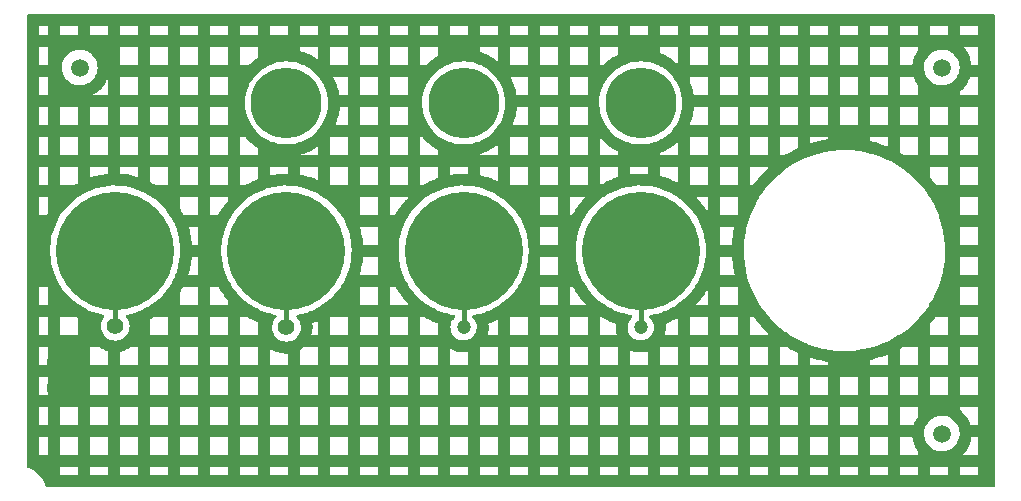
<source format=gbr>
G04 #@! TF.GenerationSoftware,KiCad,Pcbnew,6.0.6-2.fc36*
G04 #@! TF.CreationDate,2022-07-20T03:40:37+02:00*
G04 #@! TF.ProjectId,cw-amp-touch,63772d61-6d70-42d7-946f-7563682e6b69,rev?*
G04 #@! TF.SameCoordinates,Original*
G04 #@! TF.FileFunction,Copper,L1,Top*
G04 #@! TF.FilePolarity,Positive*
%FSLAX46Y46*%
G04 Gerber Fmt 4.6, Leading zero omitted, Abs format (unit mm)*
G04 Created by KiCad (PCBNEW 6.0.6-2.fc36) date 2022-07-20 03:40:37*
%MOMM*%
%LPD*%
G01*
G04 APERTURE LIST*
G04 #@! TA.AperFunction,SMDPad,CuDef*
%ADD10C,1.500000*%
G04 #@! TD*
G04 #@! TA.AperFunction,SMDPad,CuDef*
%ADD11C,10.000000*%
G04 #@! TD*
G04 #@! TA.AperFunction,WasherPad*
%ADD12C,6.000000*%
G04 #@! TD*
G04 #@! TA.AperFunction,ViaPad*
%ADD13C,1.400000*%
G04 #@! TD*
G04 #@! TA.AperFunction,ViaPad*
%ADD14C,1.200000*%
G04 #@! TD*
G04 #@! TA.AperFunction,Conductor*
%ADD15C,0.400000*%
G04 #@! TD*
%ADD16C,0.350000*%
G04 APERTURE END LIST*
D10*
G04 #@! TO.P,FID3,*
G04 #@! TO.N,*
X208000000Y-116000000D03*
G04 #@! TD*
G04 #@! TO.P,FID2,*
G04 #@! TO.N,*
X208000000Y-85000000D03*
G04 #@! TD*
G04 #@! TO.P,FID1,*
G04 #@! TO.N,*
X135000000Y-85000000D03*
G04 #@! TD*
D11*
G04 #@! TO.P,TS1,1,1*
G04 #@! TO.N,TOUCH-KEY-POWER*
X138000000Y-100500000D03*
G04 #@! TD*
G04 #@! TO.P,TS2,1,1*
G04 #@! TO.N,TOUCH-KEY-ANALOG-INT*
X152500000Y-100500000D03*
G04 #@! TD*
G04 #@! TO.P,TS3,1,1*
G04 #@! TO.N,TOUCH-KEY-ANALOG-EXT*
X167500000Y-100500000D03*
G04 #@! TD*
G04 #@! TO.P,TS4,1,1*
G04 #@! TO.N,TOUCH-KEY-BT*
X182500000Y-100500000D03*
G04 #@! TD*
D12*
G04 #@! TO.P,D4,*
G04 #@! TO.N,*
X182500000Y-88000000D03*
G04 #@! TD*
G04 #@! TO.P,D2,*
G04 #@! TO.N,*
X152500000Y-88000000D03*
G04 #@! TD*
G04 #@! TO.P,D3,*
G04 #@! TO.N,*
X167500000Y-88000000D03*
G04 #@! TD*
D13*
G04 #@! TO.N,GNDD*
X133750000Y-110100000D03*
X133760000Y-112130000D03*
G04 #@! TO.N,TOUCH-KEY-POWER*
X138000000Y-106900000D03*
D14*
G04 #@! TO.N,TOUCH-KEY-ANALOG-EXT*
X167500000Y-107000000D03*
D13*
G04 #@! TO.N,TOUCH-KEY-ANALOG-INT*
X152500000Y-107000000D03*
D14*
G04 #@! TO.N,TOUCH-KEY-BT*
X182500000Y-107000000D03*
G04 #@! TD*
D15*
G04 #@! TO.N,TOUCH-KEY-POWER*
X138000000Y-100500000D02*
X138000000Y-106900000D01*
G04 #@! TO.N,TOUCH-KEY-ANALOG-EXT*
X167500000Y-100500000D02*
X167500000Y-107000000D01*
G04 #@! TO.N,TOUCH-KEY-ANALOG-INT*
X152500000Y-100500000D02*
X152500000Y-107000000D01*
G04 #@! TO.N,TOUCH-KEY-BT*
X182500000Y-100500000D02*
X182500000Y-107000000D01*
G04 #@! TD*
G04 #@! TA.AperFunction,Conductor*
G04 #@! TO.N,GNDD*
G36*
X212433621Y-80528502D02*
G01*
X212480114Y-80582158D01*
X212491500Y-80634500D01*
X212491500Y-120365500D01*
X212471498Y-120433621D01*
X212417842Y-120480114D01*
X212365500Y-120491500D01*
X132216537Y-120491500D01*
X132148416Y-120471498D01*
X132101923Y-120417842D01*
X132097764Y-120407560D01*
X132056173Y-120290111D01*
X132000934Y-120134119D01*
X131864907Y-119870572D01*
X131851226Y-119851105D01*
X131696835Y-119631430D01*
X131694372Y-119627925D01*
X131554588Y-119477500D01*
X133300500Y-119477500D01*
X134826500Y-119477500D01*
X135840500Y-119477500D01*
X137366500Y-119477500D01*
X138380500Y-119477500D01*
X139906500Y-119477500D01*
X140920500Y-119477500D01*
X142446500Y-119477500D01*
X143460500Y-119477500D01*
X144986500Y-119477500D01*
X146000500Y-119477500D01*
X147526500Y-119477500D01*
X148540500Y-119477500D01*
X150066500Y-119477500D01*
X151080500Y-119477500D01*
X152606500Y-119477500D01*
X153620500Y-119477500D01*
X155146500Y-119477500D01*
X156160500Y-119477500D01*
X157686500Y-119477500D01*
X158700500Y-119477500D01*
X160226500Y-119477500D01*
X161240500Y-119477500D01*
X162766500Y-119477500D01*
X163780500Y-119477500D01*
X165306500Y-119477500D01*
X166320500Y-119477500D01*
X167846500Y-119477500D01*
X168860500Y-119477500D01*
X170386500Y-119477500D01*
X171400500Y-119477500D01*
X172926500Y-119477500D01*
X173940500Y-119477500D01*
X175466500Y-119477500D01*
X176480500Y-119477500D01*
X178006500Y-119477500D01*
X179020500Y-119477500D01*
X180546500Y-119477500D01*
X181560500Y-119477500D01*
X183086500Y-119477500D01*
X184100500Y-119477500D01*
X185626500Y-119477500D01*
X186640500Y-119477500D01*
X188166500Y-119477500D01*
X189180500Y-119477500D01*
X190706500Y-119477500D01*
X191720500Y-119477500D01*
X193246500Y-119477500D01*
X194260500Y-119477500D01*
X195786500Y-119477500D01*
X196800500Y-119477500D01*
X198326500Y-119477500D01*
X199340500Y-119477500D01*
X200866500Y-119477500D01*
X201880500Y-119477500D01*
X203406500Y-119477500D01*
X204420500Y-119477500D01*
X205946500Y-119477500D01*
X206960500Y-119477500D01*
X208486500Y-119477500D01*
X209500500Y-119477500D01*
X211026500Y-119477500D01*
X211026500Y-118860500D01*
X209500500Y-118860500D01*
X209500500Y-119477500D01*
X208486500Y-119477500D01*
X208486500Y-118860500D01*
X206960500Y-118860500D01*
X206960500Y-119477500D01*
X205946500Y-119477500D01*
X205946500Y-118860500D01*
X204420500Y-118860500D01*
X204420500Y-119477500D01*
X203406500Y-119477500D01*
X203406500Y-118860500D01*
X201880500Y-118860500D01*
X201880500Y-119477500D01*
X200866500Y-119477500D01*
X200866500Y-118860500D01*
X199340500Y-118860500D01*
X199340500Y-119477500D01*
X198326500Y-119477500D01*
X198326500Y-118860500D01*
X196800500Y-118860500D01*
X196800500Y-119477500D01*
X195786500Y-119477500D01*
X195786500Y-118860500D01*
X194260500Y-118860500D01*
X194260500Y-119477500D01*
X193246500Y-119477500D01*
X193246500Y-118860500D01*
X191720500Y-118860500D01*
X191720500Y-119477500D01*
X190706500Y-119477500D01*
X190706500Y-118860500D01*
X189180500Y-118860500D01*
X189180500Y-119477500D01*
X188166500Y-119477500D01*
X188166500Y-118860500D01*
X186640500Y-118860500D01*
X186640500Y-119477500D01*
X185626500Y-119477500D01*
X185626500Y-118860500D01*
X184100500Y-118860500D01*
X184100500Y-119477500D01*
X183086500Y-119477500D01*
X183086500Y-118860500D01*
X181560500Y-118860500D01*
X181560500Y-119477500D01*
X180546500Y-119477500D01*
X180546500Y-118860500D01*
X179020500Y-118860500D01*
X179020500Y-119477500D01*
X178006500Y-119477500D01*
X178006500Y-118860500D01*
X176480500Y-118860500D01*
X176480500Y-119477500D01*
X175466500Y-119477500D01*
X175466500Y-118860500D01*
X173940500Y-118860500D01*
X173940500Y-119477500D01*
X172926500Y-119477500D01*
X172926500Y-118860500D01*
X171400500Y-118860500D01*
X171400500Y-119477500D01*
X170386500Y-119477500D01*
X170386500Y-118860500D01*
X168860500Y-118860500D01*
X168860500Y-119477500D01*
X167846500Y-119477500D01*
X167846500Y-118860500D01*
X166320500Y-118860500D01*
X166320500Y-119477500D01*
X165306500Y-119477500D01*
X165306500Y-118860500D01*
X163780500Y-118860500D01*
X163780500Y-119477500D01*
X162766500Y-119477500D01*
X162766500Y-118860500D01*
X161240500Y-118860500D01*
X161240500Y-119477500D01*
X160226500Y-119477500D01*
X160226500Y-118860500D01*
X158700500Y-118860500D01*
X158700500Y-119477500D01*
X157686500Y-119477500D01*
X157686500Y-118860500D01*
X156160500Y-118860500D01*
X156160500Y-119477500D01*
X155146500Y-119477500D01*
X155146500Y-118860500D01*
X153620500Y-118860500D01*
X153620500Y-119477500D01*
X152606500Y-119477500D01*
X152606500Y-118860500D01*
X151080500Y-118860500D01*
X151080500Y-119477500D01*
X150066500Y-119477500D01*
X150066500Y-118860500D01*
X148540500Y-118860500D01*
X148540500Y-119477500D01*
X147526500Y-119477500D01*
X147526500Y-118860500D01*
X146000500Y-118860500D01*
X146000500Y-119477500D01*
X144986500Y-119477500D01*
X144986500Y-118860500D01*
X143460500Y-118860500D01*
X143460500Y-119477500D01*
X142446500Y-119477500D01*
X142446500Y-118860500D01*
X140920500Y-118860500D01*
X140920500Y-119477500D01*
X139906500Y-119477500D01*
X139906500Y-118860500D01*
X138380500Y-118860500D01*
X138380500Y-119477500D01*
X137366500Y-119477500D01*
X137366500Y-118860500D01*
X135840500Y-118860500D01*
X135840500Y-119477500D01*
X134826500Y-119477500D01*
X134826500Y-118860500D01*
X133300500Y-118860500D01*
X133300500Y-119477500D01*
X131554588Y-119477500D01*
X131492483Y-119410667D01*
X131489168Y-119407953D01*
X131489164Y-119407950D01*
X131266295Y-119225534D01*
X131262977Y-119222818D01*
X131010101Y-119067856D01*
X130738533Y-118948646D01*
X130711776Y-118941024D01*
X130599981Y-118909178D01*
X130539946Y-118871279D01*
X130509932Y-118806939D01*
X130508500Y-118787999D01*
X130508500Y-117846500D01*
X131522500Y-117846500D01*
X132286500Y-117846500D01*
X133300500Y-117846500D01*
X134826500Y-117846500D01*
X135840500Y-117846500D01*
X137366500Y-117846500D01*
X138380500Y-117846500D01*
X139906500Y-117846500D01*
X140920500Y-117846500D01*
X142446500Y-117846500D01*
X143460500Y-117846500D01*
X144986500Y-117846500D01*
X146000500Y-117846500D01*
X147526500Y-117846500D01*
X148540500Y-117846500D01*
X150066500Y-117846500D01*
X151080500Y-117846500D01*
X152606500Y-117846500D01*
X153620500Y-117846500D01*
X155146500Y-117846500D01*
X156160500Y-117846500D01*
X157686500Y-117846500D01*
X158700500Y-117846500D01*
X160226500Y-117846500D01*
X161240500Y-117846500D01*
X162766500Y-117846500D01*
X163780500Y-117846500D01*
X165306500Y-117846500D01*
X166320500Y-117846500D01*
X167846500Y-117846500D01*
X168860500Y-117846500D01*
X170386500Y-117846500D01*
X171400500Y-117846500D01*
X172926500Y-117846500D01*
X173940500Y-117846500D01*
X175466500Y-117846500D01*
X176480500Y-117846500D01*
X178006500Y-117846500D01*
X179020500Y-117846500D01*
X180546500Y-117846500D01*
X181560500Y-117846500D01*
X183086500Y-117846500D01*
X184100500Y-117846500D01*
X185626500Y-117846500D01*
X186640500Y-117846500D01*
X188166500Y-117846500D01*
X189180500Y-117846500D01*
X190706500Y-117846500D01*
X191720500Y-117846500D01*
X193246500Y-117846500D01*
X194260500Y-117846500D01*
X195786500Y-117846500D01*
X196800500Y-117846500D01*
X198326500Y-117846500D01*
X199340500Y-117846500D01*
X200866500Y-117846500D01*
X201880500Y-117846500D01*
X203406500Y-117846500D01*
X204420500Y-117846500D01*
X205946500Y-117846500D01*
X209709420Y-117846500D01*
X211026500Y-117846500D01*
X211026500Y-116320500D01*
X210494083Y-116320500D01*
X210476964Y-116450533D01*
X210476185Y-116455642D01*
X210465493Y-116517220D01*
X210464504Y-116522294D01*
X210460140Y-116542477D01*
X210458945Y-116547503D01*
X210443248Y-116607980D01*
X210441847Y-116612954D01*
X210370119Y-116849038D01*
X210368516Y-116853951D01*
X210347914Y-116912945D01*
X210346111Y-116917787D01*
X210338510Y-116936985D01*
X210336509Y-116941750D01*
X210311142Y-116998859D01*
X210308948Y-117003537D01*
X210199625Y-117224736D01*
X210197243Y-117229318D01*
X210167292Y-117284141D01*
X210164722Y-117288624D01*
X210154088Y-117306323D01*
X210151335Y-117310699D01*
X210116971Y-117362915D01*
X210114042Y-117367173D01*
X209970059Y-117567547D01*
X209966958Y-117571680D01*
X209928443Y-117620889D01*
X209925175Y-117624893D01*
X209911792Y-117640618D01*
X209908362Y-117644485D01*
X209865943Y-117690373D01*
X209862359Y-117694094D01*
X209709420Y-117846500D01*
X205946500Y-117846500D01*
X205946500Y-117458117D01*
X205923219Y-117423404D01*
X205920432Y-117419057D01*
X205791510Y-117208677D01*
X205788902Y-117204219D01*
X205758474Y-117149666D01*
X205756050Y-117145104D01*
X205746739Y-117126673D01*
X205744504Y-117122012D01*
X205718626Y-117065100D01*
X205716582Y-117060350D01*
X205623753Y-116831738D01*
X205621907Y-116826909D01*
X205600786Y-116768079D01*
X205599140Y-116763180D01*
X205592966Y-116743477D01*
X205591522Y-116738516D01*
X205575302Y-116678188D01*
X205574064Y-116673174D01*
X205519819Y-116432470D01*
X205518786Y-116427407D01*
X205507560Y-116365942D01*
X205506736Y-116360841D01*
X205503862Y-116340393D01*
X205503248Y-116335261D01*
X205501788Y-116320500D01*
X204420500Y-116320500D01*
X204420500Y-117846500D01*
X203406500Y-117846500D01*
X203406500Y-116320500D01*
X201880500Y-116320500D01*
X201880500Y-117846500D01*
X200866500Y-117846500D01*
X200866500Y-116320500D01*
X199340500Y-116320500D01*
X199340500Y-117846500D01*
X198326500Y-117846500D01*
X198326500Y-116320500D01*
X196800500Y-116320500D01*
X196800500Y-117846500D01*
X195786500Y-117846500D01*
X195786500Y-116320500D01*
X194260500Y-116320500D01*
X194260500Y-117846500D01*
X193246500Y-117846500D01*
X193246500Y-116320500D01*
X191720500Y-116320500D01*
X191720500Y-117846500D01*
X190706500Y-117846500D01*
X190706500Y-116320500D01*
X189180500Y-116320500D01*
X189180500Y-117846500D01*
X188166500Y-117846500D01*
X188166500Y-116320500D01*
X186640500Y-116320500D01*
X186640500Y-117846500D01*
X185626500Y-117846500D01*
X185626500Y-116320500D01*
X184100500Y-116320500D01*
X184100500Y-117846500D01*
X183086500Y-117846500D01*
X183086500Y-116320500D01*
X181560500Y-116320500D01*
X181560500Y-117846500D01*
X180546500Y-117846500D01*
X180546500Y-116320500D01*
X179020500Y-116320500D01*
X179020500Y-117846500D01*
X178006500Y-117846500D01*
X178006500Y-116320500D01*
X176480500Y-116320500D01*
X176480500Y-117846500D01*
X175466500Y-117846500D01*
X175466500Y-116320500D01*
X173940500Y-116320500D01*
X173940500Y-117846500D01*
X172926500Y-117846500D01*
X172926500Y-116320500D01*
X171400500Y-116320500D01*
X171400500Y-117846500D01*
X170386500Y-117846500D01*
X170386500Y-116320500D01*
X168860500Y-116320500D01*
X168860500Y-117846500D01*
X167846500Y-117846500D01*
X167846500Y-116320500D01*
X166320500Y-116320500D01*
X166320500Y-117846500D01*
X165306500Y-117846500D01*
X165306500Y-116320500D01*
X163780500Y-116320500D01*
X163780500Y-117846500D01*
X162766500Y-117846500D01*
X162766500Y-116320500D01*
X161240500Y-116320500D01*
X161240500Y-117846500D01*
X160226500Y-117846500D01*
X160226500Y-116320500D01*
X158700500Y-116320500D01*
X158700500Y-117846500D01*
X157686500Y-117846500D01*
X157686500Y-116320500D01*
X156160500Y-116320500D01*
X156160500Y-117846500D01*
X155146500Y-117846500D01*
X155146500Y-116320500D01*
X153620500Y-116320500D01*
X153620500Y-117846500D01*
X152606500Y-117846500D01*
X152606500Y-116320500D01*
X151080500Y-116320500D01*
X151080500Y-117846500D01*
X150066500Y-117846500D01*
X150066500Y-116320500D01*
X148540500Y-116320500D01*
X148540500Y-117846500D01*
X147526500Y-117846500D01*
X147526500Y-116320500D01*
X146000500Y-116320500D01*
X146000500Y-117846500D01*
X144986500Y-117846500D01*
X144986500Y-116320500D01*
X143460500Y-116320500D01*
X143460500Y-117846500D01*
X142446500Y-117846500D01*
X142446500Y-116320500D01*
X140920500Y-116320500D01*
X140920500Y-117846500D01*
X139906500Y-117846500D01*
X139906500Y-116320500D01*
X138380500Y-116320500D01*
X138380500Y-117846500D01*
X137366500Y-117846500D01*
X137366500Y-116320500D01*
X135840500Y-116320500D01*
X135840500Y-117846500D01*
X134826500Y-117846500D01*
X134826500Y-116320500D01*
X133300500Y-116320500D01*
X133300500Y-117846500D01*
X132286500Y-117846500D01*
X132286500Y-116320500D01*
X131522500Y-116320500D01*
X131522500Y-117846500D01*
X130508500Y-117846500D01*
X130508500Y-115963214D01*
X206494806Y-115963214D01*
X206509010Y-116209545D01*
X206510147Y-116214591D01*
X206510148Y-116214597D01*
X206532336Y-116313051D01*
X206563255Y-116450249D01*
X206656084Y-116678861D01*
X206785006Y-116889241D01*
X206946557Y-117075741D01*
X207136399Y-117233351D01*
X207349433Y-117357838D01*
X207354253Y-117359678D01*
X207354258Y-117359681D01*
X207468547Y-117403323D01*
X207579939Y-117445859D01*
X207585007Y-117446890D01*
X207585010Y-117446891D01*
X207704587Y-117471219D01*
X207821726Y-117495052D01*
X207826899Y-117495242D01*
X207826902Y-117495242D01*
X208063136Y-117503904D01*
X208063140Y-117503904D01*
X208068300Y-117504093D01*
X208073420Y-117503437D01*
X208073422Y-117503437D01*
X208149703Y-117493665D01*
X208313041Y-117472741D01*
X208317990Y-117471256D01*
X208317996Y-117471255D01*
X208544424Y-117403323D01*
X208544423Y-117403323D01*
X208549374Y-117401838D01*
X208735412Y-117310699D01*
X208766303Y-117295566D01*
X208766308Y-117295563D01*
X208770954Y-117293287D01*
X208775164Y-117290284D01*
X208775169Y-117290281D01*
X208967617Y-117153009D01*
X208967622Y-117153005D01*
X208971829Y-117150004D01*
X209146605Y-116975837D01*
X209290588Y-116775463D01*
X209294238Y-116768079D01*
X209397617Y-116558905D01*
X209399911Y-116554264D01*
X209458678Y-116360841D01*
X209470135Y-116323132D01*
X209470136Y-116323126D01*
X209471639Y-116318180D01*
X209503845Y-116073550D01*
X209505643Y-116000000D01*
X209497660Y-115902906D01*
X209485849Y-115759240D01*
X209485848Y-115759234D01*
X209485425Y-115754089D01*
X209425316Y-115514783D01*
X209326928Y-115288507D01*
X209192905Y-115081339D01*
X209171585Y-115057908D01*
X209140243Y-115023464D01*
X209026846Y-114898842D01*
X209022795Y-114895643D01*
X209022791Y-114895639D01*
X208837264Y-114749119D01*
X208837259Y-114749116D01*
X208833210Y-114745918D01*
X208828694Y-114743425D01*
X208828691Y-114743423D01*
X208621722Y-114629170D01*
X208621718Y-114629168D01*
X208617198Y-114626673D01*
X208612329Y-114624949D01*
X208612325Y-114624947D01*
X208389485Y-114546035D01*
X208389481Y-114546034D01*
X208384610Y-114544309D01*
X208379517Y-114543402D01*
X208379514Y-114543401D01*
X208146783Y-114501945D01*
X208146777Y-114501944D01*
X208141694Y-114501039D01*
X208062324Y-114500069D01*
X207900142Y-114498088D01*
X207900140Y-114498088D01*
X207894972Y-114498025D01*
X207651070Y-114535347D01*
X207416540Y-114612003D01*
X207197679Y-114725935D01*
X207193546Y-114729038D01*
X207193543Y-114729040D01*
X207004499Y-114870978D01*
X207000364Y-114874083D01*
X206829896Y-115052468D01*
X206826982Y-115056740D01*
X206826981Y-115056741D01*
X206783518Y-115120456D01*
X206690851Y-115256300D01*
X206586965Y-115480104D01*
X206521026Y-115717871D01*
X206494806Y-115963214D01*
X130508500Y-115963214D01*
X130508500Y-115306500D01*
X131522500Y-115306500D01*
X132286500Y-115306500D01*
X133300500Y-115306500D01*
X134826500Y-115306500D01*
X135840500Y-115306500D01*
X137366500Y-115306500D01*
X138380500Y-115306500D01*
X139906500Y-115306500D01*
X140920500Y-115306500D01*
X142446500Y-115306500D01*
X143460500Y-115306500D01*
X144986500Y-115306500D01*
X146000500Y-115306500D01*
X147526500Y-115306500D01*
X148540500Y-115306500D01*
X150066500Y-115306500D01*
X151080500Y-115306500D01*
X152606500Y-115306500D01*
X153620500Y-115306500D01*
X155146500Y-115306500D01*
X156160500Y-115306500D01*
X157686500Y-115306500D01*
X158700500Y-115306500D01*
X160226500Y-115306500D01*
X161240500Y-115306500D01*
X162766500Y-115306500D01*
X163780500Y-115306500D01*
X165306500Y-115306500D01*
X166320500Y-115306500D01*
X167846500Y-115306500D01*
X168860500Y-115306500D01*
X170386500Y-115306500D01*
X171400500Y-115306500D01*
X172926500Y-115306500D01*
X173940500Y-115306500D01*
X175466500Y-115306500D01*
X176480500Y-115306500D01*
X178006500Y-115306500D01*
X179020500Y-115306500D01*
X180546500Y-115306500D01*
X181560500Y-115306500D01*
X183086500Y-115306500D01*
X184100500Y-115306500D01*
X185626500Y-115306500D01*
X186640500Y-115306500D01*
X188166500Y-115306500D01*
X189180500Y-115306500D01*
X190706500Y-115306500D01*
X191720500Y-115306500D01*
X193246500Y-115306500D01*
X194260500Y-115306500D01*
X195786500Y-115306500D01*
X196800500Y-115306500D01*
X198326500Y-115306500D01*
X199340500Y-115306500D01*
X200866500Y-115306500D01*
X201880500Y-115306500D01*
X203406500Y-115306500D01*
X204420500Y-115306500D01*
X205582840Y-115306500D01*
X205609845Y-115209123D01*
X205611327Y-115204174D01*
X205630473Y-115144717D01*
X205632156Y-115139834D01*
X205639285Y-115120456D01*
X205641169Y-115115642D01*
X205665141Y-115057908D01*
X205667221Y-115053176D01*
X205771107Y-114829372D01*
X205773380Y-114824728D01*
X205802004Y-114769153D01*
X205804464Y-114764607D01*
X205814664Y-114746653D01*
X205817307Y-114742215D01*
X205850364Y-114689211D01*
X205853188Y-114684885D01*
X205946500Y-114548095D01*
X205946500Y-113980824D01*
X209500500Y-113980824D01*
X209655301Y-114103078D01*
X209659290Y-114106363D01*
X209706705Y-114147074D01*
X209710556Y-114150521D01*
X209725658Y-114164604D01*
X209729364Y-114168205D01*
X209773278Y-114212659D01*
X209776834Y-114216409D01*
X209942893Y-114398906D01*
X209946292Y-114402799D01*
X209986419Y-114450706D01*
X209989655Y-114454734D01*
X210002253Y-114471093D01*
X210005322Y-114475252D01*
X210041385Y-114526281D01*
X210044279Y-114530560D01*
X210178302Y-114737728D01*
X210181020Y-114742124D01*
X210212785Y-114795943D01*
X210215320Y-114800446D01*
X210225077Y-114818643D01*
X210227424Y-114823246D01*
X210254668Y-114879478D01*
X210256825Y-114884173D01*
X210355213Y-115110449D01*
X210357176Y-115115229D01*
X210379720Y-115173500D01*
X210381485Y-115178356D01*
X210388140Y-115197904D01*
X210389705Y-115202829D01*
X210407405Y-115262773D01*
X210408767Y-115267760D01*
X210418498Y-115306500D01*
X211026500Y-115306500D01*
X211026500Y-113780500D01*
X209500500Y-113780500D01*
X209500500Y-113980824D01*
X205946500Y-113980824D01*
X205946500Y-113780500D01*
X204420500Y-113780500D01*
X204420500Y-115306500D01*
X203406500Y-115306500D01*
X203406500Y-113780500D01*
X201880500Y-113780500D01*
X201880500Y-115306500D01*
X200866500Y-115306500D01*
X200866500Y-113780500D01*
X199340500Y-113780500D01*
X199340500Y-115306500D01*
X198326500Y-115306500D01*
X198326500Y-113780500D01*
X196800500Y-113780500D01*
X196800500Y-115306500D01*
X195786500Y-115306500D01*
X195786500Y-113780500D01*
X194260500Y-113780500D01*
X194260500Y-115306500D01*
X193246500Y-115306500D01*
X193246500Y-113780500D01*
X191720500Y-113780500D01*
X191720500Y-115306500D01*
X190706500Y-115306500D01*
X190706500Y-113780500D01*
X189180500Y-113780500D01*
X189180500Y-115306500D01*
X188166500Y-115306500D01*
X188166500Y-113780500D01*
X186640500Y-113780500D01*
X186640500Y-115306500D01*
X185626500Y-115306500D01*
X185626500Y-113780500D01*
X184100500Y-113780500D01*
X184100500Y-115306500D01*
X183086500Y-115306500D01*
X183086500Y-113780500D01*
X181560500Y-113780500D01*
X181560500Y-115306500D01*
X180546500Y-115306500D01*
X180546500Y-113780500D01*
X179020500Y-113780500D01*
X179020500Y-115306500D01*
X178006500Y-115306500D01*
X178006500Y-113780500D01*
X176480500Y-113780500D01*
X176480500Y-115306500D01*
X175466500Y-115306500D01*
X175466500Y-113780500D01*
X173940500Y-113780500D01*
X173940500Y-115306500D01*
X172926500Y-115306500D01*
X172926500Y-113780500D01*
X171400500Y-113780500D01*
X171400500Y-115306500D01*
X170386500Y-115306500D01*
X170386500Y-113780500D01*
X168860500Y-113780500D01*
X168860500Y-115306500D01*
X167846500Y-115306500D01*
X167846500Y-113780500D01*
X166320500Y-113780500D01*
X166320500Y-115306500D01*
X165306500Y-115306500D01*
X165306500Y-113780500D01*
X163780500Y-113780500D01*
X163780500Y-115306500D01*
X162766500Y-115306500D01*
X162766500Y-113780500D01*
X161240500Y-113780500D01*
X161240500Y-115306500D01*
X160226500Y-115306500D01*
X160226500Y-113780500D01*
X158700500Y-113780500D01*
X158700500Y-115306500D01*
X157686500Y-115306500D01*
X157686500Y-113780500D01*
X156160500Y-113780500D01*
X156160500Y-115306500D01*
X155146500Y-115306500D01*
X155146500Y-113780500D01*
X153620500Y-113780500D01*
X153620500Y-115306500D01*
X152606500Y-115306500D01*
X152606500Y-113780500D01*
X151080500Y-113780500D01*
X151080500Y-115306500D01*
X150066500Y-115306500D01*
X150066500Y-113780500D01*
X148540500Y-113780500D01*
X148540500Y-115306500D01*
X147526500Y-115306500D01*
X147526500Y-113780500D01*
X146000500Y-113780500D01*
X146000500Y-115306500D01*
X144986500Y-115306500D01*
X144986500Y-113780500D01*
X143460500Y-113780500D01*
X143460500Y-115306500D01*
X142446500Y-115306500D01*
X142446500Y-113780500D01*
X140920500Y-113780500D01*
X140920500Y-115306500D01*
X139906500Y-115306500D01*
X139906500Y-113780500D01*
X138380500Y-113780500D01*
X138380500Y-115306500D01*
X137366500Y-115306500D01*
X137366500Y-113780500D01*
X135840500Y-113780500D01*
X135840500Y-115306500D01*
X134826500Y-115306500D01*
X134826500Y-113780500D01*
X133300500Y-113780500D01*
X133300500Y-115306500D01*
X132286500Y-115306500D01*
X132286500Y-113780500D01*
X131522500Y-113780500D01*
X131522500Y-115306500D01*
X130508500Y-115306500D01*
X130508500Y-112766500D01*
X131522500Y-112766500D01*
X132286500Y-112766500D01*
X135840500Y-112766500D01*
X137366500Y-112766500D01*
X138380500Y-112766500D01*
X139906500Y-112766500D01*
X140920500Y-112766500D01*
X142446500Y-112766500D01*
X143460500Y-112766500D01*
X144986500Y-112766500D01*
X146000500Y-112766500D01*
X147526500Y-112766500D01*
X148540500Y-112766500D01*
X150066500Y-112766500D01*
X151080500Y-112766500D01*
X152606500Y-112766500D01*
X153620500Y-112766500D01*
X155146500Y-112766500D01*
X156160500Y-112766500D01*
X157686500Y-112766500D01*
X158700500Y-112766500D01*
X160226500Y-112766500D01*
X161240500Y-112766500D01*
X162766500Y-112766500D01*
X163780500Y-112766500D01*
X165306500Y-112766500D01*
X166320500Y-112766500D01*
X167846500Y-112766500D01*
X168860500Y-112766500D01*
X170386500Y-112766500D01*
X171400500Y-112766500D01*
X172926500Y-112766500D01*
X173940500Y-112766500D01*
X175466500Y-112766500D01*
X176480500Y-112766500D01*
X178006500Y-112766500D01*
X179020500Y-112766500D01*
X180546500Y-112766500D01*
X181560500Y-112766500D01*
X183086500Y-112766500D01*
X184100500Y-112766500D01*
X185626500Y-112766500D01*
X186640500Y-112766500D01*
X188166500Y-112766500D01*
X189180500Y-112766500D01*
X190706500Y-112766500D01*
X191720500Y-112766500D01*
X193246500Y-112766500D01*
X194260500Y-112766500D01*
X195786500Y-112766500D01*
X196800500Y-112766500D01*
X198326500Y-112766500D01*
X199340500Y-112766500D01*
X200866500Y-112766500D01*
X201880500Y-112766500D01*
X203406500Y-112766500D01*
X204420500Y-112766500D01*
X205946500Y-112766500D01*
X206960500Y-112766500D01*
X208486500Y-112766500D01*
X209500500Y-112766500D01*
X211026500Y-112766500D01*
X211026500Y-111240500D01*
X209500500Y-111240500D01*
X209500500Y-112766500D01*
X208486500Y-112766500D01*
X208486500Y-111240500D01*
X206960500Y-111240500D01*
X206960500Y-112766500D01*
X205946500Y-112766500D01*
X205946500Y-111240500D01*
X204420500Y-111240500D01*
X204420500Y-112766500D01*
X203406500Y-112766500D01*
X203406500Y-111240500D01*
X201880500Y-111240500D01*
X201880500Y-112766500D01*
X200866500Y-112766500D01*
X200866500Y-111240500D01*
X199340500Y-111240500D01*
X199340500Y-112766500D01*
X198326500Y-112766500D01*
X198326500Y-111240500D01*
X196800500Y-111240500D01*
X196800500Y-112766500D01*
X195786500Y-112766500D01*
X195786500Y-111240500D01*
X194260500Y-111240500D01*
X194260500Y-112766500D01*
X193246500Y-112766500D01*
X193246500Y-111240500D01*
X191720500Y-111240500D01*
X191720500Y-112766500D01*
X190706500Y-112766500D01*
X190706500Y-111240500D01*
X189180500Y-111240500D01*
X189180500Y-112766500D01*
X188166500Y-112766500D01*
X188166500Y-111240500D01*
X186640500Y-111240500D01*
X186640500Y-112766500D01*
X185626500Y-112766500D01*
X185626500Y-111240500D01*
X184100500Y-111240500D01*
X184100500Y-112766500D01*
X183086500Y-112766500D01*
X183086500Y-111240500D01*
X181560500Y-111240500D01*
X181560500Y-112766500D01*
X180546500Y-112766500D01*
X180546500Y-111240500D01*
X179020500Y-111240500D01*
X179020500Y-112766500D01*
X178006500Y-112766500D01*
X178006500Y-111240500D01*
X176480500Y-111240500D01*
X176480500Y-112766500D01*
X175466500Y-112766500D01*
X175466500Y-111240500D01*
X173940500Y-111240500D01*
X173940500Y-112766500D01*
X172926500Y-112766500D01*
X172926500Y-111240500D01*
X171400500Y-111240500D01*
X171400500Y-112766500D01*
X170386500Y-112766500D01*
X170386500Y-111240500D01*
X168860500Y-111240500D01*
X168860500Y-112766500D01*
X167846500Y-112766500D01*
X167846500Y-111240500D01*
X166320500Y-111240500D01*
X166320500Y-112766500D01*
X165306500Y-112766500D01*
X165306500Y-111240500D01*
X163780500Y-111240500D01*
X163780500Y-112766500D01*
X162766500Y-112766500D01*
X162766500Y-111240500D01*
X161240500Y-111240500D01*
X161240500Y-112766500D01*
X160226500Y-112766500D01*
X160226500Y-111240500D01*
X158700500Y-111240500D01*
X158700500Y-112766500D01*
X157686500Y-112766500D01*
X157686500Y-111240500D01*
X156160500Y-111240500D01*
X156160500Y-112766500D01*
X155146500Y-112766500D01*
X155146500Y-111240500D01*
X153620500Y-111240500D01*
X153620500Y-112766500D01*
X152606500Y-112766500D01*
X152606500Y-111240500D01*
X151080500Y-111240500D01*
X151080500Y-112766500D01*
X150066500Y-112766500D01*
X150066500Y-111240500D01*
X148540500Y-111240500D01*
X148540500Y-112766500D01*
X147526500Y-112766500D01*
X147526500Y-111240500D01*
X146000500Y-111240500D01*
X146000500Y-112766500D01*
X144986500Y-112766500D01*
X144986500Y-111240500D01*
X143460500Y-111240500D01*
X143460500Y-112766500D01*
X142446500Y-112766500D01*
X142446500Y-111240500D01*
X140920500Y-111240500D01*
X140920500Y-112766500D01*
X139906500Y-112766500D01*
X139906500Y-111240500D01*
X138380500Y-111240500D01*
X138380500Y-112766500D01*
X137366500Y-112766500D01*
X137366500Y-111240500D01*
X135840500Y-111240500D01*
X135840500Y-112766500D01*
X132286500Y-112766500D01*
X132286500Y-112599355D01*
X132281248Y-112582594D01*
X132230058Y-112355446D01*
X132227184Y-112334998D01*
X132213780Y-112102538D01*
X132214284Y-112081896D01*
X132239027Y-111850370D01*
X132242897Y-111830087D01*
X132286500Y-111672859D01*
X132286500Y-111240500D01*
X131522500Y-111240500D01*
X131522500Y-112766500D01*
X130508500Y-112766500D01*
X130508500Y-110226500D01*
X131522500Y-110226500D01*
X132212658Y-110226500D01*
X135840500Y-110226500D01*
X137366500Y-110226500D01*
X138380500Y-110226500D01*
X139906500Y-110226500D01*
X140920500Y-110226500D01*
X142446500Y-110226500D01*
X143460500Y-110226500D01*
X144986500Y-110226500D01*
X146000500Y-110226500D01*
X147526500Y-110226500D01*
X148540500Y-110226500D01*
X150066500Y-110226500D01*
X150066500Y-108715443D01*
X151080500Y-108715443D01*
X151080500Y-110226500D01*
X152606500Y-110226500D01*
X153620500Y-110226500D01*
X155146500Y-110226500D01*
X156160500Y-110226500D01*
X157686500Y-110226500D01*
X158700500Y-110226500D01*
X160226500Y-110226500D01*
X161240500Y-110226500D01*
X162766500Y-110226500D01*
X163780500Y-110226500D01*
X165306500Y-110226500D01*
X165306500Y-108764686D01*
X166320500Y-108764686D01*
X166320500Y-110226500D01*
X167846500Y-110226500D01*
X168860500Y-110226500D01*
X170386500Y-110226500D01*
X171400500Y-110226500D01*
X172926500Y-110226500D01*
X173940500Y-110226500D01*
X175466500Y-110226500D01*
X176480500Y-110226500D01*
X178006500Y-110226500D01*
X179020500Y-110226500D01*
X180546500Y-110226500D01*
X180546500Y-108906247D01*
X181560500Y-108906247D01*
X181560500Y-110226500D01*
X183086500Y-110226500D01*
X184100500Y-110226500D01*
X185626500Y-110226500D01*
X186640500Y-110226500D01*
X188166500Y-110226500D01*
X189180500Y-110226500D01*
X190706500Y-110226500D01*
X191720500Y-110226500D01*
X193246500Y-110226500D01*
X194260500Y-110226500D01*
X195786500Y-110226500D01*
X195786500Y-109554484D01*
X196800500Y-109554484D01*
X196800500Y-110226500D01*
X198326500Y-110226500D01*
X201880500Y-110226500D01*
X203406500Y-110226500D01*
X204420500Y-110226500D01*
X205946500Y-110226500D01*
X206960500Y-110226500D01*
X208486500Y-110226500D01*
X209500500Y-110226500D01*
X211026500Y-110226500D01*
X211026500Y-108700500D01*
X209500500Y-108700500D01*
X209500500Y-110226500D01*
X208486500Y-110226500D01*
X208486500Y-108700500D01*
X206960500Y-108700500D01*
X206960500Y-110226500D01*
X205946500Y-110226500D01*
X205946500Y-108700500D01*
X204598334Y-108700500D01*
X204586362Y-108708054D01*
X204584537Y-108709184D01*
X204562375Y-108722645D01*
X204560535Y-108723742D01*
X204553132Y-108728068D01*
X204551272Y-108729133D01*
X204528661Y-108741835D01*
X204526782Y-108742870D01*
X204420500Y-108800217D01*
X204420500Y-110226500D01*
X203406500Y-110226500D01*
X203406500Y-109297688D01*
X203401876Y-109299696D01*
X203399899Y-109300535D01*
X203391977Y-109303816D01*
X203389992Y-109304619D01*
X203365899Y-109314121D01*
X203363900Y-109314889D01*
X202821387Y-109518266D01*
X202819375Y-109519001D01*
X202794938Y-109527691D01*
X202792909Y-109528393D01*
X202784782Y-109531128D01*
X202782741Y-109531796D01*
X202758029Y-109539646D01*
X202755984Y-109540276D01*
X202200895Y-109706283D01*
X202198841Y-109706879D01*
X202173882Y-109713884D01*
X202171809Y-109714446D01*
X202163515Y-109716622D01*
X202161435Y-109717149D01*
X202136234Y-109723304D01*
X202134147Y-109723795D01*
X201880500Y-109781189D01*
X201880500Y-110226500D01*
X198326500Y-110226500D01*
X198326500Y-109920249D01*
X198315239Y-109918721D01*
X198313118Y-109918415D01*
X198304642Y-109917118D01*
X198302528Y-109916776D01*
X198276963Y-109912418D01*
X198274850Y-109912040D01*
X197705449Y-109804965D01*
X197703344Y-109804550D01*
X197677899Y-109799315D01*
X197675797Y-109798864D01*
X197667429Y-109796993D01*
X197665343Y-109796508D01*
X197640180Y-109790431D01*
X197638105Y-109789911D01*
X197077305Y-109644356D01*
X197075237Y-109643801D01*
X197050288Y-109636871D01*
X197048230Y-109636280D01*
X197040008Y-109633845D01*
X197037956Y-109633218D01*
X197013183Y-109625420D01*
X197011139Y-109624758D01*
X196800500Y-109554484D01*
X195786500Y-109554484D01*
X195786500Y-109162903D01*
X195278477Y-108912373D01*
X195276561Y-108911408D01*
X195253503Y-108899545D01*
X195251606Y-108898548D01*
X195244049Y-108894496D01*
X195242169Y-108893468D01*
X195219525Y-108880826D01*
X195217661Y-108879764D01*
X194909035Y-108700500D01*
X194260500Y-108700500D01*
X194260500Y-110226500D01*
X193246500Y-110226500D01*
X193246500Y-108700500D01*
X191720500Y-108700500D01*
X191720500Y-110226500D01*
X190706500Y-110226500D01*
X190706500Y-108700500D01*
X189180500Y-108700500D01*
X189180500Y-110226500D01*
X188166500Y-110226500D01*
X188166500Y-108700500D01*
X186640500Y-108700500D01*
X186640500Y-110226500D01*
X185626500Y-110226500D01*
X185626500Y-108700500D01*
X184100500Y-108700500D01*
X184100500Y-110226500D01*
X183086500Y-110226500D01*
X183086500Y-109042447D01*
X183085821Y-109042677D01*
X183080314Y-109044407D01*
X183013269Y-109063790D01*
X183007690Y-109065265D01*
X182985269Y-109070648D01*
X182979628Y-109071867D01*
X182911077Y-109085038D01*
X182905383Y-109085997D01*
X182703763Y-109115230D01*
X182698032Y-109115927D01*
X182628579Y-109122767D01*
X182622825Y-109123201D01*
X182599798Y-109124408D01*
X182594030Y-109124578D01*
X182524228Y-109125036D01*
X182518454Y-109124942D01*
X182314883Y-109116944D01*
X182309121Y-109116585D01*
X182239566Y-109110652D01*
X182233827Y-109110030D01*
X182210966Y-109107020D01*
X182205262Y-109106136D01*
X182136562Y-109093867D01*
X182130906Y-109092722D01*
X181932201Y-109047760D01*
X181926604Y-109046358D01*
X181859318Y-109027857D01*
X181853789Y-109026200D01*
X181831859Y-109019075D01*
X181826410Y-109017165D01*
X181761070Y-108992573D01*
X181755715Y-108990417D01*
X181568531Y-108909996D01*
X181563281Y-108907596D01*
X181560500Y-108906247D01*
X180546500Y-108906247D01*
X180546500Y-108700500D01*
X179020500Y-108700500D01*
X179020500Y-110226500D01*
X178006500Y-110226500D01*
X178006500Y-108700500D01*
X176480500Y-108700500D01*
X176480500Y-110226500D01*
X175466500Y-110226500D01*
X175466500Y-108700500D01*
X173940500Y-108700500D01*
X173940500Y-110226500D01*
X172926500Y-110226500D01*
X172926500Y-108700500D01*
X171400500Y-108700500D01*
X171400500Y-110226500D01*
X170386500Y-110226500D01*
X170386500Y-108700500D01*
X168860500Y-108700500D01*
X168860500Y-110226500D01*
X167846500Y-110226500D01*
X167846500Y-109094534D01*
X167703763Y-109115230D01*
X167698032Y-109115927D01*
X167628579Y-109122767D01*
X167622825Y-109123201D01*
X167599798Y-109124408D01*
X167594030Y-109124578D01*
X167524228Y-109125036D01*
X167518454Y-109124942D01*
X167314883Y-109116944D01*
X167309121Y-109116585D01*
X167239566Y-109110652D01*
X167233827Y-109110030D01*
X167210966Y-109107020D01*
X167205262Y-109106136D01*
X167136562Y-109093867D01*
X167130906Y-109092722D01*
X166932201Y-109047760D01*
X166926604Y-109046358D01*
X166859318Y-109027857D01*
X166853789Y-109026200D01*
X166831859Y-109019075D01*
X166826410Y-109017165D01*
X166761070Y-108992573D01*
X166755715Y-108990417D01*
X166568531Y-108909996D01*
X166563281Y-108907596D01*
X166500468Y-108877129D01*
X166495332Y-108874491D01*
X166475068Y-108863488D01*
X166470060Y-108860618D01*
X166410324Y-108824546D01*
X166405454Y-108821451D01*
X166320500Y-108764686D01*
X165306500Y-108764686D01*
X165306500Y-108700500D01*
X163780500Y-108700500D01*
X163780500Y-110226500D01*
X162766500Y-110226500D01*
X162766500Y-108700500D01*
X161240500Y-108700500D01*
X161240500Y-110226500D01*
X160226500Y-110226500D01*
X160226500Y-108700500D01*
X158700500Y-108700500D01*
X158700500Y-110226500D01*
X157686500Y-110226500D01*
X157686500Y-108700500D01*
X156160500Y-108700500D01*
X156160500Y-110226500D01*
X155146500Y-110226500D01*
X155146500Y-108700500D01*
X153937453Y-108700500D01*
X153922845Y-108712758D01*
X153918558Y-108716199D01*
X153865815Y-108756671D01*
X153861380Y-108759922D01*
X153688162Y-108881210D01*
X153683593Y-108884264D01*
X153627550Y-108919968D01*
X153622852Y-108922818D01*
X153620500Y-108924176D01*
X153620500Y-110226500D01*
X152606500Y-110226500D01*
X152606500Y-109221672D01*
X152588377Y-109223258D01*
X152582892Y-109223617D01*
X152516479Y-109226517D01*
X152510982Y-109226637D01*
X152489018Y-109226637D01*
X152483521Y-109226517D01*
X152417108Y-109223617D01*
X152411623Y-109223258D01*
X152200968Y-109204828D01*
X152195503Y-109204229D01*
X152129589Y-109195551D01*
X152124155Y-109194715D01*
X152102526Y-109190901D01*
X152097135Y-109189828D01*
X152032242Y-109175441D01*
X152026903Y-109174135D01*
X151822648Y-109119405D01*
X151817372Y-109117867D01*
X151753972Y-109097878D01*
X151748764Y-109096110D01*
X151728125Y-109088598D01*
X151723000Y-109086605D01*
X151661585Y-109061165D01*
X151656555Y-109058952D01*
X151464907Y-108969585D01*
X151459975Y-108967153D01*
X151400989Y-108936446D01*
X151396168Y-108933800D01*
X151377148Y-108922818D01*
X151372450Y-108919968D01*
X151316407Y-108884264D01*
X151311838Y-108881210D01*
X151138620Y-108759922D01*
X151134185Y-108756671D01*
X151081442Y-108716199D01*
X151080500Y-108715443D01*
X150066500Y-108715443D01*
X150066500Y-108700500D01*
X148540500Y-108700500D01*
X148540500Y-110226500D01*
X147526500Y-110226500D01*
X147526500Y-108700500D01*
X146000500Y-108700500D01*
X146000500Y-110226500D01*
X144986500Y-110226500D01*
X144986500Y-108700500D01*
X143460500Y-108700500D01*
X143460500Y-110226500D01*
X142446500Y-110226500D01*
X142446500Y-108700500D01*
X140920500Y-108700500D01*
X140920500Y-110226500D01*
X139906500Y-110226500D01*
X139906500Y-108700500D01*
X139303429Y-108700500D01*
X139188162Y-108781210D01*
X139183593Y-108784264D01*
X139127550Y-108819968D01*
X139122852Y-108822818D01*
X139103832Y-108833800D01*
X139099011Y-108836446D01*
X139040025Y-108867153D01*
X139035093Y-108869585D01*
X138843445Y-108958952D01*
X138838415Y-108961165D01*
X138777000Y-108986605D01*
X138771875Y-108988598D01*
X138751236Y-108996110D01*
X138746028Y-108997878D01*
X138682628Y-109017867D01*
X138677352Y-109019405D01*
X138473097Y-109074135D01*
X138467758Y-109075441D01*
X138402865Y-109089828D01*
X138397474Y-109090901D01*
X138380500Y-109093894D01*
X138380500Y-110226500D01*
X137366500Y-110226500D01*
X137366500Y-109031155D01*
X137322647Y-109019405D01*
X137317372Y-109017867D01*
X137253972Y-108997878D01*
X137248764Y-108996110D01*
X137228125Y-108988598D01*
X137223000Y-108986605D01*
X137161585Y-108961165D01*
X137156555Y-108958952D01*
X136964907Y-108869585D01*
X136959975Y-108867153D01*
X136900989Y-108836446D01*
X136896168Y-108833800D01*
X136877148Y-108822818D01*
X136872450Y-108819968D01*
X136816407Y-108784264D01*
X136811838Y-108781210D01*
X136696571Y-108700500D01*
X135840500Y-108700500D01*
X135840500Y-110226500D01*
X132212658Y-110226500D01*
X132203780Y-110072538D01*
X132204284Y-110051896D01*
X132229027Y-109820370D01*
X132232897Y-109800087D01*
X132286500Y-109606800D01*
X132286500Y-108700500D01*
X131522500Y-108700500D01*
X131522500Y-110226500D01*
X130508500Y-110226500D01*
X130508500Y-107686500D01*
X131522500Y-107686500D01*
X132286500Y-107686500D01*
X133300500Y-107686500D01*
X134826500Y-107686500D01*
X134826500Y-106201130D01*
X134773483Y-106173413D01*
X134771155Y-106172165D01*
X134749938Y-106160500D01*
X133300500Y-106160500D01*
X133300500Y-107686500D01*
X132286500Y-107686500D01*
X132286500Y-106160500D01*
X131522500Y-106160500D01*
X131522500Y-107686500D01*
X130508500Y-107686500D01*
X130508500Y-105146500D01*
X131522500Y-105146500D01*
X132286500Y-105146500D01*
X132286500Y-103646532D01*
X132272189Y-103620500D01*
X131522500Y-103620500D01*
X131522500Y-105146500D01*
X130508500Y-105146500D01*
X130508500Y-100730880D01*
X132491368Y-100730880D01*
X132530007Y-101191021D01*
X132530449Y-101193634D01*
X132602606Y-101620244D01*
X132607015Y-101646314D01*
X132654087Y-101829649D01*
X132719534Y-102084547D01*
X132721850Y-102093568D01*
X132873707Y-102529643D01*
X133061522Y-102951482D01*
X133283977Y-103356125D01*
X133285429Y-103358311D01*
X133285433Y-103358317D01*
X133414939Y-103553239D01*
X133539511Y-103740735D01*
X133623678Y-103846927D01*
X133781380Y-104045898D01*
X133826332Y-104102614D01*
X133828145Y-104104544D01*
X133828147Y-104104547D01*
X134050173Y-104340980D01*
X134142429Y-104439222D01*
X134485583Y-104748200D01*
X134853389Y-105027380D01*
X134855620Y-105028796D01*
X134855626Y-105028800D01*
X135177538Y-105233091D01*
X135243266Y-105274803D01*
X135245593Y-105276019D01*
X135245599Y-105276023D01*
X135650142Y-105487513D01*
X135650147Y-105487515D01*
X135652480Y-105488735D01*
X136078159Y-105667674D01*
X136080667Y-105668489D01*
X136080670Y-105668490D01*
X136514804Y-105809549D01*
X136514808Y-105809550D01*
X136517319Y-105810366D01*
X136838502Y-105885699D01*
X136964303Y-105915205D01*
X136964307Y-105915206D01*
X136966879Y-105915809D01*
X136985242Y-105918521D01*
X136989395Y-105919134D01*
X137053863Y-105948873D01*
X137092018Y-106008746D01*
X137091747Y-106079742D01*
X137070159Y-106119846D01*
X137070699Y-106120224D01*
X136949411Y-106293442D01*
X136947090Y-106298420D01*
X136947088Y-106298423D01*
X136888759Y-106423510D01*
X136860044Y-106485090D01*
X136858622Y-106490398D01*
X136858621Y-106490400D01*
X136816850Y-106646292D01*
X136805314Y-106689345D01*
X136786884Y-106900000D01*
X136805314Y-107110655D01*
X136806738Y-107115968D01*
X136806738Y-107115970D01*
X136845300Y-107259883D01*
X136860044Y-107314910D01*
X136862366Y-107319891D01*
X136862367Y-107319892D01*
X136941327Y-107489221D01*
X136949411Y-107506558D01*
X137070699Y-107679776D01*
X137220224Y-107829301D01*
X137393442Y-107950589D01*
X137398420Y-107952910D01*
X137398423Y-107952912D01*
X137580108Y-108037633D01*
X137585090Y-108039956D01*
X137590398Y-108041378D01*
X137590400Y-108041379D01*
X137784030Y-108093262D01*
X137784032Y-108093262D01*
X137789345Y-108094686D01*
X138000000Y-108113116D01*
X138210655Y-108094686D01*
X138215968Y-108093262D01*
X138215970Y-108093262D01*
X138409600Y-108041379D01*
X138409602Y-108041378D01*
X138414910Y-108039956D01*
X138419892Y-108037633D01*
X138601577Y-107952912D01*
X138601580Y-107952910D01*
X138606558Y-107950589D01*
X138779776Y-107829301D01*
X138922577Y-107686500D01*
X140920500Y-107686500D01*
X142446500Y-107686500D01*
X143460500Y-107686500D01*
X144986500Y-107686500D01*
X146000500Y-107686500D01*
X147526500Y-107686500D01*
X148540500Y-107686500D01*
X150066500Y-107686500D01*
X150066500Y-106552539D01*
X149759539Y-106423505D01*
X149757117Y-106422457D01*
X149727957Y-106409474D01*
X149725557Y-106408375D01*
X149716009Y-106403882D01*
X149713633Y-106402733D01*
X149685048Y-106388543D01*
X149682698Y-106387346D01*
X149273484Y-106173414D01*
X149271155Y-106172165D01*
X149249938Y-106160500D01*
X148540500Y-106160500D01*
X148540500Y-107686500D01*
X147526500Y-107686500D01*
X147526500Y-106160500D01*
X146000500Y-106160500D01*
X146000500Y-107686500D01*
X144986500Y-107686500D01*
X144986500Y-106160500D01*
X143460500Y-106160500D01*
X143460500Y-107686500D01*
X142446500Y-107686500D01*
X142446500Y-106160500D01*
X141240988Y-106160500D01*
X141061368Y-106264204D01*
X141059068Y-106265500D01*
X141031093Y-106280879D01*
X141028767Y-106282126D01*
X141019415Y-106287015D01*
X141017066Y-106288212D01*
X140988485Y-106302400D01*
X140986108Y-106303549D01*
X140920500Y-106334422D01*
X140920500Y-107686500D01*
X138922577Y-107686500D01*
X138929301Y-107679776D01*
X139050589Y-107506558D01*
X139058674Y-107489221D01*
X139137633Y-107319892D01*
X139137634Y-107319891D01*
X139139956Y-107314910D01*
X139154701Y-107259883D01*
X139193262Y-107115970D01*
X139193262Y-107115968D01*
X139194686Y-107110655D01*
X139213116Y-106900000D01*
X139194686Y-106689345D01*
X139183150Y-106646292D01*
X139141379Y-106490400D01*
X139141378Y-106490398D01*
X139139956Y-106485090D01*
X139111241Y-106423510D01*
X139052912Y-106298423D01*
X139052910Y-106298420D01*
X139050589Y-106293442D01*
X138929301Y-106120224D01*
X138929072Y-106119995D01*
X138901249Y-106056422D01*
X138912466Y-105986317D01*
X138959804Y-105933406D01*
X139002625Y-105916703D01*
X139018595Y-105913657D01*
X139259005Y-105867796D01*
X139261534Y-105867090D01*
X139261542Y-105867088D01*
X139701221Y-105744328D01*
X139701232Y-105744324D01*
X139703755Y-105743620D01*
X139979857Y-105640938D01*
X140134082Y-105583583D01*
X140134088Y-105583580D01*
X140136555Y-105582663D01*
X140554368Y-105386055D01*
X140954264Y-105155175D01*
X140966746Y-105146500D01*
X143460500Y-105146500D01*
X144986500Y-105146500D01*
X146000500Y-105146500D01*
X147526500Y-105146500D01*
X147526500Y-104725937D01*
X147244846Y-104370577D01*
X147243230Y-104368495D01*
X147223951Y-104343097D01*
X147222379Y-104340980D01*
X147216176Y-104332443D01*
X147214645Y-104330289D01*
X147196413Y-104304057D01*
X147194929Y-104301873D01*
X146939395Y-103917263D01*
X146937959Y-103915052D01*
X146920879Y-103888139D01*
X146919491Y-103885900D01*
X146914024Y-103876874D01*
X146912679Y-103874601D01*
X146896700Y-103846927D01*
X146895402Y-103844624D01*
X146772189Y-103620500D01*
X146000500Y-103620500D01*
X146000500Y-105146500D01*
X144986500Y-105146500D01*
X144986500Y-103620500D01*
X143732711Y-103620500D01*
X143723744Y-103637652D01*
X143722495Y-103639982D01*
X143717411Y-103649229D01*
X143716116Y-103651527D01*
X143700171Y-103679143D01*
X143698829Y-103681411D01*
X143460500Y-104074940D01*
X143460500Y-105146500D01*
X140966746Y-105146500D01*
X141333438Y-104891642D01*
X141689230Y-104597305D01*
X141864216Y-104425946D01*
X142017256Y-104276079D01*
X142017258Y-104276077D01*
X142019145Y-104274229D01*
X142320869Y-103924678D01*
X142592285Y-103551107D01*
X142609211Y-103523160D01*
X142770003Y-103257659D01*
X142831489Y-103156133D01*
X143036804Y-102742529D01*
X143090662Y-102606500D01*
X144177440Y-102606500D01*
X144986500Y-102606500D01*
X144986500Y-101080500D01*
X144500998Y-101080500D01*
X144500439Y-101085818D01*
X144500135Y-101088441D01*
X144442262Y-101546560D01*
X144441905Y-101549172D01*
X144437252Y-101580686D01*
X144436840Y-101583285D01*
X144435081Y-101593690D01*
X144434613Y-101596291D01*
X144428622Y-101627705D01*
X144428100Y-101630298D01*
X144332094Y-102081968D01*
X144331517Y-102084547D01*
X144324217Y-102115666D01*
X144323586Y-102118233D01*
X144320961Y-102128454D01*
X144320280Y-102130996D01*
X144311710Y-102161689D01*
X144310974Y-102164222D01*
X144177511Y-102606274D01*
X144177440Y-102606500D01*
X143090662Y-102606500D01*
X143206789Y-102313196D01*
X143340252Y-101871144D01*
X143348165Y-101833920D01*
X143435711Y-101422047D01*
X143436258Y-101419474D01*
X143494131Y-100961355D01*
X143503791Y-100730880D01*
X146991368Y-100730880D01*
X147030007Y-101191021D01*
X147030449Y-101193634D01*
X147102606Y-101620244D01*
X147107015Y-101646314D01*
X147154087Y-101829649D01*
X147219534Y-102084547D01*
X147221850Y-102093568D01*
X147373707Y-102529643D01*
X147561522Y-102951482D01*
X147783977Y-103356125D01*
X147785429Y-103358311D01*
X147785433Y-103358317D01*
X147914939Y-103553239D01*
X148039511Y-103740735D01*
X148123678Y-103846927D01*
X148281380Y-104045898D01*
X148326332Y-104102614D01*
X148328145Y-104104544D01*
X148328147Y-104104547D01*
X148550173Y-104340980D01*
X148642429Y-104439222D01*
X148985583Y-104748200D01*
X149353389Y-105027380D01*
X149355620Y-105028796D01*
X149355626Y-105028800D01*
X149677538Y-105233091D01*
X149743266Y-105274803D01*
X149745593Y-105276019D01*
X149745599Y-105276023D01*
X150150142Y-105487513D01*
X150150147Y-105487515D01*
X150152480Y-105488735D01*
X150578159Y-105667674D01*
X150580667Y-105668489D01*
X150580670Y-105668490D01*
X151014804Y-105809549D01*
X151014808Y-105809550D01*
X151017319Y-105810366D01*
X151338502Y-105885699D01*
X151464303Y-105915205D01*
X151464307Y-105915206D01*
X151466879Y-105915809D01*
X151469496Y-105916196D01*
X151469499Y-105916196D01*
X151574753Y-105931739D01*
X151639221Y-105961478D01*
X151677377Y-106021350D01*
X151677106Y-106092346D01*
X151645441Y-106145482D01*
X151570699Y-106220224D01*
X151449411Y-106393442D01*
X151447090Y-106398420D01*
X151447088Y-106398423D01*
X151362367Y-106580108D01*
X151360044Y-106585090D01*
X151358622Y-106590398D01*
X151358621Y-106590400D01*
X151328089Y-106704346D01*
X151305314Y-106789345D01*
X151286884Y-107000000D01*
X151305314Y-107210655D01*
X151306738Y-107215968D01*
X151306738Y-107215970D01*
X151356817Y-107402865D01*
X151360044Y-107414910D01*
X151362366Y-107419891D01*
X151362367Y-107419892D01*
X151423681Y-107551379D01*
X151449411Y-107606558D01*
X151570699Y-107779776D01*
X151720224Y-107929301D01*
X151893442Y-108050589D01*
X151898420Y-108052910D01*
X151898423Y-108052912D01*
X152080108Y-108137633D01*
X152085090Y-108139956D01*
X152090398Y-108141378D01*
X152090400Y-108141379D01*
X152284030Y-108193262D01*
X152284032Y-108193262D01*
X152289345Y-108194686D01*
X152500000Y-108213116D01*
X152710655Y-108194686D01*
X152715968Y-108193262D01*
X152715970Y-108193262D01*
X152909600Y-108141379D01*
X152909602Y-108141378D01*
X152914910Y-108139956D01*
X152919892Y-108137633D01*
X153101577Y-108052912D01*
X153101580Y-108052910D01*
X153106558Y-108050589D01*
X153279776Y-107929301D01*
X153429301Y-107779776D01*
X153494613Y-107686500D01*
X154616646Y-107686500D01*
X155146500Y-107686500D01*
X156160500Y-107686500D01*
X157686500Y-107686500D01*
X158700500Y-107686500D01*
X160226500Y-107686500D01*
X161240500Y-107686500D01*
X162766500Y-107686500D01*
X163780500Y-107686500D01*
X165306500Y-107686500D01*
X165306500Y-106645589D01*
X165264816Y-106632045D01*
X165262318Y-106631204D01*
X165232204Y-106620718D01*
X165229722Y-106619825D01*
X165219831Y-106616147D01*
X165217366Y-106615201D01*
X165187664Y-106603442D01*
X165185218Y-106602444D01*
X164759539Y-106423505D01*
X164757117Y-106422457D01*
X164727957Y-106409474D01*
X164725557Y-106408375D01*
X164716009Y-106403882D01*
X164713633Y-106402733D01*
X164685048Y-106388543D01*
X164682698Y-106387346D01*
X164273484Y-106173414D01*
X164271155Y-106172165D01*
X164249938Y-106160500D01*
X163780500Y-106160500D01*
X163780500Y-107686500D01*
X162766500Y-107686500D01*
X162766500Y-106160500D01*
X161240500Y-106160500D01*
X161240500Y-107686500D01*
X160226500Y-107686500D01*
X160226500Y-106160500D01*
X158700500Y-106160500D01*
X158700500Y-107686500D01*
X157686500Y-107686500D01*
X157686500Y-106160500D01*
X156160500Y-106160500D01*
X156160500Y-107686500D01*
X155146500Y-107686500D01*
X155146500Y-106463357D01*
X155068295Y-106500157D01*
X155065899Y-106501254D01*
X155036786Y-106514217D01*
X155034368Y-106515264D01*
X155024640Y-106519354D01*
X155022195Y-106520352D01*
X154992476Y-106532120D01*
X154990007Y-106533068D01*
X154697181Y-106641969D01*
X154704229Y-106695503D01*
X154704828Y-106700968D01*
X154723258Y-106911623D01*
X154723617Y-106917108D01*
X154726517Y-106983521D01*
X154726637Y-106989018D01*
X154726637Y-107010982D01*
X154726517Y-107016479D01*
X154723617Y-107082892D01*
X154723258Y-107088377D01*
X154704828Y-107299032D01*
X154704229Y-107304497D01*
X154695551Y-107370411D01*
X154694715Y-107375845D01*
X154690901Y-107397474D01*
X154689828Y-107402865D01*
X154675441Y-107467758D01*
X154674135Y-107473097D01*
X154619405Y-107677352D01*
X154617867Y-107682628D01*
X154616646Y-107686500D01*
X153494613Y-107686500D01*
X153550589Y-107606558D01*
X153576320Y-107551379D01*
X153637633Y-107419892D01*
X153637634Y-107419891D01*
X153639956Y-107414910D01*
X153643184Y-107402865D01*
X153693262Y-107215970D01*
X153693262Y-107215968D01*
X153694686Y-107210655D01*
X153713116Y-107000000D01*
X153694686Y-106789345D01*
X153671911Y-106704346D01*
X153641379Y-106590400D01*
X153641378Y-106590398D01*
X153639956Y-106585090D01*
X153637633Y-106580108D01*
X153552912Y-106398423D01*
X153552910Y-106398420D01*
X153550589Y-106393442D01*
X153429301Y-106220224D01*
X153354422Y-106145345D01*
X153320396Y-106083033D01*
X153325461Y-106012218D01*
X153368008Y-105955382D01*
X153419906Y-105932482D01*
X153759005Y-105867796D01*
X153761534Y-105867090D01*
X153761542Y-105867088D01*
X154201221Y-105744328D01*
X154201232Y-105744324D01*
X154203755Y-105743620D01*
X154479857Y-105640938D01*
X154634082Y-105583583D01*
X154634088Y-105583580D01*
X154636555Y-105582663D01*
X155054368Y-105386055D01*
X155454264Y-105155175D01*
X155466746Y-105146500D01*
X158700500Y-105146500D01*
X160226500Y-105146500D01*
X161240500Y-105146500D01*
X162766500Y-105146500D01*
X162766500Y-104987724D01*
X162587159Y-104796746D01*
X162585369Y-104794800D01*
X162563979Y-104771042D01*
X162562232Y-104769060D01*
X162555337Y-104761071D01*
X162553638Y-104759059D01*
X162533326Y-104734505D01*
X162531667Y-104732456D01*
X162244846Y-104370577D01*
X162243230Y-104368495D01*
X162223951Y-104343097D01*
X162222379Y-104340980D01*
X162216176Y-104332443D01*
X162214645Y-104330289D01*
X162196413Y-104304057D01*
X162194929Y-104301873D01*
X161939395Y-103917263D01*
X161937959Y-103915052D01*
X161920879Y-103888139D01*
X161919491Y-103885900D01*
X161914024Y-103876874D01*
X161912679Y-103874601D01*
X161896700Y-103846927D01*
X161895402Y-103844624D01*
X161772189Y-103620500D01*
X161240500Y-103620500D01*
X161240500Y-105146500D01*
X160226500Y-105146500D01*
X160226500Y-103620500D01*
X158700500Y-103620500D01*
X158700500Y-105146500D01*
X155466746Y-105146500D01*
X155833438Y-104891642D01*
X156189230Y-104597305D01*
X156364216Y-104425946D01*
X156517256Y-104276079D01*
X156517258Y-104276077D01*
X156519145Y-104274229D01*
X156820869Y-103924678D01*
X157092285Y-103551107D01*
X157109211Y-103523160D01*
X157270003Y-103257659D01*
X157331489Y-103156133D01*
X157536804Y-102742529D01*
X157590662Y-102606500D01*
X158700500Y-102606500D01*
X160226500Y-102606500D01*
X160226500Y-101080500D01*
X159000998Y-101080500D01*
X159000439Y-101085818D01*
X159000135Y-101088441D01*
X158942262Y-101546560D01*
X158941905Y-101549172D01*
X158937252Y-101580686D01*
X158936840Y-101583285D01*
X158935081Y-101593690D01*
X158934613Y-101596291D01*
X158928622Y-101627705D01*
X158928100Y-101630298D01*
X158832094Y-102081968D01*
X158831517Y-102084547D01*
X158824217Y-102115666D01*
X158823586Y-102118233D01*
X158820961Y-102128454D01*
X158820280Y-102130996D01*
X158811710Y-102161689D01*
X158810974Y-102164222D01*
X158700500Y-102530130D01*
X158700500Y-102606500D01*
X157590662Y-102606500D01*
X157706789Y-102313196D01*
X157840252Y-101871144D01*
X157848165Y-101833920D01*
X157935711Y-101422047D01*
X157936258Y-101419474D01*
X157994131Y-100961355D01*
X158003791Y-100730880D01*
X161991368Y-100730880D01*
X162030007Y-101191021D01*
X162030449Y-101193634D01*
X162102606Y-101620244D01*
X162107015Y-101646314D01*
X162154087Y-101829649D01*
X162219534Y-102084547D01*
X162221850Y-102093568D01*
X162373707Y-102529643D01*
X162561522Y-102951482D01*
X162783977Y-103356125D01*
X162785429Y-103358311D01*
X162785433Y-103358317D01*
X162914939Y-103553239D01*
X163039511Y-103740735D01*
X163123678Y-103846927D01*
X163281380Y-104045898D01*
X163326332Y-104102614D01*
X163328145Y-104104544D01*
X163328147Y-104104547D01*
X163550173Y-104340980D01*
X163642429Y-104439222D01*
X163985583Y-104748200D01*
X164353389Y-105027380D01*
X164355620Y-105028796D01*
X164355626Y-105028800D01*
X164677538Y-105233091D01*
X164743266Y-105274803D01*
X164745593Y-105276019D01*
X164745599Y-105276023D01*
X165150142Y-105487513D01*
X165150147Y-105487515D01*
X165152480Y-105488735D01*
X165578159Y-105667674D01*
X165580667Y-105668489D01*
X165580670Y-105668490D01*
X166014804Y-105809549D01*
X166014808Y-105809550D01*
X166017319Y-105810366D01*
X166338502Y-105885699D01*
X166464303Y-105915205D01*
X166464307Y-105915206D01*
X166466879Y-105915809D01*
X166469496Y-105916196D01*
X166469499Y-105916196D01*
X166683907Y-105947857D01*
X166748375Y-105977595D01*
X166786530Y-106037467D01*
X166791500Y-106072505D01*
X166791500Y-106089760D01*
X166771498Y-106157881D01*
X166748577Y-106184492D01*
X166696824Y-106229878D01*
X166696820Y-106229882D01*
X166692478Y-106233690D01*
X166688903Y-106238225D01*
X166688902Y-106238226D01*
X166668423Y-106264204D01*
X166566351Y-106393681D01*
X166563662Y-106398792D01*
X166563660Y-106398795D01*
X166555817Y-106413702D01*
X166471492Y-106573978D01*
X166411078Y-106768543D01*
X166387132Y-106970859D01*
X166400457Y-107174151D01*
X166450605Y-107371610D01*
X166535898Y-107556624D01*
X166653479Y-107722997D01*
X166711764Y-107779776D01*
X166769324Y-107835848D01*
X166799410Y-107865157D01*
X166804206Y-107868362D01*
X166804209Y-107868364D01*
X166856514Y-107903313D01*
X166968803Y-107978342D01*
X166974106Y-107980620D01*
X166974109Y-107980622D01*
X167142368Y-108052912D01*
X167155987Y-108058763D01*
X167228817Y-108075243D01*
X167349055Y-108102450D01*
X167349060Y-108102451D01*
X167354692Y-108103725D01*
X167360463Y-108103952D01*
X167360465Y-108103952D01*
X167423470Y-108106427D01*
X167558263Y-108111723D01*
X167759883Y-108082490D01*
X167765347Y-108080635D01*
X167765352Y-108080634D01*
X167947327Y-108018862D01*
X167947332Y-108018860D01*
X167952799Y-108017004D01*
X167976218Y-108003889D01*
X168077025Y-107947434D01*
X168130551Y-107917458D01*
X168287186Y-107787186D01*
X168370926Y-107686500D01*
X169508501Y-107686500D01*
X170386500Y-107686500D01*
X171400500Y-107686500D01*
X172926500Y-107686500D01*
X173940500Y-107686500D01*
X175466500Y-107686500D01*
X176480500Y-107686500D01*
X178006500Y-107686500D01*
X179020500Y-107686500D01*
X180487472Y-107686500D01*
X180469353Y-107626769D01*
X180467805Y-107621208D01*
X180417657Y-107423749D01*
X180416365Y-107418124D01*
X180402300Y-107349758D01*
X180401266Y-107344078D01*
X180397659Y-107321304D01*
X180396887Y-107315583D01*
X180389138Y-107246220D01*
X180388629Y-107240472D01*
X180375304Y-107037180D01*
X180375058Y-107031415D01*
X180373687Y-106961649D01*
X180373706Y-106955878D01*
X180374309Y-106932827D01*
X180374592Y-106927061D01*
X180379613Y-106857423D01*
X180380160Y-106851674D01*
X180400921Y-106676268D01*
X180264816Y-106632045D01*
X180262318Y-106631204D01*
X180232204Y-106620718D01*
X180229722Y-106619825D01*
X180219831Y-106616147D01*
X180217366Y-106615201D01*
X180187664Y-106603442D01*
X180185218Y-106602444D01*
X179759539Y-106423505D01*
X179757117Y-106422457D01*
X179727957Y-106409474D01*
X179725557Y-106408375D01*
X179716009Y-106403882D01*
X179713633Y-106402733D01*
X179685048Y-106388543D01*
X179682698Y-106387346D01*
X179273484Y-106173414D01*
X179271155Y-106172165D01*
X179249938Y-106160500D01*
X179020500Y-106160500D01*
X179020500Y-107686500D01*
X178006500Y-107686500D01*
X178006500Y-106160500D01*
X176480500Y-106160500D01*
X176480500Y-107686500D01*
X175466500Y-107686500D01*
X175466500Y-106160500D01*
X173940500Y-106160500D01*
X173940500Y-107686500D01*
X172926500Y-107686500D01*
X172926500Y-106160500D01*
X171400500Y-106160500D01*
X171400500Y-107686500D01*
X170386500Y-107686500D01*
X170386500Y-106350421D01*
X170068295Y-106500157D01*
X170065899Y-106501254D01*
X170036786Y-106514217D01*
X170034368Y-106515264D01*
X170024640Y-106519354D01*
X170022195Y-106520352D01*
X169992476Y-106532120D01*
X169990007Y-106533068D01*
X169600817Y-106677806D01*
X169603695Y-106698611D01*
X169604354Y-106704346D01*
X169622995Y-106907220D01*
X169623280Y-106910919D01*
X169626067Y-106955679D01*
X169626243Y-106959381D01*
X169626729Y-106974209D01*
X169626796Y-106977922D01*
X169626944Y-107022835D01*
X169626902Y-107026549D01*
X169625376Y-107084812D01*
X169625224Y-107088521D01*
X169622727Y-107133343D01*
X169622466Y-107137045D01*
X169621205Y-107151826D01*
X169620835Y-107155516D01*
X169615708Y-107200083D01*
X169615230Y-107203763D01*
X169585997Y-107405383D01*
X169585038Y-107411077D01*
X169571867Y-107479628D01*
X169570648Y-107485269D01*
X169565265Y-107507690D01*
X169563790Y-107513269D01*
X169544407Y-107580314D01*
X169542677Y-107585821D01*
X169508501Y-107686500D01*
X168370926Y-107686500D01*
X168417458Y-107630551D01*
X168486264Y-107507690D01*
X168514180Y-107457842D01*
X168514181Y-107457840D01*
X168517004Y-107452799D01*
X168518860Y-107447332D01*
X168518862Y-107447327D01*
X168580634Y-107265352D01*
X168580635Y-107265347D01*
X168582490Y-107259883D01*
X168611723Y-107058263D01*
X168613249Y-107000000D01*
X168594608Y-106797126D01*
X168593040Y-106791566D01*
X168540875Y-106606606D01*
X168540874Y-106606604D01*
X168539307Y-106601047D01*
X168528982Y-106580108D01*
X168451756Y-106423510D01*
X168449201Y-106418329D01*
X168434337Y-106398423D01*
X168330758Y-106259715D01*
X168330758Y-106259714D01*
X168327305Y-106255091D01*
X168304154Y-106233690D01*
X168248971Y-106182680D01*
X168212526Y-106121751D01*
X168208500Y-106090155D01*
X168208500Y-106077046D01*
X168228502Y-106008925D01*
X168282158Y-105962432D01*
X168310888Y-105953279D01*
X168759005Y-105867796D01*
X168761534Y-105867090D01*
X168761542Y-105867088D01*
X169201221Y-105744328D01*
X169201232Y-105744324D01*
X169203755Y-105743620D01*
X169479857Y-105640938D01*
X169634082Y-105583583D01*
X169634088Y-105583580D01*
X169636555Y-105582663D01*
X170054368Y-105386055D01*
X170454264Y-105155175D01*
X170466746Y-105146500D01*
X173940500Y-105146500D01*
X175466500Y-105146500D01*
X176480500Y-105146500D01*
X177916091Y-105146500D01*
X177905081Y-105135257D01*
X177903256Y-105133354D01*
X177587159Y-104796746D01*
X177585369Y-104794800D01*
X177563979Y-104771042D01*
X177562232Y-104769060D01*
X177555337Y-104761071D01*
X177553638Y-104759059D01*
X177533326Y-104734505D01*
X177531667Y-104732456D01*
X177244846Y-104370577D01*
X177243230Y-104368495D01*
X177223951Y-104343097D01*
X177222379Y-104340980D01*
X177216176Y-104332443D01*
X177214645Y-104330289D01*
X177196413Y-104304057D01*
X177194929Y-104301873D01*
X176939395Y-103917263D01*
X176937959Y-103915052D01*
X176920879Y-103888139D01*
X176919491Y-103885900D01*
X176914024Y-103876874D01*
X176912679Y-103874601D01*
X176896700Y-103846927D01*
X176895402Y-103844624D01*
X176772189Y-103620500D01*
X176480500Y-103620500D01*
X176480500Y-105146500D01*
X175466500Y-105146500D01*
X175466500Y-103620500D01*
X173940500Y-103620500D01*
X173940500Y-105146500D01*
X170466746Y-105146500D01*
X170833438Y-104891642D01*
X171189230Y-104597305D01*
X171364216Y-104425946D01*
X171517256Y-104276079D01*
X171517258Y-104276077D01*
X171519145Y-104274229D01*
X171820869Y-103924678D01*
X172092285Y-103551107D01*
X172109211Y-103523160D01*
X172270003Y-103257659D01*
X172331489Y-103156133D01*
X172536804Y-102742529D01*
X172590662Y-102606500D01*
X173940500Y-102606500D01*
X175466500Y-102606500D01*
X175466500Y-101080500D01*
X174000998Y-101080500D01*
X174000439Y-101085818D01*
X174000135Y-101088441D01*
X173942262Y-101546560D01*
X173941905Y-101549172D01*
X173940500Y-101558688D01*
X173940500Y-102606500D01*
X172590662Y-102606500D01*
X172706789Y-102313196D01*
X172840252Y-101871144D01*
X172848165Y-101833920D01*
X172935711Y-101422047D01*
X172936258Y-101419474D01*
X172994131Y-100961355D01*
X173003791Y-100730880D01*
X176991368Y-100730880D01*
X177030007Y-101191021D01*
X177030449Y-101193634D01*
X177102606Y-101620244D01*
X177107015Y-101646314D01*
X177154087Y-101829649D01*
X177219534Y-102084547D01*
X177221850Y-102093568D01*
X177373707Y-102529643D01*
X177561522Y-102951482D01*
X177783977Y-103356125D01*
X177785429Y-103358311D01*
X177785433Y-103358317D01*
X177914939Y-103553239D01*
X178039511Y-103740735D01*
X178123678Y-103846927D01*
X178281380Y-104045898D01*
X178326332Y-104102614D01*
X178328145Y-104104544D01*
X178328147Y-104104547D01*
X178550173Y-104340980D01*
X178642429Y-104439222D01*
X178985583Y-104748200D01*
X179353389Y-105027380D01*
X179355620Y-105028796D01*
X179355626Y-105028800D01*
X179677538Y-105233091D01*
X179743266Y-105274803D01*
X179745593Y-105276019D01*
X179745599Y-105276023D01*
X180150142Y-105487513D01*
X180150147Y-105487515D01*
X180152480Y-105488735D01*
X180578159Y-105667674D01*
X180580667Y-105668489D01*
X180580670Y-105668490D01*
X181014804Y-105809549D01*
X181014808Y-105809550D01*
X181017319Y-105810366D01*
X181338502Y-105885699D01*
X181464303Y-105915205D01*
X181464307Y-105915206D01*
X181466879Y-105915809D01*
X181469496Y-105916196D01*
X181469499Y-105916196D01*
X181683907Y-105947857D01*
X181748375Y-105977595D01*
X181786530Y-106037467D01*
X181791500Y-106072505D01*
X181791500Y-106089760D01*
X181771498Y-106157881D01*
X181748577Y-106184492D01*
X181696824Y-106229878D01*
X181696820Y-106229882D01*
X181692478Y-106233690D01*
X181688903Y-106238225D01*
X181688902Y-106238226D01*
X181668423Y-106264204D01*
X181566351Y-106393681D01*
X181563662Y-106398792D01*
X181563660Y-106398795D01*
X181555817Y-106413702D01*
X181471492Y-106573978D01*
X181411078Y-106768543D01*
X181387132Y-106970859D01*
X181400457Y-107174151D01*
X181450605Y-107371610D01*
X181535898Y-107556624D01*
X181653479Y-107722997D01*
X181711764Y-107779776D01*
X181769324Y-107835848D01*
X181799410Y-107865157D01*
X181804206Y-107868362D01*
X181804209Y-107868364D01*
X181856514Y-107903313D01*
X181968803Y-107978342D01*
X181974106Y-107980620D01*
X181974109Y-107980622D01*
X182142368Y-108052912D01*
X182155987Y-108058763D01*
X182228817Y-108075243D01*
X182349055Y-108102450D01*
X182349060Y-108102451D01*
X182354692Y-108103725D01*
X182360463Y-108103952D01*
X182360465Y-108103952D01*
X182423470Y-108106427D01*
X182558263Y-108111723D01*
X182759883Y-108082490D01*
X182765347Y-108080635D01*
X182765352Y-108080634D01*
X182947327Y-108018862D01*
X182947332Y-108018860D01*
X182952799Y-108017004D01*
X182976218Y-108003889D01*
X183077025Y-107947434D01*
X183130551Y-107917458D01*
X183287186Y-107787186D01*
X183370926Y-107686500D01*
X184508501Y-107686500D01*
X185626500Y-107686500D01*
X186640500Y-107686500D01*
X188166500Y-107686500D01*
X189180500Y-107686500D01*
X190706500Y-107686500D01*
X191720500Y-107686500D01*
X193246500Y-107686500D01*
X193246500Y-107458722D01*
X193180941Y-107400002D01*
X193179354Y-107398556D01*
X193160337Y-107380930D01*
X193158779Y-107379461D01*
X193152590Y-107373526D01*
X193151055Y-107372029D01*
X193132644Y-107353762D01*
X193131135Y-107352239D01*
X192726848Y-106937227D01*
X192725362Y-106935675D01*
X192707555Y-106916761D01*
X192706096Y-106915185D01*
X192700325Y-106908842D01*
X192698900Y-106907248D01*
X192681806Y-106887807D01*
X192680405Y-106886186D01*
X192305282Y-106444638D01*
X192303905Y-106442989D01*
X192287445Y-106422931D01*
X192286100Y-106421264D01*
X192280774Y-106414544D01*
X192279460Y-106412856D01*
X192263709Y-106392274D01*
X192262419Y-106390558D01*
X192092495Y-106160500D01*
X191720500Y-106160500D01*
X191720500Y-107686500D01*
X190706500Y-107686500D01*
X190706500Y-106160500D01*
X189180500Y-106160500D01*
X189180500Y-107686500D01*
X188166500Y-107686500D01*
X188166500Y-106160500D01*
X186640500Y-106160500D01*
X186640500Y-107686500D01*
X185626500Y-107686500D01*
X185626500Y-106226600D01*
X185561368Y-106264204D01*
X185559068Y-106265500D01*
X185531093Y-106280879D01*
X185528767Y-106282126D01*
X185519415Y-106287015D01*
X185517066Y-106288212D01*
X185488485Y-106302400D01*
X185486108Y-106303549D01*
X185068295Y-106500157D01*
X185065899Y-106501254D01*
X185036786Y-106514217D01*
X185034368Y-106515264D01*
X185024640Y-106519354D01*
X185022195Y-106520352D01*
X184992476Y-106532120D01*
X184990007Y-106533068D01*
X184600817Y-106677806D01*
X184603695Y-106698611D01*
X184604354Y-106704346D01*
X184622995Y-106907220D01*
X184623280Y-106910919D01*
X184626067Y-106955679D01*
X184626243Y-106959381D01*
X184626729Y-106974209D01*
X184626796Y-106977922D01*
X184626944Y-107022835D01*
X184626902Y-107026549D01*
X184625376Y-107084812D01*
X184625224Y-107088521D01*
X184622727Y-107133343D01*
X184622466Y-107137045D01*
X184621205Y-107151826D01*
X184620835Y-107155516D01*
X184615708Y-107200083D01*
X184615230Y-107203763D01*
X184585997Y-107405383D01*
X184585038Y-107411077D01*
X184571867Y-107479628D01*
X184570648Y-107485269D01*
X184565265Y-107507690D01*
X184563790Y-107513269D01*
X184544407Y-107580314D01*
X184542677Y-107585821D01*
X184508501Y-107686500D01*
X183370926Y-107686500D01*
X183417458Y-107630551D01*
X183486264Y-107507690D01*
X183514180Y-107457842D01*
X183514181Y-107457840D01*
X183517004Y-107452799D01*
X183518860Y-107447332D01*
X183518862Y-107447327D01*
X183580634Y-107265352D01*
X183580635Y-107265347D01*
X183582490Y-107259883D01*
X183611723Y-107058263D01*
X183613249Y-107000000D01*
X183594608Y-106797126D01*
X183593040Y-106791566D01*
X183540875Y-106606606D01*
X183540874Y-106606604D01*
X183539307Y-106601047D01*
X183528982Y-106580108D01*
X183451756Y-106423510D01*
X183449201Y-106418329D01*
X183434337Y-106398423D01*
X183330758Y-106259715D01*
X183330758Y-106259714D01*
X183327305Y-106255091D01*
X183304154Y-106233690D01*
X183248971Y-106182680D01*
X183212526Y-106121751D01*
X183208500Y-106090155D01*
X183208500Y-106077046D01*
X183228502Y-106008925D01*
X183282158Y-105962432D01*
X183310888Y-105953279D01*
X183759005Y-105867796D01*
X183761534Y-105867090D01*
X183761542Y-105867088D01*
X184201221Y-105744328D01*
X184201232Y-105744324D01*
X184203755Y-105743620D01*
X184479857Y-105640938D01*
X184634082Y-105583583D01*
X184634088Y-105583580D01*
X184636555Y-105582663D01*
X185054368Y-105386055D01*
X185454264Y-105155175D01*
X185466746Y-105146500D01*
X187077679Y-105146500D01*
X188166500Y-105146500D01*
X189180500Y-105146500D01*
X190706500Y-105146500D01*
X190706500Y-103620500D01*
X189180500Y-103620500D01*
X189180500Y-105146500D01*
X188166500Y-105146500D01*
X188166500Y-103734793D01*
X187959625Y-104076385D01*
X187958234Y-104078629D01*
X187941134Y-104105574D01*
X187939697Y-104107786D01*
X187933857Y-104116576D01*
X187932373Y-104118759D01*
X187914155Y-104144971D01*
X187912627Y-104147122D01*
X187641211Y-104520693D01*
X187639639Y-104522810D01*
X187620334Y-104548244D01*
X187618714Y-104550333D01*
X187612159Y-104558603D01*
X187610499Y-104560653D01*
X187590165Y-104585232D01*
X187588462Y-104587246D01*
X187286738Y-104936797D01*
X187284994Y-104938775D01*
X187263645Y-104962486D01*
X187261859Y-104964429D01*
X187254635Y-104972122D01*
X187252808Y-104974027D01*
X187230469Y-104996839D01*
X187228602Y-104998706D01*
X187077679Y-105146500D01*
X185466746Y-105146500D01*
X185833438Y-104891642D01*
X186189230Y-104597305D01*
X186364216Y-104425946D01*
X186517256Y-104276079D01*
X186517258Y-104276077D01*
X186519145Y-104274229D01*
X186820869Y-103924678D01*
X187092285Y-103551107D01*
X187109211Y-103523160D01*
X187270003Y-103257659D01*
X187331489Y-103156133D01*
X187536804Y-102742529D01*
X187590662Y-102606500D01*
X189180500Y-102606500D01*
X190463272Y-102606500D01*
X190407989Y-102367992D01*
X190407523Y-102365898D01*
X190402099Y-102340542D01*
X190401668Y-102338443D01*
X190400017Y-102330028D01*
X190399623Y-102327923D01*
X190395063Y-102302391D01*
X190394703Y-102300274D01*
X190302570Y-101728265D01*
X190302247Y-101726140D01*
X190298552Y-101700411D01*
X190298264Y-101698282D01*
X190297190Y-101689775D01*
X190296940Y-101687649D01*
X190294136Y-101661929D01*
X190293923Y-101659802D01*
X190240909Y-101082851D01*
X190240731Y-101080721D01*
X190240714Y-101080500D01*
X189180500Y-101080500D01*
X189180500Y-102606500D01*
X187590662Y-102606500D01*
X187706789Y-102313196D01*
X187840252Y-101871144D01*
X187848165Y-101833920D01*
X187935711Y-101422047D01*
X187936258Y-101419474D01*
X187994131Y-100961355D01*
X188013468Y-100500000D01*
X188009731Y-100410849D01*
X191237004Y-100410849D01*
X191239167Y-100502648D01*
X191240337Y-100552300D01*
X191249268Y-100931241D01*
X191250654Y-100990069D01*
X191259452Y-101085818D01*
X191290111Y-101419474D01*
X191303668Y-101567020D01*
X191313860Y-101630298D01*
X191388479Y-102093568D01*
X191395801Y-102139029D01*
X191526626Y-102703446D01*
X191695537Y-103257659D01*
X191901752Y-103799100D01*
X191902655Y-103801058D01*
X191902658Y-103801066D01*
X192015528Y-104045898D01*
X192144316Y-104325261D01*
X192422105Y-104833705D01*
X192544706Y-105025780D01*
X192704435Y-105276023D01*
X192733832Y-105322079D01*
X193078055Y-105788119D01*
X193079451Y-105789762D01*
X193079454Y-105789766D01*
X193448989Y-106224736D01*
X193453178Y-106229667D01*
X193454675Y-106231204D01*
X193454678Y-106231207D01*
X193855971Y-106643146D01*
X193855980Y-106643155D01*
X193857465Y-106644679D01*
X194289042Y-107031232D01*
X194355283Y-107082892D01*
X194744225Y-107386221D01*
X194744237Y-107386230D01*
X194745912Y-107387536D01*
X194747690Y-107388737D01*
X194747692Y-107388739D01*
X194799499Y-107423749D01*
X195225958Y-107711941D01*
X195381734Y-107802423D01*
X195725109Y-108001871D01*
X195725118Y-108001876D01*
X195726957Y-108002944D01*
X196246588Y-108259198D01*
X196502769Y-108364527D01*
X196780474Y-108478706D01*
X196780484Y-108478710D01*
X196782445Y-108479516D01*
X197047780Y-108568038D01*
X197330019Y-108662200D01*
X197330026Y-108662202D01*
X197332046Y-108662876D01*
X197892846Y-108808431D01*
X197894943Y-108808825D01*
X197894946Y-108808826D01*
X198104427Y-108848219D01*
X198462247Y-108915506D01*
X198464354Y-108915755D01*
X198464358Y-108915756D01*
X198535499Y-108924176D01*
X199037612Y-108983605D01*
X199039758Y-108983712D01*
X199039760Y-108983712D01*
X199614143Y-109012307D01*
X199614149Y-109012307D01*
X199616276Y-109012413D01*
X199618405Y-109012374D01*
X199618407Y-109012374D01*
X199764164Y-109009703D01*
X200195560Y-109001796D01*
X200575116Y-108968923D01*
X200770635Y-108951989D01*
X200770639Y-108951989D01*
X200772781Y-108951803D01*
X201345264Y-108862666D01*
X201705248Y-108781210D01*
X201908274Y-108735270D01*
X201908280Y-108735268D01*
X201910359Y-108734798D01*
X201929302Y-108729133D01*
X202086880Y-108682007D01*
X202465448Y-108568791D01*
X202467445Y-108568042D01*
X202467458Y-108568038D01*
X202824739Y-108434100D01*
X203007961Y-108365414D01*
X203239770Y-108260017D01*
X203533442Y-108126493D01*
X203533456Y-108126486D01*
X203535385Y-108125609D01*
X203537256Y-108124600D01*
X203537265Y-108124595D01*
X204043381Y-107851509D01*
X204043380Y-107851509D01*
X204045277Y-107850486D01*
X204305179Y-107686500D01*
X206960500Y-107686500D01*
X208486500Y-107686500D01*
X209500500Y-107686500D01*
X211026500Y-107686500D01*
X211026500Y-106160500D01*
X209500500Y-106160500D01*
X209500500Y-107686500D01*
X208486500Y-107686500D01*
X208486500Y-106160500D01*
X207413164Y-106160500D01*
X207408868Y-106166145D01*
X207407552Y-106167844D01*
X207048860Y-106622842D01*
X207047515Y-106624519D01*
X207031087Y-106644642D01*
X207029715Y-106646292D01*
X207024180Y-106652841D01*
X207022787Y-106654462D01*
X207005744Y-106673947D01*
X207004319Y-106675548D01*
X206960500Y-106723959D01*
X206960500Y-107686500D01*
X204305179Y-107686500D01*
X204535276Y-107541320D01*
X204537001Y-107540060D01*
X204537011Y-107540053D01*
X205001381Y-107200807D01*
X205001389Y-107200801D01*
X205003112Y-107199542D01*
X205446619Y-106826736D01*
X205448147Y-106825263D01*
X205448157Y-106825254D01*
X205862193Y-106426121D01*
X205863742Y-106424628D01*
X206252549Y-105995080D01*
X206271770Y-105970699D01*
X206609916Y-105541763D01*
X206609919Y-105541759D01*
X206611241Y-105540082D01*
X206874300Y-105155175D01*
X206880229Y-105146500D01*
X209500500Y-105146500D01*
X211026500Y-105146500D01*
X211026500Y-103620500D01*
X209500500Y-103620500D01*
X209500500Y-105146500D01*
X206880229Y-105146500D01*
X206936939Y-105063522D01*
X206936946Y-105063511D01*
X206938155Y-105061742D01*
X207231777Y-104562273D01*
X207490748Y-104043991D01*
X207491565Y-104042033D01*
X207491571Y-104042020D01*
X207713045Y-103511268D01*
X207713048Y-103511260D01*
X207713868Y-103509295D01*
X207832981Y-103158401D01*
X207899412Y-102962701D01*
X207899413Y-102962697D01*
X207900104Y-102960662D01*
X207994008Y-102606500D01*
X209500500Y-102606500D01*
X211026500Y-102606500D01*
X211026500Y-101080500D01*
X209500500Y-101080500D01*
X209500500Y-102606500D01*
X207994008Y-102606500D01*
X208048593Y-102400632D01*
X208097669Y-102146978D01*
X208158238Y-101833920D01*
X208158240Y-101833910D01*
X208158648Y-101831799D01*
X208229759Y-101256798D01*
X208261596Y-100678293D01*
X208263463Y-100500000D01*
X208255692Y-100271750D01*
X208248704Y-100066500D01*
X209500500Y-100066500D01*
X211026500Y-100066500D01*
X211026500Y-98540500D01*
X209500500Y-98540500D01*
X209500500Y-100066500D01*
X208248704Y-100066500D01*
X208243821Y-99923085D01*
X208243820Y-99923072D01*
X208243748Y-99920954D01*
X208209137Y-99583146D01*
X208184914Y-99346726D01*
X208184913Y-99346722D01*
X208184695Y-99344590D01*
X208108977Y-98903935D01*
X208086941Y-98775696D01*
X208086941Y-98775694D01*
X208086577Y-98773578D01*
X208086073Y-98771503D01*
X208086070Y-98771488D01*
X207950355Y-98212644D01*
X207950354Y-98212640D01*
X207949849Y-98210561D01*
X207923391Y-98126900D01*
X207775786Y-97660182D01*
X207775143Y-97658148D01*
X207723419Y-97526500D01*
X209500500Y-97526500D01*
X211026500Y-97526500D01*
X211026500Y-96000500D01*
X209500500Y-96000500D01*
X209500500Y-97526500D01*
X207723419Y-97526500D01*
X207564054Y-97120891D01*
X207564052Y-97120887D01*
X207563270Y-97118896D01*
X207315210Y-96595304D01*
X207314162Y-96593433D01*
X207314156Y-96593421D01*
X207033162Y-96091671D01*
X207032112Y-96089796D01*
X206981298Y-96011995D01*
X206716455Y-95606502D01*
X206716452Y-95606498D01*
X206715287Y-95604714D01*
X206366203Y-95142304D01*
X206315775Y-95084191D01*
X205987876Y-94706320D01*
X205987873Y-94706317D01*
X205986477Y-94704708D01*
X205894904Y-94612654D01*
X205579388Y-94295483D01*
X205577866Y-94293953D01*
X205561982Y-94280023D01*
X206960500Y-94280023D01*
X207132060Y-94477729D01*
X207133452Y-94479361D01*
X207150130Y-94499255D01*
X207151495Y-94500912D01*
X207156891Y-94507576D01*
X207158226Y-94509253D01*
X207174183Y-94529660D01*
X207175487Y-94531358D01*
X207519084Y-94986500D01*
X208486500Y-94986500D01*
X209500500Y-94986500D01*
X211026500Y-94986500D01*
X211026500Y-93460500D01*
X209500500Y-93460500D01*
X209500500Y-94986500D01*
X208486500Y-94986500D01*
X208486500Y-93460500D01*
X206960500Y-93460500D01*
X206960500Y-94280023D01*
X205561982Y-94280023D01*
X205142265Y-93911940D01*
X205070569Y-93857223D01*
X204683396Y-93561743D01*
X204681689Y-93560440D01*
X204198272Y-93241080D01*
X203694254Y-92955339D01*
X203607225Y-92913548D01*
X203173899Y-92705467D01*
X203173893Y-92705464D01*
X203171968Y-92704540D01*
X203169988Y-92703750D01*
X203169981Y-92703747D01*
X202635811Y-92490635D01*
X202635807Y-92490634D01*
X202633833Y-92489846D01*
X202082342Y-92312251D01*
X202080279Y-92311738D01*
X202080270Y-92311736D01*
X201636280Y-92201449D01*
X204420500Y-92201449D01*
X204698360Y-92358975D01*
X204700220Y-92360051D01*
X204722610Y-92373254D01*
X204724453Y-92374362D01*
X204731764Y-92378843D01*
X204733578Y-92379976D01*
X204755403Y-92393868D01*
X204757197Y-92395032D01*
X204835104Y-92446500D01*
X205946500Y-92446500D01*
X206960500Y-92446500D01*
X208486500Y-92446500D01*
X209500500Y-92446500D01*
X211026500Y-92446500D01*
X211026500Y-90920500D01*
X209500500Y-90920500D01*
X209500500Y-92446500D01*
X208486500Y-92446500D01*
X208486500Y-90920500D01*
X206960500Y-90920500D01*
X206960500Y-92446500D01*
X205946500Y-92446500D01*
X205946500Y-90920500D01*
X204420500Y-90920500D01*
X204420500Y-92201449D01*
X201636280Y-92201449D01*
X201522133Y-92173095D01*
X201520048Y-92172577D01*
X200949557Y-92071470D01*
X200947445Y-92071242D01*
X200947442Y-92071242D01*
X200375649Y-92009630D01*
X200375638Y-92009629D01*
X200373511Y-92009400D01*
X199794576Y-91986654D01*
X199792457Y-91986715D01*
X199792447Y-91986715D01*
X199217580Y-92003274D01*
X199217574Y-92003274D01*
X199215435Y-92003336D01*
X199213303Y-92003543D01*
X199213290Y-92003544D01*
X198827569Y-92041025D01*
X198638770Y-92059371D01*
X198636651Y-92059724D01*
X198636641Y-92059725D01*
X198069354Y-92154148D01*
X198069350Y-92154149D01*
X198067252Y-92154498D01*
X197503527Y-92288276D01*
X197501470Y-92288915D01*
X197501469Y-92288915D01*
X196952263Y-92459448D01*
X196952255Y-92459451D01*
X196950206Y-92460087D01*
X196409852Y-92669134D01*
X195884969Y-92914449D01*
X195377986Y-93194896D01*
X194891251Y-93509177D01*
X194427020Y-93855835D01*
X194173515Y-94073499D01*
X193996761Y-94225263D01*
X193987441Y-94233265D01*
X193985915Y-94234768D01*
X193985912Y-94234770D01*
X193926002Y-94293746D01*
X193574552Y-94639719D01*
X193393035Y-94844526D01*
X193214320Y-95046172D01*
X193190264Y-95073314D01*
X192836357Y-95532043D01*
X192835158Y-95533838D01*
X192835154Y-95533843D01*
X192522814Y-96001294D01*
X192514470Y-96013781D01*
X192341268Y-96315598D01*
X192264331Y-96449667D01*
X192226094Y-96516297D01*
X191972565Y-97037263D01*
X191755056Y-97574266D01*
X191727558Y-97658148D01*
X191600346Y-98046207D01*
X191574575Y-98124820D01*
X191431959Y-98686374D01*
X191431575Y-98688478D01*
X191431573Y-98688486D01*
X191390122Y-98915453D01*
X191327867Y-99256328D01*
X191327624Y-99258476D01*
X191327624Y-99258477D01*
X191265684Y-99806366D01*
X191262781Y-99832041D01*
X191237004Y-100410849D01*
X188009731Y-100410849D01*
X187995299Y-100066500D01*
X189180500Y-100066500D01*
X190237336Y-100066500D01*
X190249786Y-99786927D01*
X190249899Y-99784785D01*
X190251495Y-99758878D01*
X190251646Y-99756736D01*
X190252319Y-99748188D01*
X190252505Y-99746057D01*
X190254977Y-99720265D01*
X190255200Y-99718132D01*
X190320286Y-99142419D01*
X190320544Y-99140293D01*
X190323887Y-99114636D01*
X190324181Y-99112519D01*
X190325433Y-99104036D01*
X190325765Y-99101911D01*
X190329998Y-99076268D01*
X190330366Y-99074153D01*
X190427828Y-98540500D01*
X189180500Y-98540500D01*
X189180500Y-100066500D01*
X187995299Y-100066500D01*
X187994131Y-100038645D01*
X187936258Y-99580526D01*
X187888599Y-99356309D01*
X187840798Y-99131423D01*
X187840796Y-99131415D01*
X187840252Y-99128856D01*
X187706789Y-98686804D01*
X187536804Y-98257471D01*
X187331489Y-97843867D01*
X187139285Y-97526500D01*
X189180500Y-97526500D01*
X190703620Y-97526500D01*
X190706500Y-97517713D01*
X190706500Y-96000500D01*
X189180500Y-96000500D01*
X189180500Y-97526500D01*
X187139285Y-97526500D01*
X187092285Y-97448893D01*
X186820869Y-97075322D01*
X186519145Y-96725771D01*
X186420758Y-96629423D01*
X186265302Y-96477190D01*
X186189230Y-96402695D01*
X185833438Y-96108358D01*
X185678251Y-96000500D01*
X187227791Y-96000500D01*
X187228602Y-96001294D01*
X187230469Y-96003161D01*
X187252808Y-96025973D01*
X187254635Y-96027878D01*
X187261859Y-96035571D01*
X187263645Y-96037514D01*
X187284994Y-96061225D01*
X187286738Y-96063203D01*
X187588462Y-96412754D01*
X187590165Y-96414768D01*
X187610499Y-96439347D01*
X187612159Y-96441397D01*
X187618714Y-96449667D01*
X187620334Y-96451756D01*
X187639639Y-96477190D01*
X187641211Y-96479307D01*
X187912627Y-96852878D01*
X187914155Y-96855029D01*
X187932373Y-96881241D01*
X187933857Y-96883424D01*
X187939697Y-96892214D01*
X187941134Y-96894426D01*
X187958234Y-96921371D01*
X187959625Y-96923615D01*
X188166500Y-97265207D01*
X188166500Y-96000500D01*
X187227791Y-96000500D01*
X185678251Y-96000500D01*
X185454264Y-95844825D01*
X185054368Y-95613945D01*
X184636555Y-95417337D01*
X184634088Y-95416420D01*
X184634082Y-95416417D01*
X184405773Y-95331510D01*
X184203755Y-95256380D01*
X184201232Y-95255676D01*
X184201221Y-95255672D01*
X183761542Y-95132912D01*
X183761534Y-95132910D01*
X183759005Y-95132204D01*
X183305424Y-95045679D01*
X182846194Y-94997412D01*
X182563193Y-94991484D01*
X182387174Y-94987796D01*
X182387167Y-94987796D01*
X182384535Y-94987741D01*
X181923686Y-95016735D01*
X181921068Y-95017122D01*
X181921064Y-95017122D01*
X181469499Y-95083804D01*
X181469496Y-95083804D01*
X181466879Y-95084191D01*
X181464307Y-95084794D01*
X181464303Y-95084795D01*
X181338502Y-95114301D01*
X181017319Y-95189634D01*
X181014808Y-95190450D01*
X181014804Y-95190451D01*
X180891488Y-95230519D01*
X180578159Y-95332326D01*
X180152480Y-95511265D01*
X180150147Y-95512485D01*
X180150142Y-95512487D01*
X179745599Y-95723977D01*
X179745593Y-95723981D01*
X179743266Y-95725197D01*
X179741038Y-95726611D01*
X179355626Y-95971200D01*
X179355620Y-95971204D01*
X179353389Y-95972620D01*
X179351282Y-95974219D01*
X179351281Y-95974220D01*
X179313153Y-96003161D01*
X178985583Y-96251800D01*
X178642429Y-96560778D01*
X178640626Y-96562698D01*
X178640625Y-96562699D01*
X178329112Y-96894426D01*
X178326332Y-96897386D01*
X178039511Y-97259265D01*
X178038048Y-97261467D01*
X177861961Y-97526500D01*
X177783977Y-97643875D01*
X177561522Y-98048518D01*
X177373707Y-98470357D01*
X177221850Y-98906432D01*
X177221195Y-98908983D01*
X177221192Y-98908993D01*
X177171660Y-99101911D01*
X177107015Y-99353686D01*
X177106573Y-99356301D01*
X177106571Y-99356309D01*
X177068647Y-99580526D01*
X177030007Y-99808979D01*
X176991368Y-100269120D01*
X176991368Y-100730880D01*
X173003791Y-100730880D01*
X173013468Y-100500000D01*
X172994131Y-100038645D01*
X172936258Y-99580526D01*
X172906667Y-99441312D01*
X173940500Y-99441312D01*
X173941905Y-99450828D01*
X173942262Y-99453440D01*
X174000135Y-99911559D01*
X174000439Y-99914182D01*
X174003775Y-99945925D01*
X174004023Y-99948551D01*
X174004906Y-99959067D01*
X174005099Y-99961697D01*
X174007103Y-99993546D01*
X174007241Y-99996183D01*
X174010188Y-100066500D01*
X175466500Y-100066500D01*
X175466500Y-98540500D01*
X173940500Y-98540500D01*
X173940500Y-99441312D01*
X172906667Y-99441312D01*
X172888599Y-99356309D01*
X172840798Y-99131423D01*
X172840796Y-99131415D01*
X172840252Y-99128856D01*
X172706789Y-98686804D01*
X172536804Y-98257471D01*
X172331489Y-97843867D01*
X172139285Y-97526500D01*
X173940500Y-97526500D01*
X175466500Y-97526500D01*
X176480500Y-97526500D01*
X176691374Y-97526500D01*
X176895402Y-97155376D01*
X176896700Y-97153073D01*
X176912679Y-97125399D01*
X176914024Y-97123126D01*
X176919491Y-97114100D01*
X176920879Y-97111861D01*
X176937959Y-97084948D01*
X176939395Y-97082737D01*
X177194929Y-96698127D01*
X177196413Y-96695943D01*
X177214645Y-96669711D01*
X177216176Y-96667557D01*
X177222379Y-96659020D01*
X177223951Y-96656903D01*
X177243230Y-96631505D01*
X177244846Y-96629423D01*
X177531667Y-96267544D01*
X177533326Y-96265495D01*
X177553638Y-96240941D01*
X177555337Y-96238929D01*
X177562232Y-96230940D01*
X177563979Y-96228958D01*
X177585369Y-96205200D01*
X177587159Y-96203254D01*
X177777558Y-96000500D01*
X176480500Y-96000500D01*
X176480500Y-97526500D01*
X175466500Y-97526500D01*
X175466500Y-96000500D01*
X173940500Y-96000500D01*
X173940500Y-97526500D01*
X172139285Y-97526500D01*
X172092285Y-97448893D01*
X171820869Y-97075322D01*
X171519145Y-96725771D01*
X171420758Y-96629423D01*
X171265302Y-96477190D01*
X171189230Y-96402695D01*
X170833438Y-96108358D01*
X170454264Y-95844825D01*
X170054368Y-95613945D01*
X169636555Y-95417337D01*
X169634088Y-95416420D01*
X169634082Y-95416417D01*
X169405773Y-95331510D01*
X169203755Y-95256380D01*
X169201232Y-95255676D01*
X169201221Y-95255672D01*
X168761542Y-95132912D01*
X168761534Y-95132910D01*
X168759005Y-95132204D01*
X168305424Y-95045679D01*
X167846194Y-94997412D01*
X167563193Y-94991484D01*
X167387174Y-94987796D01*
X167387167Y-94987796D01*
X167384535Y-94987741D01*
X166923686Y-95016735D01*
X166921068Y-95017122D01*
X166921064Y-95017122D01*
X166469499Y-95083804D01*
X166469496Y-95083804D01*
X166466879Y-95084191D01*
X166464307Y-95084794D01*
X166464303Y-95084795D01*
X166338502Y-95114301D01*
X166017319Y-95189634D01*
X166014808Y-95190450D01*
X166014804Y-95190451D01*
X165891488Y-95230519D01*
X165578159Y-95332326D01*
X165152480Y-95511265D01*
X165150147Y-95512485D01*
X165150142Y-95512487D01*
X164745599Y-95723977D01*
X164745593Y-95723981D01*
X164743266Y-95725197D01*
X164741038Y-95726611D01*
X164355626Y-95971200D01*
X164355620Y-95971204D01*
X164353389Y-95972620D01*
X164351282Y-95974219D01*
X164351281Y-95974220D01*
X164313153Y-96003161D01*
X163985583Y-96251800D01*
X163642429Y-96560778D01*
X163640626Y-96562698D01*
X163640625Y-96562699D01*
X163329112Y-96894426D01*
X163326332Y-96897386D01*
X163039511Y-97259265D01*
X163038048Y-97261467D01*
X162861961Y-97526500D01*
X162783977Y-97643875D01*
X162561522Y-98048518D01*
X162373707Y-98470357D01*
X162221850Y-98906432D01*
X162221195Y-98908983D01*
X162221192Y-98908993D01*
X162171660Y-99101911D01*
X162107015Y-99353686D01*
X162106573Y-99356301D01*
X162106571Y-99356309D01*
X162068647Y-99580526D01*
X162030007Y-99808979D01*
X161991368Y-100269120D01*
X161991368Y-100730880D01*
X158003791Y-100730880D01*
X158013468Y-100500000D01*
X157994131Y-100038645D01*
X157936258Y-99580526D01*
X157888599Y-99356309D01*
X157840798Y-99131423D01*
X157840796Y-99131415D01*
X157840252Y-99128856D01*
X157706789Y-98686804D01*
X157648863Y-98540500D01*
X158721824Y-98540500D01*
X158810974Y-98835778D01*
X158811710Y-98838311D01*
X158820280Y-98869004D01*
X158820961Y-98871546D01*
X158823586Y-98881767D01*
X158824217Y-98884334D01*
X158831517Y-98915453D01*
X158832094Y-98918032D01*
X158928100Y-99369702D01*
X158928622Y-99372295D01*
X158934613Y-99403709D01*
X158935081Y-99406310D01*
X158936840Y-99416715D01*
X158937252Y-99419314D01*
X158941905Y-99450828D01*
X158942262Y-99453440D01*
X159000135Y-99911559D01*
X159000439Y-99914182D01*
X159003775Y-99945925D01*
X159004023Y-99948551D01*
X159004906Y-99959067D01*
X159005099Y-99961697D01*
X159007103Y-99993546D01*
X159007241Y-99996183D01*
X159010188Y-100066500D01*
X160226500Y-100066500D01*
X160226500Y-98540500D01*
X158721824Y-98540500D01*
X157648863Y-98540500D01*
X157536804Y-98257471D01*
X157331489Y-97843867D01*
X157139285Y-97526500D01*
X158700500Y-97526500D01*
X160226500Y-97526500D01*
X161240500Y-97526500D01*
X161691374Y-97526500D01*
X161895402Y-97155376D01*
X161896700Y-97153073D01*
X161912679Y-97125399D01*
X161914024Y-97123126D01*
X161919491Y-97114100D01*
X161920879Y-97111861D01*
X161937959Y-97084948D01*
X161939395Y-97082737D01*
X162194929Y-96698127D01*
X162196413Y-96695943D01*
X162214645Y-96669711D01*
X162216176Y-96667557D01*
X162222379Y-96659020D01*
X162223951Y-96656903D01*
X162243230Y-96631505D01*
X162244846Y-96629423D01*
X162531667Y-96267544D01*
X162533326Y-96265495D01*
X162553638Y-96240941D01*
X162555337Y-96238929D01*
X162562232Y-96230940D01*
X162563979Y-96228958D01*
X162585369Y-96205200D01*
X162587159Y-96203254D01*
X162766500Y-96012276D01*
X162766500Y-96000500D01*
X161240500Y-96000500D01*
X161240500Y-97526500D01*
X160226500Y-97526500D01*
X160226500Y-96000500D01*
X158700500Y-96000500D01*
X158700500Y-97526500D01*
X157139285Y-97526500D01*
X157092285Y-97448893D01*
X156820869Y-97075322D01*
X156519145Y-96725771D01*
X156420758Y-96629423D01*
X156265302Y-96477190D01*
X156189230Y-96402695D01*
X155833438Y-96108358D01*
X155454264Y-95844825D01*
X155054368Y-95613945D01*
X154636555Y-95417337D01*
X154634088Y-95416420D01*
X154634082Y-95416417D01*
X154405773Y-95331510D01*
X154203755Y-95256380D01*
X154201232Y-95255676D01*
X154201221Y-95255672D01*
X153761542Y-95132912D01*
X153761534Y-95132910D01*
X153759005Y-95132204D01*
X153305424Y-95045679D01*
X152846194Y-94997412D01*
X152563193Y-94991484D01*
X152387174Y-94987796D01*
X152387167Y-94987796D01*
X152384535Y-94987741D01*
X151923686Y-95016735D01*
X151921068Y-95017122D01*
X151921064Y-95017122D01*
X151469499Y-95083804D01*
X151469496Y-95083804D01*
X151466879Y-95084191D01*
X151464307Y-95084794D01*
X151464303Y-95084795D01*
X151338502Y-95114301D01*
X151017319Y-95189634D01*
X151014808Y-95190450D01*
X151014804Y-95190451D01*
X150891488Y-95230519D01*
X150578159Y-95332326D01*
X150152480Y-95511265D01*
X150150147Y-95512485D01*
X150150142Y-95512487D01*
X149745599Y-95723977D01*
X149745593Y-95723981D01*
X149743266Y-95725197D01*
X149741038Y-95726611D01*
X149355626Y-95971200D01*
X149355620Y-95971204D01*
X149353389Y-95972620D01*
X149351282Y-95974219D01*
X149351281Y-95974220D01*
X149313153Y-96003161D01*
X148985583Y-96251800D01*
X148642429Y-96560778D01*
X148640626Y-96562698D01*
X148640625Y-96562699D01*
X148329112Y-96894426D01*
X148326332Y-96897386D01*
X148039511Y-97259265D01*
X148038048Y-97261467D01*
X147861961Y-97526500D01*
X147783977Y-97643875D01*
X147561522Y-98048518D01*
X147373707Y-98470357D01*
X147221850Y-98906432D01*
X147221195Y-98908983D01*
X147221192Y-98908993D01*
X147171660Y-99101911D01*
X147107015Y-99353686D01*
X147106573Y-99356301D01*
X147106571Y-99356309D01*
X147068647Y-99580526D01*
X147030007Y-99808979D01*
X146991368Y-100269120D01*
X146991368Y-100730880D01*
X143503791Y-100730880D01*
X143513468Y-100500000D01*
X143494131Y-100038645D01*
X143436258Y-99580526D01*
X143388599Y-99356309D01*
X143340798Y-99131423D01*
X143340796Y-99131415D01*
X143340252Y-99128856D01*
X143206789Y-98686804D01*
X143148863Y-98540500D01*
X144221825Y-98540500D01*
X144310974Y-98835778D01*
X144311710Y-98838311D01*
X144320280Y-98869004D01*
X144320961Y-98871546D01*
X144323586Y-98881767D01*
X144324217Y-98884334D01*
X144331517Y-98915453D01*
X144332094Y-98918032D01*
X144428100Y-99369702D01*
X144428622Y-99372295D01*
X144434613Y-99403709D01*
X144435081Y-99406310D01*
X144436840Y-99416715D01*
X144437252Y-99419314D01*
X144441905Y-99450828D01*
X144442262Y-99453440D01*
X144500135Y-99911559D01*
X144500439Y-99914182D01*
X144503775Y-99945925D01*
X144504023Y-99948551D01*
X144504906Y-99959067D01*
X144505099Y-99961697D01*
X144507103Y-99993546D01*
X144507241Y-99996183D01*
X144510188Y-100066500D01*
X144986500Y-100066500D01*
X144986500Y-98540500D01*
X144221825Y-98540500D01*
X143148863Y-98540500D01*
X143036804Y-98257471D01*
X142831489Y-97843867D01*
X142592285Y-97448893D01*
X142320869Y-97075322D01*
X142191166Y-96925060D01*
X143460500Y-96925060D01*
X143698829Y-97318589D01*
X143700171Y-97320857D01*
X143716116Y-97348473D01*
X143717411Y-97350771D01*
X143722495Y-97360018D01*
X143723744Y-97362348D01*
X143738543Y-97390656D01*
X143739741Y-97393007D01*
X143806008Y-97526500D01*
X144986500Y-97526500D01*
X146000500Y-97526500D01*
X146691374Y-97526500D01*
X146895402Y-97155376D01*
X146896700Y-97153073D01*
X146912679Y-97125399D01*
X146914024Y-97123126D01*
X146919491Y-97114100D01*
X146920879Y-97111861D01*
X146937959Y-97084948D01*
X146939395Y-97082737D01*
X147194929Y-96698127D01*
X147196413Y-96695943D01*
X147214645Y-96669711D01*
X147216176Y-96667557D01*
X147222379Y-96659020D01*
X147223951Y-96656903D01*
X147243230Y-96631505D01*
X147244846Y-96629423D01*
X147526500Y-96274063D01*
X147526500Y-96000500D01*
X146000500Y-96000500D01*
X146000500Y-97526500D01*
X144986500Y-97526500D01*
X144986500Y-96000500D01*
X143460500Y-96000500D01*
X143460500Y-96925060D01*
X142191166Y-96925060D01*
X142019145Y-96725771D01*
X141920758Y-96629423D01*
X141765302Y-96477190D01*
X141689230Y-96402695D01*
X141333438Y-96108358D01*
X140954264Y-95844825D01*
X140554368Y-95613945D01*
X140136555Y-95417337D01*
X140134088Y-95416420D01*
X140134082Y-95416417D01*
X139905773Y-95331510D01*
X139703755Y-95256380D01*
X139701232Y-95255676D01*
X139701221Y-95255672D01*
X139261542Y-95132912D01*
X139261534Y-95132910D01*
X139259005Y-95132204D01*
X138805424Y-95045679D01*
X138346194Y-94997412D01*
X138063193Y-94991484D01*
X137887174Y-94987796D01*
X137887167Y-94987796D01*
X137884535Y-94987741D01*
X137423686Y-95016735D01*
X137421068Y-95017122D01*
X137421064Y-95017122D01*
X136969499Y-95083804D01*
X136969496Y-95083804D01*
X136966879Y-95084191D01*
X136964307Y-95084794D01*
X136964303Y-95084795D01*
X136838502Y-95114301D01*
X136517319Y-95189634D01*
X136514808Y-95190450D01*
X136514804Y-95190451D01*
X136391488Y-95230519D01*
X136078159Y-95332326D01*
X135652480Y-95511265D01*
X135650147Y-95512485D01*
X135650142Y-95512487D01*
X135245599Y-95723977D01*
X135245593Y-95723981D01*
X135243266Y-95725197D01*
X135241038Y-95726611D01*
X134855626Y-95971200D01*
X134855620Y-95971204D01*
X134853389Y-95972620D01*
X134851282Y-95974219D01*
X134851281Y-95974220D01*
X134813153Y-96003161D01*
X134485583Y-96251800D01*
X134142429Y-96560778D01*
X134140626Y-96562698D01*
X134140625Y-96562699D01*
X133829112Y-96894426D01*
X133826332Y-96897386D01*
X133539511Y-97259265D01*
X133538048Y-97261467D01*
X133361961Y-97526500D01*
X133283977Y-97643875D01*
X133061522Y-98048518D01*
X132873707Y-98470357D01*
X132721850Y-98906432D01*
X132721195Y-98908983D01*
X132721192Y-98908993D01*
X132671660Y-99101911D01*
X132607015Y-99353686D01*
X132606573Y-99356301D01*
X132606571Y-99356309D01*
X132568647Y-99580526D01*
X132530007Y-99808979D01*
X132491368Y-100269120D01*
X132491368Y-100730880D01*
X130508500Y-100730880D01*
X130508500Y-97526500D01*
X131522500Y-97526500D01*
X132191374Y-97526500D01*
X132286500Y-97353468D01*
X132286500Y-96000500D01*
X131522500Y-96000500D01*
X131522500Y-97526500D01*
X130508500Y-97526500D01*
X130508500Y-94986500D01*
X131522500Y-94986500D01*
X132286500Y-94986500D01*
X133300500Y-94986500D01*
X134514865Y-94986500D01*
X134699939Y-94869049D01*
X134702177Y-94867661D01*
X134729444Y-94851146D01*
X134731715Y-94849803D01*
X134740854Y-94844526D01*
X134743155Y-94843229D01*
X134771155Y-94827835D01*
X134773483Y-94826587D01*
X134826500Y-94798870D01*
X134826500Y-94665578D01*
X140920500Y-94665578D01*
X140986108Y-94696451D01*
X140988485Y-94697600D01*
X141017066Y-94711788D01*
X141019415Y-94712985D01*
X141028767Y-94717874D01*
X141031093Y-94719121D01*
X141059068Y-94734500D01*
X141061368Y-94735796D01*
X141461264Y-94966676D01*
X141463533Y-94968017D01*
X141490809Y-94984535D01*
X141493050Y-94985925D01*
X141493956Y-94986500D01*
X142446500Y-94986500D01*
X143460500Y-94986500D01*
X144986500Y-94986500D01*
X146000500Y-94986500D01*
X147526500Y-94986500D01*
X148540500Y-94986500D01*
X149014865Y-94986500D01*
X156160500Y-94986500D01*
X157686500Y-94986500D01*
X158700500Y-94986500D01*
X160226500Y-94986500D01*
X161240500Y-94986500D01*
X162766500Y-94986500D01*
X163780500Y-94986500D01*
X164014865Y-94986500D01*
X171400500Y-94986500D01*
X172926500Y-94986500D01*
X173940500Y-94986500D01*
X175466500Y-94986500D01*
X176480500Y-94986500D01*
X178006500Y-94986500D01*
X186640500Y-94986500D01*
X188166500Y-94986500D01*
X189180500Y-94986500D01*
X190706500Y-94986500D01*
X191720500Y-94986500D01*
X191981350Y-94986500D01*
X191993247Y-94968695D01*
X191994456Y-94966919D01*
X192009253Y-94945571D01*
X192010490Y-94943817D01*
X192015494Y-94936854D01*
X192016757Y-94935128D01*
X192032221Y-94914363D01*
X192033516Y-94912656D01*
X192387423Y-94453927D01*
X192388744Y-94452244D01*
X192404905Y-94432016D01*
X192406256Y-94430354D01*
X192411722Y-94423746D01*
X192413105Y-94422102D01*
X192430000Y-94402372D01*
X192431411Y-94400753D01*
X192815699Y-93967158D01*
X192817137Y-93965563D01*
X192834682Y-93946434D01*
X192836145Y-93944866D01*
X192842047Y-93938647D01*
X192843535Y-93937106D01*
X192861686Y-93918620D01*
X192863199Y-93917105D01*
X193246500Y-93539778D01*
X193246500Y-93460500D01*
X191720500Y-93460500D01*
X191720500Y-94986500D01*
X190706500Y-94986500D01*
X190706500Y-93460500D01*
X189180500Y-93460500D01*
X189180500Y-94986500D01*
X188166500Y-94986500D01*
X188166500Y-93460500D01*
X186640500Y-93460500D01*
X186640500Y-94986500D01*
X178006500Y-94986500D01*
X178006500Y-94982924D01*
X179020500Y-94982924D01*
X179199939Y-94869049D01*
X179202177Y-94867661D01*
X179229444Y-94851146D01*
X179231715Y-94849803D01*
X179240854Y-94844526D01*
X179243155Y-94843229D01*
X179271155Y-94827835D01*
X179273484Y-94826586D01*
X179682698Y-94612654D01*
X179685048Y-94611457D01*
X179713633Y-94597267D01*
X179716009Y-94596118D01*
X179725557Y-94591625D01*
X179727957Y-94590526D01*
X179757117Y-94577543D01*
X179759539Y-94576495D01*
X180185218Y-94397556D01*
X180187664Y-94396558D01*
X180217366Y-94384799D01*
X180219831Y-94383853D01*
X180229722Y-94380175D01*
X180232204Y-94379282D01*
X180262318Y-94368796D01*
X180264816Y-94367955D01*
X180546500Y-94276430D01*
X180546500Y-94174768D01*
X184100500Y-94174768D01*
X184476439Y-94279732D01*
X184478972Y-94280469D01*
X184509534Y-94289696D01*
X184512054Y-94290485D01*
X184522090Y-94293746D01*
X184524591Y-94294588D01*
X184554725Y-94305082D01*
X184557207Y-94305975D01*
X184990007Y-94466932D01*
X184992476Y-94467880D01*
X185022195Y-94479648D01*
X185024640Y-94480646D01*
X185034368Y-94484736D01*
X185036786Y-94485783D01*
X185065899Y-94498746D01*
X185068295Y-94499843D01*
X185486108Y-94696451D01*
X185488485Y-94697600D01*
X185517066Y-94711788D01*
X185519415Y-94712985D01*
X185528767Y-94717874D01*
X185531093Y-94719121D01*
X185559068Y-94734500D01*
X185561368Y-94735796D01*
X185626500Y-94773400D01*
X185626500Y-93460500D01*
X184100500Y-93460500D01*
X184100500Y-94174768D01*
X180546500Y-94174768D01*
X180546500Y-94045371D01*
X181560500Y-94045371D01*
X181775556Y-94013614D01*
X181778170Y-94013256D01*
X181809840Y-94009255D01*
X181812463Y-94008951D01*
X181822958Y-94007848D01*
X181825586Y-94007600D01*
X181857386Y-94004930D01*
X181860016Y-94004737D01*
X182320865Y-93975743D01*
X182323499Y-93975605D01*
X182355388Y-93974268D01*
X182358027Y-93974185D01*
X182368578Y-93973964D01*
X182371217Y-93973936D01*
X182403133Y-93973936D01*
X182405772Y-93973964D01*
X182867431Y-93983635D01*
X182870066Y-93983717D01*
X182901909Y-93985051D01*
X182904539Y-93985189D01*
X182915071Y-93985851D01*
X182917705Y-93986044D01*
X182949554Y-93988717D01*
X182952186Y-93988966D01*
X183086500Y-94003083D01*
X183086500Y-93460500D01*
X181560500Y-93460500D01*
X181560500Y-94045371D01*
X180546500Y-94045371D01*
X180546500Y-93460500D01*
X179020500Y-93460500D01*
X179020500Y-94982924D01*
X178006500Y-94982924D01*
X178006500Y-93460500D01*
X176480500Y-93460500D01*
X176480500Y-94986500D01*
X175466500Y-94986500D01*
X175466500Y-93460500D01*
X173940500Y-93460500D01*
X173940500Y-94986500D01*
X172926500Y-94986500D01*
X172926500Y-93460500D01*
X171400500Y-93460500D01*
X171400500Y-94986500D01*
X164014865Y-94986500D01*
X164199939Y-94869049D01*
X164202177Y-94867661D01*
X164229444Y-94851146D01*
X164231715Y-94849803D01*
X164240854Y-94844526D01*
X164243155Y-94843229D01*
X164271155Y-94827835D01*
X164273484Y-94826586D01*
X164682698Y-94612654D01*
X164685048Y-94611457D01*
X164713633Y-94597267D01*
X164716009Y-94596118D01*
X164725557Y-94591625D01*
X164727957Y-94590526D01*
X164757117Y-94577543D01*
X164759539Y-94576495D01*
X165185218Y-94397556D01*
X165187664Y-94396558D01*
X165217366Y-94384799D01*
X165219831Y-94383853D01*
X165229722Y-94380175D01*
X165232204Y-94379282D01*
X165262318Y-94368796D01*
X165264816Y-94367955D01*
X165306500Y-94354411D01*
X165306500Y-94119281D01*
X168860500Y-94119281D01*
X168949009Y-94136165D01*
X168951592Y-94136686D01*
X168982760Y-94143310D01*
X168985331Y-94143884D01*
X168995605Y-94146293D01*
X168998171Y-94146923D01*
X169029135Y-94154872D01*
X169031689Y-94155556D01*
X169476439Y-94279732D01*
X169478972Y-94280469D01*
X169509534Y-94289696D01*
X169512054Y-94290485D01*
X169522090Y-94293746D01*
X169524591Y-94294588D01*
X169554725Y-94305082D01*
X169557207Y-94305975D01*
X169990007Y-94466932D01*
X169992476Y-94467880D01*
X170022195Y-94479648D01*
X170024640Y-94480646D01*
X170034368Y-94484736D01*
X170036786Y-94485783D01*
X170065899Y-94498746D01*
X170068295Y-94499843D01*
X170386500Y-94649579D01*
X170386500Y-93460500D01*
X168860500Y-93460500D01*
X168860500Y-94119281D01*
X165306500Y-94119281D01*
X165306500Y-94080811D01*
X166320500Y-94080811D01*
X166775556Y-94013614D01*
X166778170Y-94013256D01*
X166809840Y-94009255D01*
X166812463Y-94008951D01*
X166822958Y-94007848D01*
X166825586Y-94007600D01*
X166857386Y-94004930D01*
X166860016Y-94004737D01*
X167320865Y-93975743D01*
X167323499Y-93975605D01*
X167355388Y-93974268D01*
X167358027Y-93974185D01*
X167368578Y-93973964D01*
X167371217Y-93973936D01*
X167403133Y-93973936D01*
X167405772Y-93973964D01*
X167846500Y-93983197D01*
X167846500Y-93460500D01*
X166320500Y-93460500D01*
X166320500Y-94080811D01*
X165306500Y-94080811D01*
X165306500Y-93460500D01*
X163780500Y-93460500D01*
X163780500Y-94986500D01*
X162766500Y-94986500D01*
X162766500Y-93460500D01*
X161240500Y-93460500D01*
X161240500Y-94986500D01*
X160226500Y-94986500D01*
X160226500Y-93460500D01*
X158700500Y-93460500D01*
X158700500Y-94986500D01*
X157686500Y-94986500D01*
X157686500Y-93460500D01*
X156160500Y-93460500D01*
X156160500Y-94986500D01*
X149014865Y-94986500D01*
X149199939Y-94869049D01*
X149202177Y-94867661D01*
X149229444Y-94851146D01*
X149231715Y-94849803D01*
X149240854Y-94844526D01*
X149243155Y-94843229D01*
X149271155Y-94827835D01*
X149273484Y-94826586D01*
X149682698Y-94612654D01*
X149685048Y-94611457D01*
X149713633Y-94597267D01*
X149716009Y-94596118D01*
X149725557Y-94591625D01*
X149727957Y-94590526D01*
X149757117Y-94577543D01*
X149759539Y-94576495D01*
X150066500Y-94447461D01*
X150066500Y-94133298D01*
X151080500Y-94133298D01*
X151235332Y-94096982D01*
X151237907Y-94096406D01*
X151269141Y-94089767D01*
X151271731Y-94089245D01*
X151282096Y-94087268D01*
X151284694Y-94086801D01*
X151316147Y-94081482D01*
X151318749Y-94081070D01*
X151370019Y-94073499D01*
X153620500Y-94073499D01*
X153949009Y-94136165D01*
X153951592Y-94136686D01*
X153982760Y-94143310D01*
X153985331Y-94143884D01*
X153995605Y-94146293D01*
X153998171Y-94146923D01*
X154029135Y-94154872D01*
X154031689Y-94155556D01*
X154476439Y-94279732D01*
X154478972Y-94280469D01*
X154509534Y-94289696D01*
X154512054Y-94290485D01*
X154522090Y-94293746D01*
X154524591Y-94294588D01*
X154554725Y-94305082D01*
X154557207Y-94305975D01*
X154990007Y-94466932D01*
X154992476Y-94467880D01*
X155022195Y-94479648D01*
X155024640Y-94480646D01*
X155034368Y-94484736D01*
X155036786Y-94485783D01*
X155065899Y-94498746D01*
X155068295Y-94499843D01*
X155146500Y-94536643D01*
X155146500Y-93460500D01*
X153620500Y-93460500D01*
X153620500Y-94073499D01*
X151370019Y-94073499D01*
X151775556Y-94013614D01*
X151778170Y-94013256D01*
X151809840Y-94009255D01*
X151812463Y-94008951D01*
X151822958Y-94007848D01*
X151825586Y-94007600D01*
X151857386Y-94004930D01*
X151860016Y-94004737D01*
X152320865Y-93975743D01*
X152323499Y-93975605D01*
X152355388Y-93974268D01*
X152358027Y-93974185D01*
X152368578Y-93973964D01*
X152371217Y-93973936D01*
X152403133Y-93973936D01*
X152405772Y-93973964D01*
X152606500Y-93978169D01*
X152606500Y-93460500D01*
X151080500Y-93460500D01*
X151080500Y-94133298D01*
X150066500Y-94133298D01*
X150066500Y-93460500D01*
X148540500Y-93460500D01*
X148540500Y-94986500D01*
X147526500Y-94986500D01*
X147526500Y-93460500D01*
X146000500Y-93460500D01*
X146000500Y-94986500D01*
X144986500Y-94986500D01*
X144986500Y-93460500D01*
X143460500Y-93460500D01*
X143460500Y-94986500D01*
X142446500Y-94986500D01*
X142446500Y-93460500D01*
X140920500Y-93460500D01*
X140920500Y-94665578D01*
X134826500Y-94665578D01*
X134826500Y-94343364D01*
X135840500Y-94343364D01*
X136203976Y-94225263D01*
X136206492Y-94224474D01*
X136237035Y-94215252D01*
X136239569Y-94214516D01*
X136249733Y-94211678D01*
X136252285Y-94210994D01*
X136283210Y-94203054D01*
X136285772Y-94202425D01*
X136735332Y-94096982D01*
X136737907Y-94096406D01*
X136769141Y-94089767D01*
X136771731Y-94089245D01*
X136782096Y-94087268D01*
X136784694Y-94086801D01*
X136816147Y-94081482D01*
X136818749Y-94081070D01*
X137275556Y-94013614D01*
X137278170Y-94013256D01*
X137309840Y-94009255D01*
X137312463Y-94008951D01*
X137322958Y-94007848D01*
X137325586Y-94007600D01*
X137357386Y-94004930D01*
X137360017Y-94004737D01*
X137366500Y-94004329D01*
X137366500Y-93984154D01*
X138380500Y-93984154D01*
X138401909Y-93985051D01*
X138404539Y-93985189D01*
X138415071Y-93985851D01*
X138417705Y-93986044D01*
X138449554Y-93988717D01*
X138452187Y-93988966D01*
X138911417Y-94037233D01*
X138914043Y-94037537D01*
X138945743Y-94041543D01*
X138948358Y-94041902D01*
X138958797Y-94043444D01*
X138961400Y-94043856D01*
X138992833Y-94049173D01*
X138995428Y-94049640D01*
X139449009Y-94136165D01*
X139451592Y-94136686D01*
X139482760Y-94143310D01*
X139485331Y-94143884D01*
X139495605Y-94146293D01*
X139498171Y-94146923D01*
X139529135Y-94154872D01*
X139531689Y-94155556D01*
X139906500Y-94260205D01*
X139906500Y-93460500D01*
X138380500Y-93460500D01*
X138380500Y-93984154D01*
X137366500Y-93984154D01*
X137366500Y-93460500D01*
X135840500Y-93460500D01*
X135840500Y-94343364D01*
X134826500Y-94343364D01*
X134826500Y-93460500D01*
X133300500Y-93460500D01*
X133300500Y-94986500D01*
X132286500Y-94986500D01*
X132286500Y-93460500D01*
X131522500Y-93460500D01*
X131522500Y-94986500D01*
X130508500Y-94986500D01*
X130508500Y-92446500D01*
X131522500Y-92446500D01*
X132286500Y-92446500D01*
X133300500Y-92446500D01*
X134826500Y-92446500D01*
X135840500Y-92446500D01*
X137366500Y-92446500D01*
X138380500Y-92446500D01*
X139906500Y-92446500D01*
X140920500Y-92446500D01*
X142446500Y-92446500D01*
X143460500Y-92446500D01*
X144986500Y-92446500D01*
X146000500Y-92446500D01*
X147526500Y-92446500D01*
X148540500Y-92446500D01*
X150066500Y-92446500D01*
X153620500Y-92446500D01*
X155146500Y-92446500D01*
X156160500Y-92446500D01*
X157686500Y-92446500D01*
X158700500Y-92446500D01*
X160226500Y-92446500D01*
X161240500Y-92446500D01*
X162766500Y-92446500D01*
X163780500Y-92446500D01*
X165306500Y-92446500D01*
X168860500Y-92446500D01*
X170386500Y-92446500D01*
X171400500Y-92446500D01*
X172926500Y-92446500D01*
X173940500Y-92446500D01*
X175466500Y-92446500D01*
X176480500Y-92446500D01*
X178006500Y-92446500D01*
X179020500Y-92446500D01*
X180546500Y-92446500D01*
X184100500Y-92446500D01*
X185626500Y-92446500D01*
X186640500Y-92446500D01*
X188166500Y-92446500D01*
X189180500Y-92446500D01*
X190706500Y-92446500D01*
X191720500Y-92446500D01*
X193246500Y-92446500D01*
X194260500Y-92446500D01*
X194667720Y-92446500D01*
X194827949Y-92343041D01*
X194829764Y-92341891D01*
X194851831Y-92328170D01*
X194853665Y-92327051D01*
X194861023Y-92322648D01*
X194862870Y-92321564D01*
X194885301Y-92308654D01*
X194887163Y-92307604D01*
X195394146Y-92027157D01*
X195396027Y-92026137D01*
X195418913Y-92013980D01*
X195420817Y-92012990D01*
X195428457Y-92009097D01*
X195430378Y-92008138D01*
X195453697Y-91996752D01*
X195455631Y-91995828D01*
X195786500Y-91841189D01*
X195786500Y-91444815D01*
X196800500Y-91444815D01*
X197202834Y-91319887D01*
X197204883Y-91319269D01*
X197229751Y-91312008D01*
X197231814Y-91311425D01*
X197240085Y-91309162D01*
X197242162Y-91308612D01*
X197267315Y-91302189D01*
X197269397Y-91301677D01*
X197624960Y-91217298D01*
X201880500Y-91217298D01*
X202326791Y-91328157D01*
X202328866Y-91328691D01*
X202353906Y-91335365D01*
X202355972Y-91335935D01*
X202364219Y-91338284D01*
X202366279Y-91338890D01*
X202391112Y-91346423D01*
X202393158Y-91347062D01*
X202944649Y-91524657D01*
X202946688Y-91525333D01*
X202971261Y-91533711D01*
X202973285Y-91534421D01*
X202981353Y-91537326D01*
X202983359Y-91538067D01*
X203007579Y-91547255D01*
X203009578Y-91548033D01*
X203406500Y-91706389D01*
X203406500Y-90920500D01*
X201880500Y-90920500D01*
X201880500Y-91217298D01*
X197624960Y-91217298D01*
X197833122Y-91167899D01*
X197835210Y-91167422D01*
X197860517Y-91161869D01*
X197862614Y-91161428D01*
X197871019Y-91159733D01*
X197873125Y-91159326D01*
X197898651Y-91154629D01*
X197900765Y-91154259D01*
X198326500Y-91083397D01*
X198326500Y-90920500D01*
X196800500Y-90920500D01*
X196800500Y-91444815D01*
X195786500Y-91444815D01*
X195786500Y-90920500D01*
X194260500Y-90920500D01*
X194260500Y-92446500D01*
X193246500Y-92446500D01*
X193246500Y-90920500D01*
X191720500Y-90920500D01*
X191720500Y-92446500D01*
X190706500Y-92446500D01*
X190706500Y-90920500D01*
X189180500Y-90920500D01*
X189180500Y-92446500D01*
X188166500Y-92446500D01*
X188166500Y-90920500D01*
X186640500Y-90920500D01*
X186640500Y-92446500D01*
X185626500Y-92446500D01*
X185626500Y-91269279D01*
X185567872Y-91327907D01*
X185565511Y-91330208D01*
X185536578Y-91357665D01*
X185534155Y-91359905D01*
X185524354Y-91368730D01*
X185521874Y-91370905D01*
X185491534Y-91396818D01*
X185488997Y-91398927D01*
X185203205Y-91630357D01*
X185200617Y-91632398D01*
X185168997Y-91656662D01*
X185166357Y-91658634D01*
X185155687Y-91666387D01*
X185152990Y-91668292D01*
X185120082Y-91690910D01*
X185117337Y-91692745D01*
X184808920Y-91893033D01*
X184806132Y-91894792D01*
X184772122Y-91915634D01*
X184769287Y-91917321D01*
X184757866Y-91923915D01*
X184754988Y-91925527D01*
X184719925Y-91944565D01*
X184717005Y-91946101D01*
X184389341Y-92113054D01*
X184386380Y-92114514D01*
X184350345Y-92131701D01*
X184347347Y-92133083D01*
X184335298Y-92138447D01*
X184332268Y-92139748D01*
X184295438Y-92155002D01*
X184292378Y-92156223D01*
X184100500Y-92229878D01*
X184100500Y-92446500D01*
X180546500Y-92446500D01*
X180546500Y-92080363D01*
X180282995Y-91946101D01*
X180280075Y-91944565D01*
X180245012Y-91925527D01*
X180242134Y-91923915D01*
X180230713Y-91917321D01*
X180227878Y-91915634D01*
X180193868Y-91894792D01*
X180191080Y-91893033D01*
X179882663Y-91692745D01*
X179879918Y-91690910D01*
X179847010Y-91668292D01*
X179844313Y-91666387D01*
X179833643Y-91658634D01*
X179831003Y-91656662D01*
X179799383Y-91632398D01*
X179796795Y-91630357D01*
X179511003Y-91398927D01*
X179508466Y-91396818D01*
X179478126Y-91370905D01*
X179475646Y-91368730D01*
X179465845Y-91359905D01*
X179463422Y-91357665D01*
X179434489Y-91330208D01*
X179432128Y-91327907D01*
X179172093Y-91067872D01*
X179169792Y-91065511D01*
X179142335Y-91036578D01*
X179140095Y-91034155D01*
X179131270Y-91024354D01*
X179129095Y-91021874D01*
X179103182Y-90991534D01*
X179101073Y-90988998D01*
X179045604Y-90920500D01*
X179020500Y-90920500D01*
X179020500Y-92446500D01*
X178006500Y-92446500D01*
X178006500Y-90920500D01*
X176480500Y-90920500D01*
X176480500Y-92446500D01*
X175466500Y-92446500D01*
X175466500Y-90920500D01*
X173940500Y-90920500D01*
X173940500Y-92446500D01*
X172926500Y-92446500D01*
X172926500Y-90920500D01*
X171400500Y-90920500D01*
X171400500Y-92446500D01*
X170386500Y-92446500D01*
X170386500Y-91481928D01*
X170203205Y-91630357D01*
X170200617Y-91632398D01*
X170168997Y-91656662D01*
X170166357Y-91658634D01*
X170155687Y-91666387D01*
X170152990Y-91668292D01*
X170120082Y-91690910D01*
X170117337Y-91692745D01*
X169808920Y-91893033D01*
X169806132Y-91894792D01*
X169772122Y-91915634D01*
X169769287Y-91917321D01*
X169757866Y-91923915D01*
X169754988Y-91925527D01*
X169719925Y-91944565D01*
X169717005Y-91946101D01*
X169389341Y-92113054D01*
X169386380Y-92114514D01*
X169350345Y-92131701D01*
X169347347Y-92133083D01*
X169335298Y-92138447D01*
X169332268Y-92139748D01*
X169295438Y-92155002D01*
X169292378Y-92156223D01*
X168949058Y-92288011D01*
X168945967Y-92289152D01*
X168908390Y-92302460D01*
X168905268Y-92303520D01*
X168892725Y-92307596D01*
X168889571Y-92308575D01*
X168860500Y-92317187D01*
X168860500Y-92446500D01*
X165306500Y-92446500D01*
X165306500Y-91958077D01*
X165282995Y-91946101D01*
X165280075Y-91944565D01*
X165245012Y-91925527D01*
X165242134Y-91923915D01*
X165230713Y-91917321D01*
X165227878Y-91915634D01*
X165193868Y-91894792D01*
X165191080Y-91893033D01*
X164882663Y-91692745D01*
X164879918Y-91690910D01*
X164847010Y-91668292D01*
X164844313Y-91666387D01*
X164833643Y-91658634D01*
X164831003Y-91656662D01*
X164799383Y-91632398D01*
X164796795Y-91630357D01*
X164511003Y-91398927D01*
X164508466Y-91396818D01*
X164478126Y-91370905D01*
X164475646Y-91368730D01*
X164465845Y-91359905D01*
X164463422Y-91357665D01*
X164434489Y-91330208D01*
X164432128Y-91327907D01*
X164172093Y-91067872D01*
X164169792Y-91065511D01*
X164142335Y-91036578D01*
X164140095Y-91034155D01*
X164131270Y-91024354D01*
X164129095Y-91021874D01*
X164103182Y-90991534D01*
X164101073Y-90988998D01*
X164045604Y-90920500D01*
X163780500Y-90920500D01*
X163780500Y-92446500D01*
X162766500Y-92446500D01*
X162766500Y-90920500D01*
X161240500Y-90920500D01*
X161240500Y-92446500D01*
X160226500Y-92446500D01*
X160226500Y-90920500D01*
X158700500Y-90920500D01*
X158700500Y-92446500D01*
X157686500Y-92446500D01*
X157686500Y-90920500D01*
X156160500Y-90920500D01*
X156160500Y-92446500D01*
X155146500Y-92446500D01*
X155146500Y-91672753D01*
X155120082Y-91690910D01*
X155117337Y-91692745D01*
X154808920Y-91893033D01*
X154806132Y-91894792D01*
X154772122Y-91915634D01*
X154769287Y-91917321D01*
X154757866Y-91923915D01*
X154754988Y-91925527D01*
X154719925Y-91944565D01*
X154717005Y-91946101D01*
X154389341Y-92113054D01*
X154386380Y-92114514D01*
X154350345Y-92131701D01*
X154347347Y-92133083D01*
X154335298Y-92138447D01*
X154332268Y-92139748D01*
X154295438Y-92155002D01*
X154292378Y-92156223D01*
X153949058Y-92288011D01*
X153945967Y-92289152D01*
X153908390Y-92302460D01*
X153905268Y-92303520D01*
X153892725Y-92307596D01*
X153889571Y-92308575D01*
X153851293Y-92319914D01*
X153848117Y-92320810D01*
X153620500Y-92381800D01*
X153620500Y-92446500D01*
X150066500Y-92446500D01*
X150066500Y-91812130D01*
X149882663Y-91692745D01*
X149879918Y-91690910D01*
X149847010Y-91668292D01*
X149844313Y-91666387D01*
X149833643Y-91658634D01*
X149831003Y-91656662D01*
X149799383Y-91632398D01*
X149796795Y-91630357D01*
X149511003Y-91398927D01*
X149508466Y-91396818D01*
X149478126Y-91370905D01*
X149475646Y-91368730D01*
X149465845Y-91359905D01*
X149463422Y-91357665D01*
X149434489Y-91330208D01*
X149432128Y-91327907D01*
X149172093Y-91067872D01*
X149169792Y-91065511D01*
X149142335Y-91036578D01*
X149140095Y-91034155D01*
X149131270Y-91024354D01*
X149129095Y-91021874D01*
X149103182Y-90991534D01*
X149101073Y-90988998D01*
X149045604Y-90920500D01*
X148540500Y-90920500D01*
X148540500Y-92446500D01*
X147526500Y-92446500D01*
X147526500Y-90920500D01*
X146000500Y-90920500D01*
X146000500Y-92446500D01*
X144986500Y-92446500D01*
X144986500Y-90920500D01*
X143460500Y-90920500D01*
X143460500Y-92446500D01*
X142446500Y-92446500D01*
X142446500Y-90920500D01*
X140920500Y-90920500D01*
X140920500Y-92446500D01*
X139906500Y-92446500D01*
X139906500Y-90920500D01*
X138380500Y-90920500D01*
X138380500Y-92446500D01*
X137366500Y-92446500D01*
X137366500Y-90920500D01*
X135840500Y-90920500D01*
X135840500Y-92446500D01*
X134826500Y-92446500D01*
X134826500Y-90920500D01*
X133300500Y-90920500D01*
X133300500Y-92446500D01*
X132286500Y-92446500D01*
X132286500Y-90920500D01*
X131522500Y-90920500D01*
X131522500Y-92446500D01*
X130508500Y-92446500D01*
X130508500Y-89906500D01*
X131522500Y-89906500D01*
X132286500Y-89906500D01*
X133300500Y-89906500D01*
X134826500Y-89906500D01*
X135840500Y-89906500D01*
X137366500Y-89906500D01*
X138380500Y-89906500D01*
X139906500Y-89906500D01*
X140920500Y-89906500D01*
X142446500Y-89906500D01*
X143460500Y-89906500D01*
X144986500Y-89906500D01*
X146000500Y-89906500D01*
X147526500Y-89906500D01*
X147526500Y-88380500D01*
X146000500Y-88380500D01*
X146000500Y-89906500D01*
X144986500Y-89906500D01*
X144986500Y-88380500D01*
X143460500Y-88380500D01*
X143460500Y-89906500D01*
X142446500Y-89906500D01*
X142446500Y-88380500D01*
X140920500Y-88380500D01*
X140920500Y-89906500D01*
X139906500Y-89906500D01*
X139906500Y-88380500D01*
X138380500Y-88380500D01*
X138380500Y-89906500D01*
X137366500Y-89906500D01*
X137366500Y-88380500D01*
X135840500Y-88380500D01*
X135840500Y-89906500D01*
X134826500Y-89906500D01*
X134826500Y-88380500D01*
X133300500Y-88380500D01*
X133300500Y-89906500D01*
X132286500Y-89906500D01*
X132286500Y-88380500D01*
X131522500Y-88380500D01*
X131522500Y-89906500D01*
X130508500Y-89906500D01*
X130508500Y-88000000D01*
X148986685Y-88000000D01*
X149005931Y-88367241D01*
X149006444Y-88370481D01*
X149006445Y-88370489D01*
X149021150Y-88463330D01*
X149063459Y-88730459D01*
X149158639Y-89085674D01*
X149290427Y-89428994D01*
X149457380Y-89756657D01*
X149459176Y-89759423D01*
X149459178Y-89759426D01*
X149554689Y-89906500D01*
X149657668Y-90065075D01*
X149889098Y-90350867D01*
X150149133Y-90610902D01*
X150434925Y-90842332D01*
X150743342Y-91042620D01*
X150746276Y-91044115D01*
X150746283Y-91044119D01*
X150988280Y-91167422D01*
X151071006Y-91209573D01*
X151226546Y-91269279D01*
X151407889Y-91338890D01*
X151414326Y-91341361D01*
X151769541Y-91436541D01*
X151962558Y-91467112D01*
X152129511Y-91493555D01*
X152129519Y-91493556D01*
X152132759Y-91494069D01*
X152500000Y-91513315D01*
X152867241Y-91494069D01*
X152870481Y-91493556D01*
X152870489Y-91493555D01*
X153037442Y-91467112D01*
X153230459Y-91436541D01*
X153585674Y-91341361D01*
X153592112Y-91338890D01*
X153773454Y-91269279D01*
X153928994Y-91209573D01*
X154011720Y-91167422D01*
X154253717Y-91044119D01*
X154253724Y-91044115D01*
X154256658Y-91042620D01*
X154565075Y-90842332D01*
X154850867Y-90610902D01*
X155110902Y-90350867D01*
X155342332Y-90065075D01*
X155445311Y-89906500D01*
X156604311Y-89906500D01*
X157686500Y-89906500D01*
X158700500Y-89906500D01*
X160226500Y-89906500D01*
X161240500Y-89906500D01*
X162766500Y-89906500D01*
X162766500Y-88380500D01*
X161240500Y-88380500D01*
X161240500Y-89906500D01*
X160226500Y-89906500D01*
X160226500Y-88380500D01*
X158700500Y-88380500D01*
X158700500Y-89906500D01*
X157686500Y-89906500D01*
X157686500Y-88380500D01*
X157008765Y-88380500D01*
X157006679Y-88420308D01*
X157006464Y-88423596D01*
X157003338Y-88463330D01*
X157003036Y-88466612D01*
X157001658Y-88479729D01*
X157001271Y-88483008D01*
X156996060Y-88522598D01*
X156995586Y-88525866D01*
X156938058Y-88889084D01*
X156937499Y-88892337D01*
X156930228Y-88931564D01*
X156929585Y-88934797D01*
X156926843Y-88947697D01*
X156926115Y-88950914D01*
X156916802Y-88989705D01*
X156915990Y-88992902D01*
X156820810Y-89348117D01*
X156819914Y-89351293D01*
X156808575Y-89389571D01*
X156807596Y-89392725D01*
X156803520Y-89405268D01*
X156802460Y-89408390D01*
X156789152Y-89445967D01*
X156788011Y-89449058D01*
X156656223Y-89792378D01*
X156655002Y-89795438D01*
X156639748Y-89832268D01*
X156638447Y-89835298D01*
X156633083Y-89847347D01*
X156631701Y-89850345D01*
X156614514Y-89886380D01*
X156613054Y-89889341D01*
X156604311Y-89906500D01*
X155445311Y-89906500D01*
X155540822Y-89759426D01*
X155540824Y-89759423D01*
X155542620Y-89756657D01*
X155709573Y-89428994D01*
X155841361Y-89085674D01*
X155936541Y-88730459D01*
X155978850Y-88463330D01*
X155993555Y-88370489D01*
X155993556Y-88370481D01*
X155994069Y-88367241D01*
X156013315Y-88000000D01*
X163986685Y-88000000D01*
X164005931Y-88367241D01*
X164006444Y-88370481D01*
X164006445Y-88370489D01*
X164021150Y-88463330D01*
X164063459Y-88730459D01*
X164158639Y-89085674D01*
X164290427Y-89428994D01*
X164457380Y-89756657D01*
X164459176Y-89759423D01*
X164459178Y-89759426D01*
X164554689Y-89906500D01*
X164657668Y-90065075D01*
X164889098Y-90350867D01*
X165149133Y-90610902D01*
X165434925Y-90842332D01*
X165743342Y-91042620D01*
X165746276Y-91044115D01*
X165746283Y-91044119D01*
X165988280Y-91167422D01*
X166071006Y-91209573D01*
X166226546Y-91269279D01*
X166407889Y-91338890D01*
X166414326Y-91341361D01*
X166769541Y-91436541D01*
X166962558Y-91467112D01*
X167129511Y-91493555D01*
X167129519Y-91493556D01*
X167132759Y-91494069D01*
X167500000Y-91513315D01*
X167867241Y-91494069D01*
X167870481Y-91493556D01*
X167870489Y-91493555D01*
X168037442Y-91467112D01*
X168230459Y-91436541D01*
X168585674Y-91341361D01*
X168592112Y-91338890D01*
X168773454Y-91269279D01*
X168928994Y-91209573D01*
X169011720Y-91167422D01*
X169253717Y-91044119D01*
X169253724Y-91044115D01*
X169256658Y-91042620D01*
X169565075Y-90842332D01*
X169850867Y-90610902D01*
X170110902Y-90350867D01*
X170342332Y-90065075D01*
X170445311Y-89906500D01*
X171604311Y-89906500D01*
X172926500Y-89906500D01*
X173940500Y-89906500D01*
X175466500Y-89906500D01*
X176480500Y-89906500D01*
X178006500Y-89906500D01*
X178006500Y-88539036D01*
X178004414Y-88525866D01*
X178003940Y-88522598D01*
X177998729Y-88483008D01*
X177998342Y-88479729D01*
X177996964Y-88466612D01*
X177996662Y-88463330D01*
X177993536Y-88423596D01*
X177993321Y-88420308D01*
X177991235Y-88380500D01*
X176480500Y-88380500D01*
X176480500Y-89906500D01*
X175466500Y-89906500D01*
X175466500Y-88380500D01*
X173940500Y-88380500D01*
X173940500Y-89906500D01*
X172926500Y-89906500D01*
X172926500Y-88380500D01*
X172008765Y-88380500D01*
X172006679Y-88420308D01*
X172006464Y-88423596D01*
X172003338Y-88463330D01*
X172003036Y-88466612D01*
X172001658Y-88479729D01*
X172001271Y-88483008D01*
X171996060Y-88522598D01*
X171995586Y-88525866D01*
X171938058Y-88889084D01*
X171937499Y-88892337D01*
X171930228Y-88931564D01*
X171929585Y-88934797D01*
X171926843Y-88947697D01*
X171926115Y-88950914D01*
X171916802Y-88989705D01*
X171915990Y-88992902D01*
X171820810Y-89348117D01*
X171819914Y-89351293D01*
X171808575Y-89389571D01*
X171807596Y-89392725D01*
X171803520Y-89405268D01*
X171802460Y-89408390D01*
X171789152Y-89445967D01*
X171788011Y-89449058D01*
X171656223Y-89792378D01*
X171655002Y-89795438D01*
X171639748Y-89832268D01*
X171638447Y-89835298D01*
X171633083Y-89847347D01*
X171631701Y-89850345D01*
X171614514Y-89886380D01*
X171613054Y-89889341D01*
X171604311Y-89906500D01*
X170445311Y-89906500D01*
X170540822Y-89759426D01*
X170540824Y-89759423D01*
X170542620Y-89756657D01*
X170709573Y-89428994D01*
X170841361Y-89085674D01*
X170936541Y-88730459D01*
X170978850Y-88463330D01*
X170993555Y-88370489D01*
X170993556Y-88370481D01*
X170994069Y-88367241D01*
X171013315Y-88000000D01*
X178986685Y-88000000D01*
X179005931Y-88367241D01*
X179006444Y-88370481D01*
X179006445Y-88370489D01*
X179021150Y-88463330D01*
X179063459Y-88730459D01*
X179158639Y-89085674D01*
X179290427Y-89428994D01*
X179457380Y-89756657D01*
X179459176Y-89759423D01*
X179459178Y-89759426D01*
X179554689Y-89906500D01*
X179657668Y-90065075D01*
X179889098Y-90350867D01*
X180149133Y-90610902D01*
X180434925Y-90842332D01*
X180743342Y-91042620D01*
X180746276Y-91044115D01*
X180746283Y-91044119D01*
X180988280Y-91167422D01*
X181071006Y-91209573D01*
X181226546Y-91269279D01*
X181407889Y-91338890D01*
X181414326Y-91341361D01*
X181769541Y-91436541D01*
X181962558Y-91467112D01*
X182129511Y-91493555D01*
X182129519Y-91493556D01*
X182132759Y-91494069D01*
X182500000Y-91513315D01*
X182867241Y-91494069D01*
X182870481Y-91493556D01*
X182870489Y-91493555D01*
X183037442Y-91467112D01*
X183230459Y-91436541D01*
X183585674Y-91341361D01*
X183592112Y-91338890D01*
X183773454Y-91269279D01*
X183928994Y-91209573D01*
X184011720Y-91167422D01*
X184253717Y-91044119D01*
X184253724Y-91044115D01*
X184256658Y-91042620D01*
X184565075Y-90842332D01*
X184850867Y-90610902D01*
X185110902Y-90350867D01*
X185342332Y-90065075D01*
X185445311Y-89906500D01*
X186640500Y-89906500D01*
X188166500Y-89906500D01*
X189180500Y-89906500D01*
X190706500Y-89906500D01*
X191720500Y-89906500D01*
X193246500Y-89906500D01*
X194260500Y-89906500D01*
X195786500Y-89906500D01*
X196800500Y-89906500D01*
X198326500Y-89906500D01*
X199340500Y-89906500D01*
X200866500Y-89906500D01*
X201880500Y-89906500D01*
X203406500Y-89906500D01*
X204420500Y-89906500D01*
X205946500Y-89906500D01*
X206960500Y-89906500D01*
X208486500Y-89906500D01*
X209500500Y-89906500D01*
X211026500Y-89906500D01*
X211026500Y-88380500D01*
X209500500Y-88380500D01*
X209500500Y-89906500D01*
X208486500Y-89906500D01*
X208486500Y-88380500D01*
X206960500Y-88380500D01*
X206960500Y-89906500D01*
X205946500Y-89906500D01*
X205946500Y-88380500D01*
X204420500Y-88380500D01*
X204420500Y-89906500D01*
X203406500Y-89906500D01*
X203406500Y-88380500D01*
X201880500Y-88380500D01*
X201880500Y-89906500D01*
X200866500Y-89906500D01*
X200866500Y-88380500D01*
X199340500Y-88380500D01*
X199340500Y-89906500D01*
X198326500Y-89906500D01*
X198326500Y-88380500D01*
X196800500Y-88380500D01*
X196800500Y-89906500D01*
X195786500Y-89906500D01*
X195786500Y-88380500D01*
X194260500Y-88380500D01*
X194260500Y-89906500D01*
X193246500Y-89906500D01*
X193246500Y-88380500D01*
X191720500Y-88380500D01*
X191720500Y-89906500D01*
X190706500Y-89906500D01*
X190706500Y-88380500D01*
X189180500Y-88380500D01*
X189180500Y-89906500D01*
X188166500Y-89906500D01*
X188166500Y-88380500D01*
X187008765Y-88380500D01*
X187006679Y-88420308D01*
X187006464Y-88423596D01*
X187003338Y-88463330D01*
X187003036Y-88466612D01*
X187001658Y-88479729D01*
X187001271Y-88483008D01*
X186996060Y-88522598D01*
X186995586Y-88525866D01*
X186938058Y-88889084D01*
X186937499Y-88892337D01*
X186930228Y-88931564D01*
X186929585Y-88934797D01*
X186926843Y-88947697D01*
X186926115Y-88950914D01*
X186916802Y-88989705D01*
X186915990Y-88992902D01*
X186820810Y-89348117D01*
X186819914Y-89351293D01*
X186808575Y-89389571D01*
X186807596Y-89392725D01*
X186803520Y-89405268D01*
X186802460Y-89408390D01*
X186789152Y-89445967D01*
X186788011Y-89449058D01*
X186656223Y-89792378D01*
X186655002Y-89795438D01*
X186640500Y-89830452D01*
X186640500Y-89906500D01*
X185445311Y-89906500D01*
X185540822Y-89759426D01*
X185540824Y-89759423D01*
X185542620Y-89756657D01*
X185709573Y-89428994D01*
X185841361Y-89085674D01*
X185936541Y-88730459D01*
X185978850Y-88463330D01*
X185993555Y-88370489D01*
X185993556Y-88370481D01*
X185994069Y-88367241D01*
X186013315Y-88000000D01*
X185994069Y-87632759D01*
X185936541Y-87269541D01*
X185841361Y-86914326D01*
X185709573Y-86571006D01*
X185670969Y-86495242D01*
X185544119Y-86246284D01*
X185544115Y-86246277D01*
X185542620Y-86243343D01*
X185517436Y-86204562D01*
X185494698Y-86169548D01*
X186640500Y-86169548D01*
X186655002Y-86204562D01*
X186656223Y-86207622D01*
X186788011Y-86550942D01*
X186789152Y-86554033D01*
X186802460Y-86591610D01*
X186803520Y-86594732D01*
X186807596Y-86607275D01*
X186808575Y-86610429D01*
X186819914Y-86648707D01*
X186820810Y-86651883D01*
X186915990Y-87007098D01*
X186916802Y-87010295D01*
X186926115Y-87049086D01*
X186926843Y-87052303D01*
X186929585Y-87065203D01*
X186930228Y-87068436D01*
X186937499Y-87107663D01*
X186938058Y-87110916D01*
X186978538Y-87366500D01*
X188166500Y-87366500D01*
X189180500Y-87366500D01*
X190706500Y-87366500D01*
X191720500Y-87366500D01*
X193246500Y-87366500D01*
X194260500Y-87366500D01*
X195786500Y-87366500D01*
X196800500Y-87366500D01*
X198326500Y-87366500D01*
X199340500Y-87366500D01*
X200866500Y-87366500D01*
X201880500Y-87366500D01*
X203406500Y-87366500D01*
X204420500Y-87366500D01*
X205946500Y-87366500D01*
X209500500Y-87366500D01*
X211026500Y-87366500D01*
X211026500Y-85840500D01*
X210372714Y-85840500D01*
X210370120Y-85849037D01*
X210368516Y-85853951D01*
X210347914Y-85912945D01*
X210346111Y-85917787D01*
X210338510Y-85936985D01*
X210336509Y-85941750D01*
X210311142Y-85998859D01*
X210308948Y-86003537D01*
X210199625Y-86224736D01*
X210197243Y-86229318D01*
X210167292Y-86284141D01*
X210164722Y-86288624D01*
X210154088Y-86306323D01*
X210151335Y-86310699D01*
X210116971Y-86362915D01*
X210114042Y-86367173D01*
X209970059Y-86567547D01*
X209966958Y-86571680D01*
X209928443Y-86620889D01*
X209925175Y-86624893D01*
X209911792Y-86640618D01*
X209908362Y-86644485D01*
X209865943Y-86690373D01*
X209862359Y-86694094D01*
X209687583Y-86868261D01*
X209683847Y-86871834D01*
X209637800Y-86914101D01*
X209633922Y-86917517D01*
X209618151Y-86930844D01*
X209614138Y-86934096D01*
X209564807Y-86972430D01*
X209560663Y-86975516D01*
X209500500Y-87018430D01*
X209500500Y-87366500D01*
X205946500Y-87366500D01*
X205946500Y-86458117D01*
X205923219Y-86423404D01*
X205920432Y-86419057D01*
X205791510Y-86208677D01*
X205788902Y-86204219D01*
X205758474Y-86149666D01*
X205756050Y-86145104D01*
X205746739Y-86126673D01*
X205744504Y-86122012D01*
X205718626Y-86065100D01*
X205716582Y-86060350D01*
X205627311Y-85840500D01*
X204420500Y-85840500D01*
X204420500Y-87366500D01*
X203406500Y-87366500D01*
X203406500Y-85840500D01*
X201880500Y-85840500D01*
X201880500Y-87366500D01*
X200866500Y-87366500D01*
X200866500Y-85840500D01*
X199340500Y-85840500D01*
X199340500Y-87366500D01*
X198326500Y-87366500D01*
X198326500Y-85840500D01*
X196800500Y-85840500D01*
X196800500Y-87366500D01*
X195786500Y-87366500D01*
X195786500Y-85840500D01*
X194260500Y-85840500D01*
X194260500Y-87366500D01*
X193246500Y-87366500D01*
X193246500Y-85840500D01*
X191720500Y-85840500D01*
X191720500Y-87366500D01*
X190706500Y-87366500D01*
X190706500Y-85840500D01*
X189180500Y-85840500D01*
X189180500Y-87366500D01*
X188166500Y-87366500D01*
X188166500Y-85840500D01*
X186640500Y-85840500D01*
X186640500Y-86169548D01*
X185494698Y-86169548D01*
X185344134Y-85937700D01*
X185342332Y-85934925D01*
X185110902Y-85649133D01*
X184850867Y-85389098D01*
X184565075Y-85157668D01*
X184265642Y-84963214D01*
X206494806Y-84963214D01*
X206509010Y-85209545D01*
X206510147Y-85214591D01*
X206510148Y-85214597D01*
X206532336Y-85313051D01*
X206563255Y-85450249D01*
X206656084Y-85678861D01*
X206785006Y-85889241D01*
X206946557Y-86075741D01*
X207136399Y-86233351D01*
X207349433Y-86357838D01*
X207354253Y-86359678D01*
X207354258Y-86359681D01*
X207468547Y-86403323D01*
X207579939Y-86445859D01*
X207585007Y-86446890D01*
X207585010Y-86446891D01*
X207704587Y-86471219D01*
X207821726Y-86495052D01*
X207826899Y-86495242D01*
X207826902Y-86495242D01*
X208063136Y-86503904D01*
X208063140Y-86503904D01*
X208068300Y-86504093D01*
X208073420Y-86503437D01*
X208073422Y-86503437D01*
X208149703Y-86493665D01*
X208313041Y-86472741D01*
X208317990Y-86471256D01*
X208317996Y-86471255D01*
X208544424Y-86403323D01*
X208544423Y-86403323D01*
X208549374Y-86401838D01*
X208735412Y-86310699D01*
X208766303Y-86295566D01*
X208766308Y-86295563D01*
X208770954Y-86293287D01*
X208775164Y-86290284D01*
X208775169Y-86290281D01*
X208967617Y-86153009D01*
X208967622Y-86153005D01*
X208971829Y-86150004D01*
X209146605Y-85975837D01*
X209230041Y-85859724D01*
X209287570Y-85779663D01*
X209290588Y-85775463D01*
X209399911Y-85554264D01*
X209433045Y-85445207D01*
X209470135Y-85323132D01*
X209470136Y-85323126D01*
X209471639Y-85318180D01*
X209503845Y-85073550D01*
X209505643Y-85000000D01*
X209497660Y-84902906D01*
X209485849Y-84759240D01*
X209485848Y-84759234D01*
X209485425Y-84754089D01*
X209425316Y-84514783D01*
X209335080Y-84307255D01*
X209328993Y-84293256D01*
X209328993Y-84293255D01*
X209326928Y-84288507D01*
X209192905Y-84081339D01*
X209188125Y-84076085D01*
X209140243Y-84023464D01*
X209026846Y-83898842D01*
X209022795Y-83895643D01*
X209022791Y-83895639D01*
X208837264Y-83749119D01*
X208837259Y-83749116D01*
X208833210Y-83745918D01*
X208828694Y-83743425D01*
X208828691Y-83743423D01*
X208621722Y-83629170D01*
X208621718Y-83629168D01*
X208617198Y-83626673D01*
X208612329Y-83624949D01*
X208612325Y-83624947D01*
X208389485Y-83546035D01*
X208389481Y-83546034D01*
X208384610Y-83544309D01*
X208379517Y-83543402D01*
X208379514Y-83543401D01*
X208146783Y-83501945D01*
X208146777Y-83501944D01*
X208141694Y-83501039D01*
X208062324Y-83500069D01*
X207900142Y-83498088D01*
X207900140Y-83498088D01*
X207894972Y-83498025D01*
X207651070Y-83535347D01*
X207416540Y-83612003D01*
X207197679Y-83725935D01*
X207193546Y-83729038D01*
X207193543Y-83729040D01*
X207004499Y-83870978D01*
X207000364Y-83874083D01*
X206829896Y-84052468D01*
X206826982Y-84056740D01*
X206826981Y-84056741D01*
X206783518Y-84120456D01*
X206690851Y-84256300D01*
X206586965Y-84480104D01*
X206521026Y-84717871D01*
X206494806Y-84963214D01*
X184265642Y-84963214D01*
X184256658Y-84957380D01*
X184253724Y-84955885D01*
X184253717Y-84955881D01*
X183999792Y-84826500D01*
X186640500Y-84826500D01*
X188166500Y-84826500D01*
X189180500Y-84826500D01*
X190706500Y-84826500D01*
X191720500Y-84826500D01*
X193246500Y-84826500D01*
X194260500Y-84826500D01*
X195786500Y-84826500D01*
X196800500Y-84826500D01*
X198326500Y-84826500D01*
X199340500Y-84826500D01*
X200866500Y-84826500D01*
X201880500Y-84826500D01*
X203406500Y-84826500D01*
X204420500Y-84826500D01*
X205489642Y-84826500D01*
X205512767Y-84610119D01*
X205513422Y-84604990D01*
X205522610Y-84543151D01*
X205523475Y-84538054D01*
X205527345Y-84517771D01*
X205528416Y-84512719D01*
X205542627Y-84451895D01*
X205543906Y-84446890D01*
X205609845Y-84209123D01*
X205611327Y-84204174D01*
X205630473Y-84144717D01*
X205632156Y-84139834D01*
X205639285Y-84120456D01*
X205641169Y-84115642D01*
X205665141Y-84057908D01*
X205667221Y-84053176D01*
X205771107Y-83829372D01*
X205773380Y-83824728D01*
X205802004Y-83769153D01*
X205804464Y-83764607D01*
X205814664Y-83746653D01*
X205817307Y-83742215D01*
X205850364Y-83689211D01*
X205853188Y-83684885D01*
X205946500Y-83548095D01*
X205946500Y-83300500D01*
X209853351Y-83300500D01*
X209942893Y-83398906D01*
X209946292Y-83402799D01*
X209986419Y-83450706D01*
X209989655Y-83454734D01*
X210002253Y-83471093D01*
X210005322Y-83475252D01*
X210041385Y-83526281D01*
X210044279Y-83530560D01*
X210178302Y-83737728D01*
X210181020Y-83742124D01*
X210212785Y-83795943D01*
X210215320Y-83800446D01*
X210225077Y-83818643D01*
X210227424Y-83823246D01*
X210254668Y-83879478D01*
X210256825Y-83884173D01*
X210355213Y-84110449D01*
X210357176Y-84115229D01*
X210379720Y-84173500D01*
X210381485Y-84178356D01*
X210388140Y-84197904D01*
X210389705Y-84202829D01*
X210407405Y-84262773D01*
X210408767Y-84267760D01*
X210468876Y-84507066D01*
X210470032Y-84512104D01*
X210482759Y-84573297D01*
X210483707Y-84578377D01*
X210487079Y-84598748D01*
X210487818Y-84603860D01*
X210495486Y-84665862D01*
X210496015Y-84671003D01*
X210508799Y-84826500D01*
X211026500Y-84826500D01*
X211026500Y-83300500D01*
X209853351Y-83300500D01*
X205946500Y-83300500D01*
X204420500Y-83300500D01*
X204420500Y-84826500D01*
X203406500Y-84826500D01*
X203406500Y-83300500D01*
X201880500Y-83300500D01*
X201880500Y-84826500D01*
X200866500Y-84826500D01*
X200866500Y-83300500D01*
X199340500Y-83300500D01*
X199340500Y-84826500D01*
X198326500Y-84826500D01*
X198326500Y-83300500D01*
X196800500Y-83300500D01*
X196800500Y-84826500D01*
X195786500Y-84826500D01*
X195786500Y-83300500D01*
X194260500Y-83300500D01*
X194260500Y-84826500D01*
X193246500Y-84826500D01*
X193246500Y-83300500D01*
X191720500Y-83300500D01*
X191720500Y-84826500D01*
X190706500Y-84826500D01*
X190706500Y-83300500D01*
X189180500Y-83300500D01*
X189180500Y-84826500D01*
X188166500Y-84826500D01*
X188166500Y-83300500D01*
X186640500Y-83300500D01*
X186640500Y-84826500D01*
X183999792Y-84826500D01*
X183931934Y-84791925D01*
X183928994Y-84790427D01*
X183620723Y-84672093D01*
X183588764Y-84659825D01*
X183588762Y-84659824D01*
X183585674Y-84658639D01*
X183230459Y-84563459D01*
X183037442Y-84532888D01*
X182870489Y-84506445D01*
X182870481Y-84506444D01*
X182867241Y-84505931D01*
X182500000Y-84486685D01*
X182132759Y-84505931D01*
X182129519Y-84506444D01*
X182129511Y-84506445D01*
X181962558Y-84532888D01*
X181769541Y-84563459D01*
X181414326Y-84658639D01*
X181411238Y-84659824D01*
X181411236Y-84659825D01*
X181379277Y-84672093D01*
X181071006Y-84790427D01*
X181068066Y-84791925D01*
X180746284Y-84955881D01*
X180746277Y-84955885D01*
X180743343Y-84957380D01*
X180740577Y-84959176D01*
X180740574Y-84959178D01*
X180672533Y-85003364D01*
X180434925Y-85157668D01*
X180149133Y-85389098D01*
X179889098Y-85649133D01*
X179657668Y-85934925D01*
X179655866Y-85937700D01*
X179482565Y-86204562D01*
X179457380Y-86243343D01*
X179455885Y-86246277D01*
X179455881Y-86246284D01*
X179329031Y-86495242D01*
X179290427Y-86571006D01*
X179158639Y-86914326D01*
X179063459Y-87269541D01*
X179005931Y-87632759D01*
X178986685Y-88000000D01*
X171013315Y-88000000D01*
X170994069Y-87632759D01*
X170936541Y-87269541D01*
X170841361Y-86914326D01*
X170709573Y-86571006D01*
X170670969Y-86495242D01*
X170544119Y-86246284D01*
X170544115Y-86246277D01*
X170542620Y-86243343D01*
X170517436Y-86204562D01*
X170344134Y-85937700D01*
X170342332Y-85934925D01*
X170265868Y-85840500D01*
X171475401Y-85840500D01*
X171613054Y-86110659D01*
X171614514Y-86113620D01*
X171631701Y-86149655D01*
X171633083Y-86152653D01*
X171638447Y-86164702D01*
X171639748Y-86167732D01*
X171655002Y-86204562D01*
X171656223Y-86207622D01*
X171788011Y-86550942D01*
X171789152Y-86554033D01*
X171802460Y-86591610D01*
X171803520Y-86594732D01*
X171807596Y-86607275D01*
X171808575Y-86610429D01*
X171819914Y-86648707D01*
X171820810Y-86651883D01*
X171915990Y-87007098D01*
X171916802Y-87010295D01*
X171926115Y-87049086D01*
X171926843Y-87052303D01*
X171929585Y-87065203D01*
X171930228Y-87068436D01*
X171937499Y-87107663D01*
X171938058Y-87110916D01*
X171978538Y-87366500D01*
X172926500Y-87366500D01*
X173940500Y-87366500D01*
X175466500Y-87366500D01*
X176480500Y-87366500D01*
X178006500Y-87366500D01*
X178006500Y-85840500D01*
X176480500Y-85840500D01*
X176480500Y-87366500D01*
X175466500Y-87366500D01*
X175466500Y-85840500D01*
X173940500Y-85840500D01*
X173940500Y-87366500D01*
X172926500Y-87366500D01*
X172926500Y-85840500D01*
X171475401Y-85840500D01*
X170265868Y-85840500D01*
X170110902Y-85649133D01*
X169850867Y-85389098D01*
X169565075Y-85157668D01*
X169256658Y-84957380D01*
X169253724Y-84955885D01*
X169253717Y-84955881D01*
X168999792Y-84826500D01*
X171400500Y-84826500D01*
X172926500Y-84826500D01*
X173940500Y-84826500D01*
X175466500Y-84826500D01*
X176480500Y-84826500D01*
X178006500Y-84826500D01*
X179020500Y-84826500D01*
X179277721Y-84826500D01*
X179432128Y-84672093D01*
X179434489Y-84669792D01*
X179463422Y-84642335D01*
X179465845Y-84640095D01*
X179475646Y-84631270D01*
X179478126Y-84629095D01*
X179508466Y-84603182D01*
X179511003Y-84601073D01*
X179796795Y-84369643D01*
X179799383Y-84367602D01*
X179831003Y-84343338D01*
X179833643Y-84341366D01*
X179844313Y-84333613D01*
X179847008Y-84331709D01*
X179879916Y-84309090D01*
X179882663Y-84307254D01*
X180191081Y-84106966D01*
X180193871Y-84105206D01*
X180227881Y-84084365D01*
X180230714Y-84082679D01*
X180242135Y-84076085D01*
X180245013Y-84074473D01*
X180280076Y-84055435D01*
X180282996Y-84053899D01*
X180546500Y-83919637D01*
X180546500Y-83770122D01*
X184100500Y-83770122D01*
X184292378Y-83843777D01*
X184295438Y-83844998D01*
X184332268Y-83860252D01*
X184335298Y-83861553D01*
X184347347Y-83866917D01*
X184350345Y-83868299D01*
X184386380Y-83885486D01*
X184389341Y-83886946D01*
X184717005Y-84053899D01*
X184719925Y-84055435D01*
X184754988Y-84074473D01*
X184757866Y-84076085D01*
X184769287Y-84082679D01*
X184772122Y-84084366D01*
X184806132Y-84105208D01*
X184808920Y-84106967D01*
X185117337Y-84307255D01*
X185120082Y-84309090D01*
X185152990Y-84331708D01*
X185155687Y-84333613D01*
X185166357Y-84341366D01*
X185168997Y-84343338D01*
X185200617Y-84367602D01*
X185203205Y-84369643D01*
X185488997Y-84601073D01*
X185491534Y-84603182D01*
X185521874Y-84629095D01*
X185524354Y-84631270D01*
X185534155Y-84640095D01*
X185536578Y-84642335D01*
X185565511Y-84669792D01*
X185567872Y-84672093D01*
X185626500Y-84730721D01*
X185626500Y-83300500D01*
X184100500Y-83300500D01*
X184100500Y-83770122D01*
X180546500Y-83770122D01*
X180546500Y-83300500D01*
X179020500Y-83300500D01*
X179020500Y-84826500D01*
X178006500Y-84826500D01*
X178006500Y-83300500D01*
X176480500Y-83300500D01*
X176480500Y-84826500D01*
X175466500Y-84826500D01*
X175466500Y-83300500D01*
X173940500Y-83300500D01*
X173940500Y-84826500D01*
X172926500Y-84826500D01*
X172926500Y-83300500D01*
X171400500Y-83300500D01*
X171400500Y-84826500D01*
X168999792Y-84826500D01*
X168931934Y-84791925D01*
X168928994Y-84790427D01*
X168620723Y-84672093D01*
X168588764Y-84659825D01*
X168588762Y-84659824D01*
X168585674Y-84658639D01*
X168230459Y-84563459D01*
X168037442Y-84532888D01*
X167870489Y-84506445D01*
X167870481Y-84506444D01*
X167867241Y-84505931D01*
X167500000Y-84486685D01*
X167132759Y-84505931D01*
X167129519Y-84506444D01*
X167129511Y-84506445D01*
X166962558Y-84532888D01*
X166769541Y-84563459D01*
X166414326Y-84658639D01*
X166411238Y-84659824D01*
X166411236Y-84659825D01*
X166379277Y-84672093D01*
X166071006Y-84790427D01*
X166068066Y-84791925D01*
X165746284Y-84955881D01*
X165746277Y-84955885D01*
X165743343Y-84957380D01*
X165740577Y-84959176D01*
X165740574Y-84959178D01*
X165672533Y-85003364D01*
X165434925Y-85157668D01*
X165149133Y-85389098D01*
X164889098Y-85649133D01*
X164657668Y-85934925D01*
X164655866Y-85937700D01*
X164482565Y-86204562D01*
X164457380Y-86243343D01*
X164455885Y-86246277D01*
X164455881Y-86246284D01*
X164329031Y-86495242D01*
X164290427Y-86571006D01*
X164158639Y-86914326D01*
X164063459Y-87269541D01*
X164005931Y-87632759D01*
X163986685Y-88000000D01*
X156013315Y-88000000D01*
X155994069Y-87632759D01*
X155936541Y-87269541D01*
X155841361Y-86914326D01*
X155709573Y-86571006D01*
X155670969Y-86495242D01*
X155544119Y-86246284D01*
X155544115Y-86246277D01*
X155542620Y-86243343D01*
X155517436Y-86204562D01*
X155344134Y-85937700D01*
X155342332Y-85934925D01*
X155265868Y-85840500D01*
X156475401Y-85840500D01*
X156613054Y-86110659D01*
X156614514Y-86113620D01*
X156631701Y-86149655D01*
X156633083Y-86152653D01*
X156638447Y-86164702D01*
X156639748Y-86167732D01*
X156655002Y-86204562D01*
X156656223Y-86207622D01*
X156788011Y-86550942D01*
X156789152Y-86554033D01*
X156802460Y-86591610D01*
X156803520Y-86594732D01*
X156807596Y-86607275D01*
X156808575Y-86610429D01*
X156819914Y-86648707D01*
X156820810Y-86651883D01*
X156915990Y-87007098D01*
X156916802Y-87010295D01*
X156926115Y-87049086D01*
X156926843Y-87052303D01*
X156929585Y-87065203D01*
X156930228Y-87068436D01*
X156937499Y-87107663D01*
X156938058Y-87110916D01*
X156978538Y-87366500D01*
X157686500Y-87366500D01*
X158700500Y-87366500D01*
X160226500Y-87366500D01*
X161240500Y-87366500D01*
X162766500Y-87366500D01*
X162766500Y-85840500D01*
X161240500Y-85840500D01*
X161240500Y-87366500D01*
X160226500Y-87366500D01*
X160226500Y-85840500D01*
X158700500Y-85840500D01*
X158700500Y-87366500D01*
X157686500Y-87366500D01*
X157686500Y-85840500D01*
X156475401Y-85840500D01*
X155265868Y-85840500D01*
X155110902Y-85649133D01*
X154850867Y-85389098D01*
X154565075Y-85157668D01*
X154256658Y-84957380D01*
X154253724Y-84955885D01*
X154253717Y-84955881D01*
X153999792Y-84826500D01*
X156160500Y-84826500D01*
X157686500Y-84826500D01*
X158700500Y-84826500D01*
X160226500Y-84826500D01*
X161240500Y-84826500D01*
X162766500Y-84826500D01*
X163780500Y-84826500D01*
X164277721Y-84826500D01*
X164432128Y-84672093D01*
X164434489Y-84669792D01*
X164463422Y-84642335D01*
X164465845Y-84640095D01*
X164475646Y-84631270D01*
X164478126Y-84629095D01*
X164508466Y-84603182D01*
X164511003Y-84601073D01*
X164796795Y-84369643D01*
X164799383Y-84367602D01*
X164831003Y-84343338D01*
X164833643Y-84341366D01*
X164844313Y-84333613D01*
X164847008Y-84331709D01*
X164879916Y-84309090D01*
X164882663Y-84307254D01*
X165191081Y-84106966D01*
X165193871Y-84105206D01*
X165227881Y-84084365D01*
X165230714Y-84082679D01*
X165242135Y-84076085D01*
X165245013Y-84074473D01*
X165280076Y-84055435D01*
X165282996Y-84053899D01*
X165306500Y-84041923D01*
X165306500Y-83682813D01*
X168860500Y-83682813D01*
X168889571Y-83691425D01*
X168892725Y-83692404D01*
X168905268Y-83696480D01*
X168908390Y-83697540D01*
X168945967Y-83710848D01*
X168949058Y-83711989D01*
X169292378Y-83843777D01*
X169295438Y-83844998D01*
X169332268Y-83860252D01*
X169335298Y-83861553D01*
X169347347Y-83866917D01*
X169350345Y-83868299D01*
X169386380Y-83885486D01*
X169389341Y-83886946D01*
X169717005Y-84053899D01*
X169719925Y-84055435D01*
X169754988Y-84074473D01*
X169757866Y-84076085D01*
X169769287Y-84082679D01*
X169772122Y-84084366D01*
X169806132Y-84105208D01*
X169808920Y-84106967D01*
X170117337Y-84307255D01*
X170120082Y-84309090D01*
X170152990Y-84331708D01*
X170155687Y-84333613D01*
X170166357Y-84341366D01*
X170168997Y-84343338D01*
X170200617Y-84367602D01*
X170203205Y-84369643D01*
X170386500Y-84518072D01*
X170386500Y-83300500D01*
X168860500Y-83300500D01*
X168860500Y-83682813D01*
X165306500Y-83682813D01*
X165306500Y-83300500D01*
X163780500Y-83300500D01*
X163780500Y-84826500D01*
X162766500Y-84826500D01*
X162766500Y-83300500D01*
X161240500Y-83300500D01*
X161240500Y-84826500D01*
X160226500Y-84826500D01*
X160226500Y-83300500D01*
X158700500Y-83300500D01*
X158700500Y-84826500D01*
X157686500Y-84826500D01*
X157686500Y-83300500D01*
X156160500Y-83300500D01*
X156160500Y-84826500D01*
X153999792Y-84826500D01*
X153931934Y-84791925D01*
X153928994Y-84790427D01*
X153620723Y-84672093D01*
X153588764Y-84659825D01*
X153588762Y-84659824D01*
X153585674Y-84658639D01*
X153230459Y-84563459D01*
X153037442Y-84532888D01*
X152870489Y-84506445D01*
X152870481Y-84506444D01*
X152867241Y-84505931D01*
X152500000Y-84486685D01*
X152132759Y-84505931D01*
X152129519Y-84506444D01*
X152129511Y-84506445D01*
X151962558Y-84532888D01*
X151769541Y-84563459D01*
X151414326Y-84658639D01*
X151411238Y-84659824D01*
X151411236Y-84659825D01*
X151379277Y-84672093D01*
X151071006Y-84790427D01*
X151068066Y-84791925D01*
X150746284Y-84955881D01*
X150746277Y-84955885D01*
X150743343Y-84957380D01*
X150740577Y-84959176D01*
X150740574Y-84959178D01*
X150672533Y-85003364D01*
X150434925Y-85157668D01*
X150149133Y-85389098D01*
X149889098Y-85649133D01*
X149657668Y-85934925D01*
X149655866Y-85937700D01*
X149482565Y-86204562D01*
X149457380Y-86243343D01*
X149455885Y-86246277D01*
X149455881Y-86246284D01*
X149329031Y-86495242D01*
X149290427Y-86571006D01*
X149158639Y-86914326D01*
X149063459Y-87269541D01*
X149005931Y-87632759D01*
X148986685Y-88000000D01*
X130508500Y-88000000D01*
X130508500Y-87366500D01*
X131522500Y-87366500D01*
X132286500Y-87366500D01*
X135860110Y-87366500D01*
X137366500Y-87366500D01*
X138380500Y-87366500D01*
X139906500Y-87366500D01*
X140920500Y-87366500D01*
X142446500Y-87366500D01*
X143460500Y-87366500D01*
X144986500Y-87366500D01*
X146000500Y-87366500D01*
X147526500Y-87366500D01*
X147526500Y-85840500D01*
X146000500Y-85840500D01*
X146000500Y-87366500D01*
X144986500Y-87366500D01*
X144986500Y-85840500D01*
X143460500Y-85840500D01*
X143460500Y-87366500D01*
X142446500Y-87366500D01*
X142446500Y-85840500D01*
X140920500Y-85840500D01*
X140920500Y-87366500D01*
X139906500Y-87366500D01*
X139906500Y-85840500D01*
X138380500Y-85840500D01*
X138380500Y-87366500D01*
X137366500Y-87366500D01*
X137366500Y-85859724D01*
X137347914Y-85912945D01*
X137346111Y-85917787D01*
X137338510Y-85936985D01*
X137336509Y-85941750D01*
X137311142Y-85998859D01*
X137308948Y-86003537D01*
X137199625Y-86224736D01*
X137197243Y-86229318D01*
X137167292Y-86284141D01*
X137164722Y-86288624D01*
X137154088Y-86306323D01*
X137151335Y-86310699D01*
X137116971Y-86362915D01*
X137114042Y-86367173D01*
X136970059Y-86567547D01*
X136966958Y-86571680D01*
X136928443Y-86620889D01*
X136925175Y-86624893D01*
X136911792Y-86640618D01*
X136908362Y-86644485D01*
X136865943Y-86690373D01*
X136862359Y-86694094D01*
X136687583Y-86868261D01*
X136683847Y-86871834D01*
X136637800Y-86914101D01*
X136633922Y-86917517D01*
X136618151Y-86930844D01*
X136614138Y-86934096D01*
X136564807Y-86972430D01*
X136560663Y-86975516D01*
X136359788Y-87118799D01*
X136355519Y-87121714D01*
X136303189Y-87155892D01*
X136298805Y-87158629D01*
X136281068Y-87169202D01*
X136276576Y-87171756D01*
X136221644Y-87201519D01*
X136217052Y-87203886D01*
X135995472Y-87312437D01*
X135990787Y-87314615D01*
X135933615Y-87339772D01*
X135928847Y-87341754D01*
X135909622Y-87349289D01*
X135904771Y-87351077D01*
X135860110Y-87366500D01*
X132286500Y-87366500D01*
X132286500Y-85840500D01*
X131522500Y-85840500D01*
X131522500Y-87366500D01*
X130508500Y-87366500D01*
X130508500Y-84963214D01*
X133494806Y-84963214D01*
X133509010Y-85209545D01*
X133510147Y-85214591D01*
X133510148Y-85214597D01*
X133532336Y-85313051D01*
X133563255Y-85450249D01*
X133656084Y-85678861D01*
X133785006Y-85889241D01*
X133946557Y-86075741D01*
X134136399Y-86233351D01*
X134349433Y-86357838D01*
X134354253Y-86359678D01*
X134354258Y-86359681D01*
X134468547Y-86403323D01*
X134579939Y-86445859D01*
X134585007Y-86446890D01*
X134585010Y-86446891D01*
X134704587Y-86471219D01*
X134821726Y-86495052D01*
X134826899Y-86495242D01*
X134826902Y-86495242D01*
X135063136Y-86503904D01*
X135063140Y-86503904D01*
X135068300Y-86504093D01*
X135073420Y-86503437D01*
X135073422Y-86503437D01*
X135149703Y-86493665D01*
X135313041Y-86472741D01*
X135317990Y-86471256D01*
X135317996Y-86471255D01*
X135544424Y-86403323D01*
X135544423Y-86403323D01*
X135549374Y-86401838D01*
X135735412Y-86310699D01*
X135766303Y-86295566D01*
X135766308Y-86295563D01*
X135770954Y-86293287D01*
X135775164Y-86290284D01*
X135775169Y-86290281D01*
X135967617Y-86153009D01*
X135967622Y-86153005D01*
X135971829Y-86150004D01*
X136146605Y-85975837D01*
X136230041Y-85859724D01*
X136287570Y-85779663D01*
X136290588Y-85775463D01*
X136399911Y-85554264D01*
X136433045Y-85445207D01*
X136470135Y-85323132D01*
X136470136Y-85323126D01*
X136471639Y-85318180D01*
X136503845Y-85073550D01*
X136505643Y-85000000D01*
X136497660Y-84902906D01*
X136491379Y-84826500D01*
X138380500Y-84826500D01*
X139906500Y-84826500D01*
X140920500Y-84826500D01*
X142446500Y-84826500D01*
X143460500Y-84826500D01*
X144986500Y-84826500D01*
X146000500Y-84826500D01*
X147526500Y-84826500D01*
X148540500Y-84826500D01*
X149277721Y-84826500D01*
X149432128Y-84672093D01*
X149434489Y-84669792D01*
X149463422Y-84642335D01*
X149465845Y-84640095D01*
X149475646Y-84631270D01*
X149478126Y-84629095D01*
X149508466Y-84603182D01*
X149511003Y-84601073D01*
X149796795Y-84369643D01*
X149799383Y-84367602D01*
X149831003Y-84343338D01*
X149833643Y-84341366D01*
X149844313Y-84333613D01*
X149847008Y-84331709D01*
X149879916Y-84309090D01*
X149882663Y-84307254D01*
X150066500Y-84187869D01*
X150066500Y-83618200D01*
X153620500Y-83618200D01*
X153848117Y-83679190D01*
X153851293Y-83680086D01*
X153889571Y-83691425D01*
X153892725Y-83692404D01*
X153905268Y-83696480D01*
X153908390Y-83697540D01*
X153945967Y-83710848D01*
X153949058Y-83711989D01*
X154292378Y-83843777D01*
X154295438Y-83844998D01*
X154332268Y-83860252D01*
X154335298Y-83861553D01*
X154347347Y-83866917D01*
X154350345Y-83868299D01*
X154386380Y-83885486D01*
X154389341Y-83886946D01*
X154717005Y-84053899D01*
X154719925Y-84055435D01*
X154754988Y-84074473D01*
X154757866Y-84076085D01*
X154769287Y-84082679D01*
X154772122Y-84084366D01*
X154806132Y-84105208D01*
X154808920Y-84106967D01*
X155117337Y-84307255D01*
X155120082Y-84309090D01*
X155146500Y-84327247D01*
X155146500Y-83300500D01*
X153620500Y-83300500D01*
X153620500Y-83618200D01*
X150066500Y-83618200D01*
X150066500Y-83300500D01*
X148540500Y-83300500D01*
X148540500Y-84826500D01*
X147526500Y-84826500D01*
X147526500Y-83300500D01*
X146000500Y-83300500D01*
X146000500Y-84826500D01*
X144986500Y-84826500D01*
X144986500Y-83300500D01*
X143460500Y-83300500D01*
X143460500Y-84826500D01*
X142446500Y-84826500D01*
X142446500Y-83300500D01*
X140920500Y-83300500D01*
X140920500Y-84826500D01*
X139906500Y-84826500D01*
X139906500Y-83300500D01*
X138380500Y-83300500D01*
X138380500Y-84826500D01*
X136491379Y-84826500D01*
X136485849Y-84759240D01*
X136485848Y-84759234D01*
X136485425Y-84754089D01*
X136425316Y-84514783D01*
X136335080Y-84307255D01*
X136328993Y-84293256D01*
X136328993Y-84293255D01*
X136326928Y-84288507D01*
X136192905Y-84081339D01*
X136188125Y-84076085D01*
X136140243Y-84023464D01*
X136026846Y-83898842D01*
X136022795Y-83895643D01*
X136022791Y-83895639D01*
X135837264Y-83749119D01*
X135837259Y-83749116D01*
X135833210Y-83745918D01*
X135828694Y-83743425D01*
X135828691Y-83743423D01*
X135621722Y-83629170D01*
X135621718Y-83629168D01*
X135617198Y-83626673D01*
X135612329Y-83624949D01*
X135612325Y-83624947D01*
X135389485Y-83546035D01*
X135389481Y-83546034D01*
X135384610Y-83544309D01*
X135379517Y-83543402D01*
X135379514Y-83543401D01*
X135146783Y-83501945D01*
X135146777Y-83501944D01*
X135141694Y-83501039D01*
X135062324Y-83500069D01*
X134900142Y-83498088D01*
X134900140Y-83498088D01*
X134894972Y-83498025D01*
X134651070Y-83535347D01*
X134416540Y-83612003D01*
X134197679Y-83725935D01*
X134193546Y-83729038D01*
X134193543Y-83729040D01*
X134004499Y-83870978D01*
X134000364Y-83874083D01*
X133829896Y-84052468D01*
X133826982Y-84056740D01*
X133826981Y-84056741D01*
X133783518Y-84120456D01*
X133690851Y-84256300D01*
X133586965Y-84480104D01*
X133521026Y-84717871D01*
X133494806Y-84963214D01*
X130508500Y-84963214D01*
X130508500Y-84826500D01*
X131522500Y-84826500D01*
X132286500Y-84826500D01*
X132286500Y-83300500D01*
X131522500Y-83300500D01*
X131522500Y-84826500D01*
X130508500Y-84826500D01*
X130508500Y-82286500D01*
X131522500Y-82286500D01*
X132286500Y-82286500D01*
X133300500Y-82286500D01*
X134826500Y-82286500D01*
X135840500Y-82286500D01*
X137366500Y-82286500D01*
X138380500Y-82286500D01*
X139906500Y-82286500D01*
X140920500Y-82286500D01*
X142446500Y-82286500D01*
X143460500Y-82286500D01*
X144986500Y-82286500D01*
X146000500Y-82286500D01*
X147526500Y-82286500D01*
X148540500Y-82286500D01*
X150066500Y-82286500D01*
X151080500Y-82286500D01*
X152606500Y-82286500D01*
X153620500Y-82286500D01*
X155146500Y-82286500D01*
X156160500Y-82286500D01*
X157686500Y-82286500D01*
X158700500Y-82286500D01*
X160226500Y-82286500D01*
X161240500Y-82286500D01*
X162766500Y-82286500D01*
X163780500Y-82286500D01*
X165306500Y-82286500D01*
X166320500Y-82286500D01*
X167846500Y-82286500D01*
X168860500Y-82286500D01*
X170386500Y-82286500D01*
X171400500Y-82286500D01*
X172926500Y-82286500D01*
X173940500Y-82286500D01*
X175466500Y-82286500D01*
X176480500Y-82286500D01*
X178006500Y-82286500D01*
X179020500Y-82286500D01*
X180546500Y-82286500D01*
X181560500Y-82286500D01*
X183086500Y-82286500D01*
X184100500Y-82286500D01*
X185626500Y-82286500D01*
X186640500Y-82286500D01*
X188166500Y-82286500D01*
X189180500Y-82286500D01*
X190706500Y-82286500D01*
X191720500Y-82286500D01*
X193246500Y-82286500D01*
X194260500Y-82286500D01*
X195786500Y-82286500D01*
X196800500Y-82286500D01*
X198326500Y-82286500D01*
X199340500Y-82286500D01*
X200866500Y-82286500D01*
X201880500Y-82286500D01*
X203406500Y-82286500D01*
X204420500Y-82286500D01*
X205946500Y-82286500D01*
X206960500Y-82286500D01*
X208486500Y-82286500D01*
X209500500Y-82286500D01*
X211026500Y-82286500D01*
X211026500Y-81522500D01*
X209500500Y-81522500D01*
X209500500Y-82286500D01*
X208486500Y-82286500D01*
X208486500Y-81522500D01*
X206960500Y-81522500D01*
X206960500Y-82286500D01*
X205946500Y-82286500D01*
X205946500Y-81522500D01*
X204420500Y-81522500D01*
X204420500Y-82286500D01*
X203406500Y-82286500D01*
X203406500Y-81522500D01*
X201880500Y-81522500D01*
X201880500Y-82286500D01*
X200866500Y-82286500D01*
X200866500Y-81522500D01*
X199340500Y-81522500D01*
X199340500Y-82286500D01*
X198326500Y-82286500D01*
X198326500Y-81522500D01*
X196800500Y-81522500D01*
X196800500Y-82286500D01*
X195786500Y-82286500D01*
X195786500Y-81522500D01*
X194260500Y-81522500D01*
X194260500Y-82286500D01*
X193246500Y-82286500D01*
X193246500Y-81522500D01*
X191720500Y-81522500D01*
X191720500Y-82286500D01*
X190706500Y-82286500D01*
X190706500Y-81522500D01*
X189180500Y-81522500D01*
X189180500Y-82286500D01*
X188166500Y-82286500D01*
X188166500Y-81522500D01*
X186640500Y-81522500D01*
X186640500Y-82286500D01*
X185626500Y-82286500D01*
X185626500Y-81522500D01*
X184100500Y-81522500D01*
X184100500Y-82286500D01*
X183086500Y-82286500D01*
X183086500Y-81522500D01*
X181560500Y-81522500D01*
X181560500Y-82286500D01*
X180546500Y-82286500D01*
X180546500Y-81522500D01*
X179020500Y-81522500D01*
X179020500Y-82286500D01*
X178006500Y-82286500D01*
X178006500Y-81522500D01*
X176480500Y-81522500D01*
X176480500Y-82286500D01*
X175466500Y-82286500D01*
X175466500Y-81522500D01*
X173940500Y-81522500D01*
X173940500Y-82286500D01*
X172926500Y-82286500D01*
X172926500Y-81522500D01*
X171400500Y-81522500D01*
X171400500Y-82286500D01*
X170386500Y-82286500D01*
X170386500Y-81522500D01*
X168860500Y-81522500D01*
X168860500Y-82286500D01*
X167846500Y-82286500D01*
X167846500Y-81522500D01*
X166320500Y-81522500D01*
X166320500Y-82286500D01*
X165306500Y-82286500D01*
X165306500Y-81522500D01*
X163780500Y-81522500D01*
X163780500Y-82286500D01*
X162766500Y-82286500D01*
X162766500Y-81522500D01*
X161240500Y-81522500D01*
X161240500Y-82286500D01*
X160226500Y-82286500D01*
X160226500Y-81522500D01*
X158700500Y-81522500D01*
X158700500Y-82286500D01*
X157686500Y-82286500D01*
X157686500Y-81522500D01*
X156160500Y-81522500D01*
X156160500Y-82286500D01*
X155146500Y-82286500D01*
X155146500Y-81522500D01*
X153620500Y-81522500D01*
X153620500Y-82286500D01*
X152606500Y-82286500D01*
X152606500Y-81522500D01*
X151080500Y-81522500D01*
X151080500Y-82286500D01*
X150066500Y-82286500D01*
X150066500Y-81522500D01*
X148540500Y-81522500D01*
X148540500Y-82286500D01*
X147526500Y-82286500D01*
X147526500Y-81522500D01*
X146000500Y-81522500D01*
X146000500Y-82286500D01*
X144986500Y-82286500D01*
X144986500Y-81522500D01*
X143460500Y-81522500D01*
X143460500Y-82286500D01*
X142446500Y-82286500D01*
X142446500Y-81522500D01*
X140920500Y-81522500D01*
X140920500Y-82286500D01*
X139906500Y-82286500D01*
X139906500Y-81522500D01*
X138380500Y-81522500D01*
X138380500Y-82286500D01*
X137366500Y-82286500D01*
X137366500Y-81522500D01*
X135840500Y-81522500D01*
X135840500Y-82286500D01*
X134826500Y-82286500D01*
X134826500Y-81522500D01*
X133300500Y-81522500D01*
X133300500Y-82286500D01*
X132286500Y-82286500D01*
X132286500Y-81522500D01*
X131522500Y-81522500D01*
X131522500Y-82286500D01*
X130508500Y-82286500D01*
X130508500Y-80634500D01*
X130528502Y-80566379D01*
X130582158Y-80519886D01*
X130634500Y-80508500D01*
X212365500Y-80508500D01*
X212433621Y-80528502D01*
G37*
G04 #@! TD.AperFunction*
G04 #@! TD*
D16*
X133750000Y-110100000D03*
X133760000Y-112130000D03*
X138000000Y-106900000D03*
X167500000Y-107000000D03*
X152500000Y-107000000D03*
X182500000Y-107000000D03*
X182500000Y-88000000D03*
X152500000Y-88000000D03*
X167500000Y-88000000D03*
M02*

</source>
